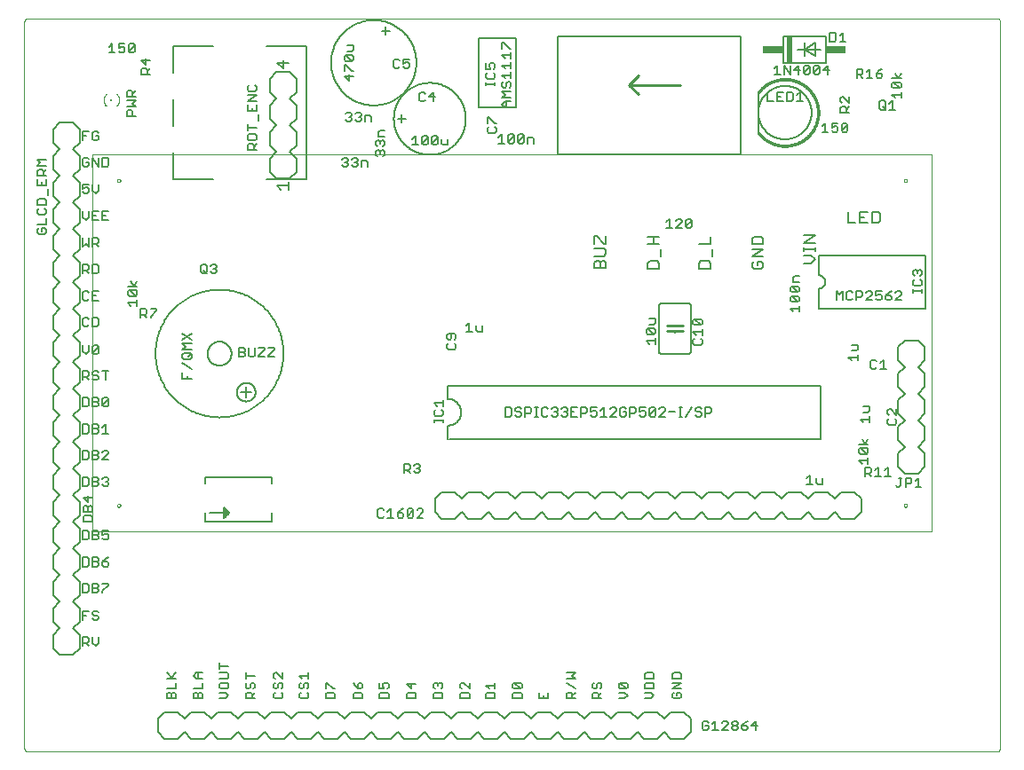
<source format=gto>
G75*
%MOIN*%
%OFA0B0*%
%FSLAX25Y25*%
%IPPOS*%
%LPD*%
%AMOC8*
5,1,8,0,0,1.08239X$1,22.5*
%
%ADD10C,0.00800*%
%ADD11C,0.00000*%
%ADD12C,0.00600*%
%ADD13C,0.00400*%
%ADD14R,0.00787X0.00787*%
%ADD15R,0.00984X0.00591*%
%ADD16C,0.00500*%
%ADD17C,0.01000*%
%ADD18R,0.02000X0.10000*%
%ADD19R,0.07500X0.03000*%
%ADD20C,0.00100*%
D10*
X0014248Y0037339D02*
X0011748Y0039839D01*
X0011748Y0044839D01*
X0014248Y0047339D01*
X0011748Y0049839D01*
X0011748Y0054839D01*
X0014248Y0057339D01*
X0011748Y0059839D01*
X0011748Y0064839D01*
X0014248Y0067339D01*
X0011748Y0069839D01*
X0011748Y0074839D01*
X0014248Y0077339D01*
X0011748Y0079839D01*
X0011748Y0084839D01*
X0014248Y0087339D01*
X0011748Y0089839D01*
X0011748Y0094839D01*
X0014248Y0097339D01*
X0011748Y0099839D01*
X0011748Y0104839D01*
X0014248Y0107339D01*
X0011748Y0109839D01*
X0011748Y0114839D01*
X0014248Y0117339D01*
X0011748Y0119839D01*
X0011748Y0124839D01*
X0014248Y0127339D01*
X0011748Y0129839D01*
X0011748Y0134839D01*
X0014248Y0137339D01*
X0011748Y0139839D01*
X0011748Y0144839D01*
X0014248Y0147339D01*
X0011748Y0149839D01*
X0011748Y0154839D01*
X0014248Y0157339D01*
X0011748Y0159839D01*
X0011748Y0164839D01*
X0014248Y0167339D01*
X0011748Y0169839D01*
X0011748Y0174839D01*
X0014248Y0177339D01*
X0011748Y0179839D01*
X0011748Y0184839D01*
X0014248Y0187339D01*
X0011748Y0189839D01*
X0011748Y0194839D01*
X0014248Y0197339D01*
X0011748Y0199839D01*
X0011748Y0204839D01*
X0014248Y0207339D01*
X0011748Y0209839D01*
X0011748Y0214839D01*
X0014248Y0217339D01*
X0011748Y0219839D01*
X0011748Y0224839D01*
X0014248Y0227339D01*
X0011748Y0229839D01*
X0011748Y0234839D01*
X0014248Y0237339D01*
X0019248Y0237339D01*
X0021748Y0234839D01*
X0021748Y0229839D01*
X0019248Y0227339D01*
X0021748Y0224839D01*
X0021748Y0219839D01*
X0019248Y0217339D01*
X0021748Y0214839D01*
X0021748Y0209839D01*
X0019248Y0207339D01*
X0021748Y0204839D01*
X0021748Y0199839D01*
X0019248Y0197339D01*
X0021748Y0194839D01*
X0021748Y0189839D01*
X0019248Y0187339D01*
X0021748Y0184839D01*
X0021748Y0179839D01*
X0019248Y0177339D01*
X0021748Y0174839D01*
X0021748Y0169839D01*
X0019248Y0167339D01*
X0021748Y0164839D01*
X0021748Y0159839D01*
X0019248Y0157339D01*
X0021748Y0154839D01*
X0021748Y0149839D01*
X0019248Y0147339D01*
X0021748Y0144839D01*
X0021748Y0139839D01*
X0019248Y0137339D01*
X0021748Y0134839D01*
X0021748Y0129839D01*
X0019248Y0127339D01*
X0021748Y0124839D01*
X0021748Y0119839D01*
X0019248Y0117339D01*
X0021748Y0114839D01*
X0021748Y0109839D01*
X0019248Y0107339D01*
X0021748Y0104839D01*
X0021748Y0099839D01*
X0019248Y0097339D01*
X0021748Y0094839D01*
X0021748Y0089839D01*
X0019248Y0087339D01*
X0021748Y0084839D01*
X0021748Y0079839D01*
X0019248Y0077339D01*
X0021748Y0074839D01*
X0021748Y0069839D01*
X0019248Y0067339D01*
X0021748Y0064839D01*
X0021748Y0059839D01*
X0019248Y0057339D01*
X0021748Y0054839D01*
X0021748Y0049839D01*
X0019248Y0047339D01*
X0021748Y0044839D01*
X0021748Y0039839D01*
X0019248Y0037339D01*
X0014248Y0037339D01*
X0051118Y0013343D02*
X0051118Y0008343D01*
X0053618Y0005843D01*
X0058618Y0005843D01*
X0061118Y0008343D01*
X0063618Y0005843D01*
X0068618Y0005843D01*
X0071118Y0008343D01*
X0073618Y0005843D01*
X0078618Y0005843D01*
X0081118Y0008343D01*
X0083618Y0005843D01*
X0088618Y0005843D01*
X0091118Y0008343D01*
X0093618Y0005843D01*
X0098618Y0005843D01*
X0101118Y0008343D01*
X0103618Y0005843D01*
X0108618Y0005843D01*
X0111118Y0008343D01*
X0113618Y0005843D01*
X0118618Y0005843D01*
X0121118Y0008343D01*
X0123618Y0005843D01*
X0128618Y0005843D01*
X0131118Y0008343D01*
X0133618Y0005843D01*
X0138618Y0005843D01*
X0141118Y0008343D01*
X0143618Y0005843D01*
X0148618Y0005843D01*
X0151118Y0008343D01*
X0153618Y0005843D01*
X0158618Y0005843D01*
X0161118Y0008343D01*
X0163618Y0005843D01*
X0168618Y0005843D01*
X0171118Y0008343D01*
X0173618Y0005843D01*
X0178618Y0005843D01*
X0181118Y0008343D01*
X0183618Y0005843D01*
X0188618Y0005843D01*
X0191118Y0008343D01*
X0193618Y0005843D01*
X0198618Y0005843D01*
X0201118Y0008343D01*
X0203618Y0005843D01*
X0208618Y0005843D01*
X0211118Y0008343D01*
X0213618Y0005843D01*
X0218618Y0005843D01*
X0221118Y0008343D01*
X0223618Y0005843D01*
X0228618Y0005843D01*
X0231118Y0008343D01*
X0233618Y0005843D01*
X0238618Y0005843D01*
X0241118Y0008343D01*
X0243618Y0005843D01*
X0248618Y0005843D01*
X0251118Y0008343D01*
X0251118Y0013343D01*
X0248618Y0015843D01*
X0243618Y0015843D01*
X0241118Y0013343D01*
X0238618Y0015843D01*
X0233618Y0015843D01*
X0231118Y0013343D01*
X0228618Y0015843D01*
X0223618Y0015843D01*
X0221118Y0013343D01*
X0218618Y0015843D01*
X0213618Y0015843D01*
X0211118Y0013343D01*
X0208618Y0015843D01*
X0203618Y0015843D01*
X0201118Y0013343D01*
X0198618Y0015843D01*
X0193618Y0015843D01*
X0191118Y0013343D01*
X0188618Y0015843D01*
X0183618Y0015843D01*
X0181118Y0013343D01*
X0178618Y0015843D01*
X0173618Y0015843D01*
X0171118Y0013343D01*
X0168618Y0015843D01*
X0163618Y0015843D01*
X0161118Y0013343D01*
X0158618Y0015843D01*
X0153618Y0015843D01*
X0151118Y0013343D01*
X0148618Y0015843D01*
X0143618Y0015843D01*
X0141118Y0013343D01*
X0138618Y0015843D01*
X0133618Y0015843D01*
X0131118Y0013343D01*
X0128618Y0015843D01*
X0123618Y0015843D01*
X0121118Y0013343D01*
X0118618Y0015843D01*
X0113618Y0015843D01*
X0111118Y0013343D01*
X0108618Y0015843D01*
X0103618Y0015843D01*
X0101118Y0013343D01*
X0098618Y0015843D01*
X0093618Y0015843D01*
X0091118Y0013343D01*
X0088618Y0015843D01*
X0083618Y0015843D01*
X0081118Y0013343D01*
X0078618Y0015843D01*
X0073618Y0015843D01*
X0071118Y0013343D01*
X0068618Y0015843D01*
X0063618Y0015843D01*
X0061118Y0013343D01*
X0058618Y0015843D01*
X0053618Y0015843D01*
X0051118Y0013343D01*
X0155055Y0091020D02*
X0157555Y0088520D01*
X0162555Y0088520D01*
X0165055Y0091020D01*
X0167555Y0088520D01*
X0172555Y0088520D01*
X0175055Y0091020D01*
X0177555Y0088520D01*
X0182555Y0088520D01*
X0185055Y0091020D01*
X0187555Y0088520D01*
X0192555Y0088520D01*
X0195055Y0091020D01*
X0197555Y0088520D01*
X0202555Y0088520D01*
X0205055Y0091020D01*
X0207555Y0088520D01*
X0212555Y0088520D01*
X0215055Y0091020D01*
X0217555Y0088520D01*
X0222555Y0088520D01*
X0225055Y0091020D01*
X0227555Y0088520D01*
X0232555Y0088520D01*
X0235055Y0091020D01*
X0237555Y0088520D01*
X0242555Y0088520D01*
X0245055Y0091020D01*
X0247555Y0088520D01*
X0252555Y0088520D01*
X0255055Y0091020D01*
X0257555Y0088520D01*
X0262555Y0088520D01*
X0265055Y0091020D01*
X0267555Y0088520D01*
X0272555Y0088520D01*
X0275055Y0091020D01*
X0277555Y0088520D01*
X0282555Y0088520D01*
X0285055Y0091020D01*
X0287555Y0088520D01*
X0292555Y0088520D01*
X0295055Y0091020D01*
X0297555Y0088520D01*
X0302555Y0088520D01*
X0305055Y0091020D01*
X0307555Y0088520D01*
X0312555Y0088520D01*
X0315055Y0091020D01*
X0315055Y0096020D01*
X0312555Y0098520D01*
X0307555Y0098520D01*
X0305055Y0096020D01*
X0302555Y0098520D01*
X0297555Y0098520D01*
X0295055Y0096020D01*
X0292555Y0098520D01*
X0287555Y0098520D01*
X0285055Y0096020D01*
X0282555Y0098520D01*
X0277555Y0098520D01*
X0275055Y0096020D01*
X0272555Y0098520D01*
X0267555Y0098520D01*
X0265055Y0096020D01*
X0262555Y0098520D01*
X0257555Y0098520D01*
X0255055Y0096020D01*
X0252555Y0098520D01*
X0247555Y0098520D01*
X0245055Y0096020D01*
X0242555Y0098520D01*
X0237555Y0098520D01*
X0235055Y0096020D01*
X0232555Y0098520D01*
X0227555Y0098520D01*
X0225055Y0096020D01*
X0222555Y0098520D01*
X0217555Y0098520D01*
X0215055Y0096020D01*
X0212555Y0098520D01*
X0207555Y0098520D01*
X0205055Y0096020D01*
X0202555Y0098520D01*
X0197555Y0098520D01*
X0195055Y0096020D01*
X0192555Y0098520D01*
X0187555Y0098520D01*
X0185055Y0096020D01*
X0182555Y0098520D01*
X0177555Y0098520D01*
X0175055Y0096020D01*
X0172555Y0098520D01*
X0167555Y0098520D01*
X0165055Y0096020D01*
X0162555Y0098520D01*
X0157555Y0098520D01*
X0155055Y0096020D01*
X0155055Y0091020D01*
X0155055Y0096020D01*
X0214979Y0182667D02*
X0214979Y0184769D01*
X0215680Y0185469D01*
X0216380Y0185469D01*
X0217081Y0184769D01*
X0217081Y0182667D01*
X0219183Y0182667D02*
X0214979Y0182667D01*
X0217081Y0184769D02*
X0217781Y0185469D01*
X0218482Y0185469D01*
X0219183Y0184769D01*
X0219183Y0182667D01*
X0218482Y0187271D02*
X0214979Y0187271D01*
X0214979Y0190073D02*
X0218482Y0190073D01*
X0219183Y0189373D01*
X0219183Y0187971D01*
X0218482Y0187271D01*
X0218482Y0191875D02*
X0219183Y0191875D01*
X0219183Y0194677D01*
X0218482Y0191875D02*
X0215680Y0194677D01*
X0214979Y0194677D01*
X0214979Y0191875D01*
X0234979Y0191710D02*
X0239183Y0191710D01*
X0239883Y0189909D02*
X0239883Y0187106D01*
X0238482Y0185305D02*
X0235680Y0185305D01*
X0234979Y0184604D01*
X0234979Y0182502D01*
X0239183Y0182502D01*
X0239183Y0184604D01*
X0238482Y0185305D01*
X0237081Y0191710D02*
X0237081Y0194513D01*
X0234979Y0194513D02*
X0239183Y0194513D01*
X0254270Y0191710D02*
X0258474Y0191710D01*
X0258474Y0194513D01*
X0259175Y0189909D02*
X0259175Y0187106D01*
X0257773Y0185305D02*
X0254971Y0185305D01*
X0254270Y0184604D01*
X0254270Y0182502D01*
X0258474Y0182502D01*
X0258474Y0184604D01*
X0257773Y0185305D01*
X0274034Y0184572D02*
X0274034Y0183171D01*
X0274735Y0182470D01*
X0277537Y0182470D01*
X0278238Y0183171D01*
X0278238Y0184572D01*
X0277537Y0185272D01*
X0276136Y0185272D01*
X0276136Y0183871D01*
X0274735Y0185272D02*
X0274034Y0184572D01*
X0274034Y0187074D02*
X0278238Y0189876D01*
X0274034Y0189876D01*
X0274034Y0191678D02*
X0274034Y0193780D01*
X0274735Y0194480D01*
X0277537Y0194480D01*
X0278238Y0193780D01*
X0278238Y0191678D01*
X0274034Y0191678D01*
X0274034Y0187074D02*
X0278238Y0187074D01*
X0293522Y0187398D02*
X0296325Y0187398D01*
X0297726Y0185996D01*
X0296325Y0184595D01*
X0293522Y0184595D01*
X0293522Y0189199D02*
X0293522Y0190600D01*
X0293522Y0189900D02*
X0297726Y0189900D01*
X0297726Y0190600D02*
X0297726Y0189199D01*
X0297726Y0192268D02*
X0293522Y0192268D01*
X0297726Y0195071D01*
X0293522Y0195071D01*
X0310061Y0199628D02*
X0312864Y0199628D01*
X0314665Y0199628D02*
X0317468Y0199628D01*
X0319269Y0199628D02*
X0321371Y0199628D01*
X0322072Y0200329D01*
X0322072Y0203131D01*
X0321371Y0203832D01*
X0319269Y0203832D01*
X0319269Y0199628D01*
X0316067Y0201730D02*
X0314665Y0201730D01*
X0314665Y0203832D02*
X0314665Y0199628D01*
X0310061Y0199628D02*
X0310061Y0203832D01*
X0314665Y0203832D02*
X0317468Y0203832D01*
X0276433Y0233657D02*
X0276433Y0248657D01*
X0185559Y0243217D02*
X0171559Y0243217D01*
X0171559Y0269020D01*
X0185559Y0269020D01*
X0185559Y0243217D01*
X0328874Y0152949D02*
X0328874Y0147949D01*
X0331374Y0145449D01*
X0328874Y0142949D01*
X0328874Y0137949D01*
X0331374Y0135449D01*
X0328874Y0132949D01*
X0328874Y0127949D01*
X0331374Y0125449D01*
X0328874Y0122949D01*
X0328874Y0117949D01*
X0331374Y0115449D01*
X0328874Y0112949D01*
X0328874Y0107949D01*
X0331374Y0105449D01*
X0336374Y0105449D01*
X0338874Y0107949D01*
X0338874Y0112949D01*
X0336374Y0115449D01*
X0338874Y0117949D01*
X0338874Y0122949D01*
X0336374Y0125449D01*
X0338874Y0127949D01*
X0338874Y0132949D01*
X0336374Y0135449D01*
X0338874Y0137949D01*
X0338874Y0142949D01*
X0336374Y0145449D01*
X0338874Y0147949D01*
X0338874Y0152949D01*
X0336374Y0155449D01*
X0331374Y0155449D01*
X0328874Y0152949D01*
X0315055Y0096020D02*
X0315055Y0091020D01*
D11*
X0001000Y0002181D02*
X0001000Y0275409D01*
X0001002Y0275475D01*
X0001007Y0275541D01*
X0001017Y0275607D01*
X0001030Y0275672D01*
X0001046Y0275736D01*
X0001066Y0275799D01*
X0001090Y0275861D01*
X0001117Y0275921D01*
X0001147Y0275980D01*
X0001181Y0276037D01*
X0001218Y0276092D01*
X0001258Y0276145D01*
X0001300Y0276196D01*
X0001346Y0276244D01*
X0001394Y0276290D01*
X0001445Y0276332D01*
X0001498Y0276372D01*
X0001553Y0276409D01*
X0001610Y0276443D01*
X0001669Y0276473D01*
X0001729Y0276500D01*
X0001791Y0276524D01*
X0001854Y0276544D01*
X0001918Y0276560D01*
X0001983Y0276573D01*
X0002049Y0276583D01*
X0002115Y0276588D01*
X0002181Y0276590D01*
X0002181Y0276591D02*
X0365961Y0276591D01*
X0365961Y0276590D02*
X0366027Y0276588D01*
X0366093Y0276583D01*
X0366159Y0276573D01*
X0366224Y0276560D01*
X0366288Y0276544D01*
X0366351Y0276524D01*
X0366413Y0276500D01*
X0366473Y0276473D01*
X0366532Y0276443D01*
X0366589Y0276409D01*
X0366644Y0276372D01*
X0366697Y0276332D01*
X0366748Y0276290D01*
X0366796Y0276244D01*
X0366842Y0276196D01*
X0366884Y0276145D01*
X0366924Y0276092D01*
X0366961Y0276037D01*
X0366995Y0275980D01*
X0367025Y0275921D01*
X0367052Y0275861D01*
X0367076Y0275799D01*
X0367096Y0275736D01*
X0367112Y0275672D01*
X0367125Y0275607D01*
X0367135Y0275541D01*
X0367140Y0275475D01*
X0367142Y0275409D01*
X0367142Y0002181D01*
X0367140Y0002115D01*
X0367135Y0002049D01*
X0367125Y0001983D01*
X0367112Y0001918D01*
X0367096Y0001854D01*
X0367076Y0001791D01*
X0367052Y0001729D01*
X0367025Y0001669D01*
X0366995Y0001610D01*
X0366961Y0001553D01*
X0366924Y0001498D01*
X0366884Y0001445D01*
X0366842Y0001394D01*
X0366796Y0001346D01*
X0366748Y0001300D01*
X0366697Y0001258D01*
X0366644Y0001218D01*
X0366589Y0001181D01*
X0366532Y0001147D01*
X0366473Y0001117D01*
X0366413Y0001090D01*
X0366351Y0001066D01*
X0366288Y0001046D01*
X0366224Y0001030D01*
X0366159Y0001017D01*
X0366093Y0001007D01*
X0366027Y0001002D01*
X0365961Y0001000D01*
X0002181Y0001000D01*
X0002115Y0001002D01*
X0002049Y0001007D01*
X0001983Y0001017D01*
X0001918Y0001030D01*
X0001854Y0001046D01*
X0001791Y0001066D01*
X0001729Y0001090D01*
X0001669Y0001117D01*
X0001610Y0001147D01*
X0001553Y0001181D01*
X0001498Y0001218D01*
X0001445Y0001258D01*
X0001394Y0001300D01*
X0001346Y0001346D01*
X0001300Y0001394D01*
X0001258Y0001445D01*
X0001218Y0001498D01*
X0001181Y0001553D01*
X0001147Y0001610D01*
X0001117Y0001669D01*
X0001090Y0001729D01*
X0001066Y0001791D01*
X0001046Y0001854D01*
X0001030Y0001918D01*
X0001017Y0001983D01*
X0001007Y0002049D01*
X0001002Y0002115D01*
X0001000Y0002181D01*
X0026591Y0083677D02*
X0026591Y0225409D01*
X0341551Y0225409D01*
X0341551Y0083677D01*
X0026591Y0083677D01*
X0035842Y0093520D02*
X0035844Y0093568D01*
X0035850Y0093616D01*
X0035860Y0093663D01*
X0035873Y0093709D01*
X0035891Y0093754D01*
X0035911Y0093798D01*
X0035936Y0093840D01*
X0035964Y0093879D01*
X0035994Y0093916D01*
X0036028Y0093950D01*
X0036065Y0093982D01*
X0036103Y0094011D01*
X0036144Y0094036D01*
X0036187Y0094058D01*
X0036232Y0094076D01*
X0036278Y0094090D01*
X0036325Y0094101D01*
X0036373Y0094108D01*
X0036421Y0094111D01*
X0036469Y0094110D01*
X0036517Y0094105D01*
X0036565Y0094096D01*
X0036611Y0094084D01*
X0036656Y0094067D01*
X0036700Y0094047D01*
X0036742Y0094024D01*
X0036782Y0093997D01*
X0036820Y0093967D01*
X0036855Y0093934D01*
X0036887Y0093898D01*
X0036917Y0093860D01*
X0036943Y0093819D01*
X0036965Y0093776D01*
X0036985Y0093732D01*
X0037000Y0093687D01*
X0037012Y0093640D01*
X0037020Y0093592D01*
X0037024Y0093544D01*
X0037024Y0093496D01*
X0037020Y0093448D01*
X0037012Y0093400D01*
X0037000Y0093353D01*
X0036985Y0093308D01*
X0036965Y0093264D01*
X0036943Y0093221D01*
X0036917Y0093180D01*
X0036887Y0093142D01*
X0036855Y0093106D01*
X0036820Y0093073D01*
X0036782Y0093043D01*
X0036742Y0093016D01*
X0036700Y0092993D01*
X0036656Y0092973D01*
X0036611Y0092956D01*
X0036565Y0092944D01*
X0036517Y0092935D01*
X0036469Y0092930D01*
X0036421Y0092929D01*
X0036373Y0092932D01*
X0036325Y0092939D01*
X0036278Y0092950D01*
X0036232Y0092964D01*
X0036187Y0092982D01*
X0036144Y0093004D01*
X0036103Y0093029D01*
X0036065Y0093058D01*
X0036028Y0093090D01*
X0035994Y0093124D01*
X0035964Y0093161D01*
X0035936Y0093200D01*
X0035911Y0093242D01*
X0035891Y0093286D01*
X0035873Y0093331D01*
X0035860Y0093377D01*
X0035850Y0093424D01*
X0035844Y0093472D01*
X0035842Y0093520D01*
X0035842Y0215567D02*
X0035844Y0215615D01*
X0035850Y0215663D01*
X0035860Y0215710D01*
X0035873Y0215756D01*
X0035891Y0215801D01*
X0035911Y0215845D01*
X0035936Y0215887D01*
X0035964Y0215926D01*
X0035994Y0215963D01*
X0036028Y0215997D01*
X0036065Y0216029D01*
X0036103Y0216058D01*
X0036144Y0216083D01*
X0036187Y0216105D01*
X0036232Y0216123D01*
X0036278Y0216137D01*
X0036325Y0216148D01*
X0036373Y0216155D01*
X0036421Y0216158D01*
X0036469Y0216157D01*
X0036517Y0216152D01*
X0036565Y0216143D01*
X0036611Y0216131D01*
X0036656Y0216114D01*
X0036700Y0216094D01*
X0036742Y0216071D01*
X0036782Y0216044D01*
X0036820Y0216014D01*
X0036855Y0215981D01*
X0036887Y0215945D01*
X0036917Y0215907D01*
X0036943Y0215866D01*
X0036965Y0215823D01*
X0036985Y0215779D01*
X0037000Y0215734D01*
X0037012Y0215687D01*
X0037020Y0215639D01*
X0037024Y0215591D01*
X0037024Y0215543D01*
X0037020Y0215495D01*
X0037012Y0215447D01*
X0037000Y0215400D01*
X0036985Y0215355D01*
X0036965Y0215311D01*
X0036943Y0215268D01*
X0036917Y0215227D01*
X0036887Y0215189D01*
X0036855Y0215153D01*
X0036820Y0215120D01*
X0036782Y0215090D01*
X0036742Y0215063D01*
X0036700Y0215040D01*
X0036656Y0215020D01*
X0036611Y0215003D01*
X0036565Y0214991D01*
X0036517Y0214982D01*
X0036469Y0214977D01*
X0036421Y0214976D01*
X0036373Y0214979D01*
X0036325Y0214986D01*
X0036278Y0214997D01*
X0036232Y0215011D01*
X0036187Y0215029D01*
X0036144Y0215051D01*
X0036103Y0215076D01*
X0036065Y0215105D01*
X0036028Y0215137D01*
X0035994Y0215171D01*
X0035964Y0215208D01*
X0035936Y0215247D01*
X0035911Y0215289D01*
X0035891Y0215333D01*
X0035873Y0215378D01*
X0035860Y0215424D01*
X0035850Y0215471D01*
X0035844Y0215519D01*
X0035842Y0215567D01*
X0331118Y0215567D02*
X0331120Y0215615D01*
X0331126Y0215663D01*
X0331136Y0215710D01*
X0331149Y0215756D01*
X0331167Y0215801D01*
X0331187Y0215845D01*
X0331212Y0215887D01*
X0331240Y0215926D01*
X0331270Y0215963D01*
X0331304Y0215997D01*
X0331341Y0216029D01*
X0331379Y0216058D01*
X0331420Y0216083D01*
X0331463Y0216105D01*
X0331508Y0216123D01*
X0331554Y0216137D01*
X0331601Y0216148D01*
X0331649Y0216155D01*
X0331697Y0216158D01*
X0331745Y0216157D01*
X0331793Y0216152D01*
X0331841Y0216143D01*
X0331887Y0216131D01*
X0331932Y0216114D01*
X0331976Y0216094D01*
X0332018Y0216071D01*
X0332058Y0216044D01*
X0332096Y0216014D01*
X0332131Y0215981D01*
X0332163Y0215945D01*
X0332193Y0215907D01*
X0332219Y0215866D01*
X0332241Y0215823D01*
X0332261Y0215779D01*
X0332276Y0215734D01*
X0332288Y0215687D01*
X0332296Y0215639D01*
X0332300Y0215591D01*
X0332300Y0215543D01*
X0332296Y0215495D01*
X0332288Y0215447D01*
X0332276Y0215400D01*
X0332261Y0215355D01*
X0332241Y0215311D01*
X0332219Y0215268D01*
X0332193Y0215227D01*
X0332163Y0215189D01*
X0332131Y0215153D01*
X0332096Y0215120D01*
X0332058Y0215090D01*
X0332018Y0215063D01*
X0331976Y0215040D01*
X0331932Y0215020D01*
X0331887Y0215003D01*
X0331841Y0214991D01*
X0331793Y0214982D01*
X0331745Y0214977D01*
X0331697Y0214976D01*
X0331649Y0214979D01*
X0331601Y0214986D01*
X0331554Y0214997D01*
X0331508Y0215011D01*
X0331463Y0215029D01*
X0331420Y0215051D01*
X0331379Y0215076D01*
X0331341Y0215105D01*
X0331304Y0215137D01*
X0331270Y0215171D01*
X0331240Y0215208D01*
X0331212Y0215247D01*
X0331187Y0215289D01*
X0331167Y0215333D01*
X0331149Y0215378D01*
X0331136Y0215424D01*
X0331126Y0215471D01*
X0331120Y0215519D01*
X0331118Y0215567D01*
X0331118Y0093520D02*
X0331120Y0093568D01*
X0331126Y0093616D01*
X0331136Y0093663D01*
X0331149Y0093709D01*
X0331167Y0093754D01*
X0331187Y0093798D01*
X0331212Y0093840D01*
X0331240Y0093879D01*
X0331270Y0093916D01*
X0331304Y0093950D01*
X0331341Y0093982D01*
X0331379Y0094011D01*
X0331420Y0094036D01*
X0331463Y0094058D01*
X0331508Y0094076D01*
X0331554Y0094090D01*
X0331601Y0094101D01*
X0331649Y0094108D01*
X0331697Y0094111D01*
X0331745Y0094110D01*
X0331793Y0094105D01*
X0331841Y0094096D01*
X0331887Y0094084D01*
X0331932Y0094067D01*
X0331976Y0094047D01*
X0332018Y0094024D01*
X0332058Y0093997D01*
X0332096Y0093967D01*
X0332131Y0093934D01*
X0332163Y0093898D01*
X0332193Y0093860D01*
X0332219Y0093819D01*
X0332241Y0093776D01*
X0332261Y0093732D01*
X0332276Y0093687D01*
X0332288Y0093640D01*
X0332296Y0093592D01*
X0332300Y0093544D01*
X0332300Y0093496D01*
X0332296Y0093448D01*
X0332288Y0093400D01*
X0332276Y0093353D01*
X0332261Y0093308D01*
X0332241Y0093264D01*
X0332219Y0093221D01*
X0332193Y0093180D01*
X0332163Y0093142D01*
X0332131Y0093106D01*
X0332096Y0093073D01*
X0332058Y0093043D01*
X0332018Y0093016D01*
X0331976Y0092993D01*
X0331932Y0092973D01*
X0331887Y0092956D01*
X0331841Y0092944D01*
X0331793Y0092935D01*
X0331745Y0092930D01*
X0331697Y0092929D01*
X0331649Y0092932D01*
X0331601Y0092939D01*
X0331554Y0092950D01*
X0331508Y0092964D01*
X0331463Y0092982D01*
X0331420Y0093004D01*
X0331379Y0093029D01*
X0331341Y0093058D01*
X0331304Y0093090D01*
X0331270Y0093124D01*
X0331240Y0093161D01*
X0331212Y0093200D01*
X0331187Y0093242D01*
X0331167Y0093286D01*
X0331149Y0093331D01*
X0331136Y0093377D01*
X0331126Y0093424D01*
X0331120Y0093472D01*
X0331118Y0093520D01*
D12*
X0331714Y0100533D02*
X0331714Y0103936D01*
X0333415Y0103936D01*
X0333983Y0103369D01*
X0333983Y0102235D01*
X0333415Y0101667D01*
X0331714Y0101667D01*
X0329732Y0101100D02*
X0329732Y0103936D01*
X0329165Y0103936D02*
X0330299Y0103936D01*
X0329732Y0101100D02*
X0329165Y0100533D01*
X0328598Y0100533D01*
X0328031Y0101100D01*
X0326204Y0104446D02*
X0323936Y0104446D01*
X0325070Y0104446D02*
X0325070Y0107849D01*
X0323936Y0106714D01*
X0322521Y0104446D02*
X0320253Y0104446D01*
X0321387Y0104446D02*
X0321387Y0107849D01*
X0320253Y0106714D01*
X0318838Y0106147D02*
X0318271Y0105580D01*
X0316569Y0105580D01*
X0316569Y0104446D02*
X0316569Y0107849D01*
X0318271Y0107849D01*
X0318838Y0107281D01*
X0318838Y0106147D01*
X0317704Y0105580D02*
X0318838Y0104446D01*
X0317649Y0109233D02*
X0317649Y0111502D01*
X0317649Y0110367D02*
X0314246Y0110367D01*
X0315380Y0109233D01*
X0314813Y0112916D02*
X0314246Y0113483D01*
X0314246Y0114618D01*
X0314813Y0115185D01*
X0317082Y0112916D01*
X0317649Y0113483D01*
X0317649Y0114618D01*
X0317082Y0115185D01*
X0314813Y0115185D01*
X0314246Y0116599D02*
X0317649Y0116599D01*
X0316515Y0116599D02*
X0317649Y0118301D01*
X0316515Y0116599D02*
X0315380Y0118301D01*
X0314813Y0112916D02*
X0317082Y0112916D01*
X0315951Y0124725D02*
X0314817Y0125859D01*
X0318220Y0125859D01*
X0318220Y0124725D02*
X0318220Y0126994D01*
X0317653Y0128408D02*
X0315951Y0128408D01*
X0317653Y0128408D02*
X0318220Y0128975D01*
X0318220Y0130677D01*
X0315951Y0130677D01*
X0324919Y0129240D02*
X0324919Y0128105D01*
X0325486Y0127538D01*
X0325486Y0126124D02*
X0324919Y0125556D01*
X0324919Y0124422D01*
X0325486Y0123855D01*
X0327755Y0123855D01*
X0328322Y0124422D01*
X0328322Y0125556D01*
X0327755Y0126124D01*
X0328322Y0127538D02*
X0326053Y0129807D01*
X0325486Y0129807D01*
X0324919Y0129240D01*
X0328322Y0129807D02*
X0328322Y0127538D01*
X0324575Y0144804D02*
X0322306Y0144804D01*
X0323440Y0144804D02*
X0323440Y0148207D01*
X0322306Y0147073D01*
X0320891Y0147640D02*
X0320324Y0148207D01*
X0319190Y0148207D01*
X0318623Y0147640D01*
X0318623Y0145371D01*
X0319190Y0144804D01*
X0320324Y0144804D01*
X0320891Y0145371D01*
X0313692Y0147954D02*
X0313692Y0150222D01*
X0313692Y0149088D02*
X0310289Y0149088D01*
X0311424Y0147954D01*
X0311424Y0151637D02*
X0313125Y0151637D01*
X0313692Y0152204D01*
X0313692Y0153905D01*
X0311424Y0153905D01*
X0299110Y0167575D02*
X0339110Y0167575D01*
X0339110Y0187575D01*
X0299110Y0187575D01*
X0299110Y0180075D01*
X0299208Y0180073D01*
X0299306Y0180067D01*
X0299404Y0180058D01*
X0299501Y0180044D01*
X0299598Y0180027D01*
X0299694Y0180006D01*
X0299789Y0179981D01*
X0299883Y0179953D01*
X0299975Y0179920D01*
X0300067Y0179885D01*
X0300157Y0179845D01*
X0300245Y0179803D01*
X0300332Y0179756D01*
X0300416Y0179707D01*
X0300499Y0179654D01*
X0300579Y0179598D01*
X0300658Y0179538D01*
X0300734Y0179476D01*
X0300807Y0179411D01*
X0300878Y0179343D01*
X0300946Y0179272D01*
X0301011Y0179199D01*
X0301073Y0179123D01*
X0301133Y0179044D01*
X0301189Y0178964D01*
X0301242Y0178881D01*
X0301291Y0178797D01*
X0301338Y0178710D01*
X0301380Y0178622D01*
X0301420Y0178532D01*
X0301455Y0178440D01*
X0301488Y0178348D01*
X0301516Y0178254D01*
X0301541Y0178159D01*
X0301562Y0178063D01*
X0301579Y0177966D01*
X0301593Y0177869D01*
X0301602Y0177771D01*
X0301608Y0177673D01*
X0301610Y0177575D01*
X0301608Y0177477D01*
X0301602Y0177379D01*
X0301593Y0177281D01*
X0301579Y0177184D01*
X0301562Y0177087D01*
X0301541Y0176991D01*
X0301516Y0176896D01*
X0301488Y0176802D01*
X0301455Y0176710D01*
X0301420Y0176618D01*
X0301380Y0176528D01*
X0301338Y0176440D01*
X0301291Y0176353D01*
X0301242Y0176269D01*
X0301189Y0176186D01*
X0301133Y0176106D01*
X0301073Y0176027D01*
X0301011Y0175951D01*
X0300946Y0175878D01*
X0300878Y0175807D01*
X0300807Y0175739D01*
X0300734Y0175674D01*
X0300658Y0175612D01*
X0300579Y0175552D01*
X0300499Y0175496D01*
X0300416Y0175443D01*
X0300332Y0175394D01*
X0300245Y0175347D01*
X0300157Y0175305D01*
X0300067Y0175265D01*
X0299975Y0175230D01*
X0299883Y0175197D01*
X0299789Y0175169D01*
X0299694Y0175144D01*
X0299598Y0175123D01*
X0299501Y0175106D01*
X0299404Y0175092D01*
X0299306Y0175083D01*
X0299208Y0175077D01*
X0299110Y0175075D01*
X0299110Y0167575D01*
X0291905Y0167426D02*
X0288502Y0167426D01*
X0289636Y0166292D01*
X0291905Y0166292D02*
X0291905Y0168560D01*
X0291338Y0169975D02*
X0289069Y0169975D01*
X0288502Y0170542D01*
X0288502Y0171676D01*
X0289069Y0172244D01*
X0291338Y0169975D01*
X0291905Y0170542D01*
X0291905Y0171676D01*
X0291338Y0172244D01*
X0289069Y0172244D01*
X0289069Y0173658D02*
X0288502Y0174225D01*
X0288502Y0175360D01*
X0289069Y0175927D01*
X0291338Y0173658D01*
X0291905Y0174225D01*
X0291905Y0175360D01*
X0291338Y0175927D01*
X0289069Y0175927D01*
X0289636Y0177341D02*
X0289636Y0179043D01*
X0290203Y0179610D01*
X0291905Y0179610D01*
X0291905Y0177341D02*
X0289636Y0177341D01*
X0289069Y0173658D02*
X0291338Y0173658D01*
X0305867Y0174038D02*
X0305867Y0170635D01*
X0308136Y0170635D02*
X0308136Y0174038D01*
X0307001Y0172903D01*
X0305867Y0174038D01*
X0309550Y0173470D02*
X0309550Y0171202D01*
X0310117Y0170635D01*
X0311252Y0170635D01*
X0311819Y0171202D01*
X0313233Y0171769D02*
X0314935Y0171769D01*
X0315502Y0172336D01*
X0315502Y0173470D01*
X0314935Y0174038D01*
X0313233Y0174038D01*
X0313233Y0170635D01*
X0311819Y0173470D02*
X0311252Y0174038D01*
X0310117Y0174038D01*
X0309550Y0173470D01*
X0316916Y0173470D02*
X0317484Y0174038D01*
X0318618Y0174038D01*
X0319185Y0173470D01*
X0319185Y0172903D01*
X0316916Y0170635D01*
X0319185Y0170635D01*
X0320600Y0171202D02*
X0321167Y0170635D01*
X0322301Y0170635D01*
X0322868Y0171202D01*
X0322868Y0172336D01*
X0322301Y0172903D01*
X0321734Y0172903D01*
X0320600Y0172336D01*
X0320600Y0174038D01*
X0322868Y0174038D01*
X0324283Y0172336D02*
X0324283Y0171202D01*
X0324850Y0170635D01*
X0325984Y0170635D01*
X0326551Y0171202D01*
X0326551Y0171769D01*
X0325984Y0172336D01*
X0324283Y0172336D01*
X0325417Y0173470D01*
X0326551Y0174038D01*
X0327966Y0173470D02*
X0328533Y0174038D01*
X0329667Y0174038D01*
X0330234Y0173470D01*
X0330234Y0172903D01*
X0327966Y0170635D01*
X0330234Y0170635D01*
X0334471Y0173583D02*
X0334471Y0174718D01*
X0334471Y0174151D02*
X0337874Y0174151D01*
X0337874Y0174718D02*
X0337874Y0173583D01*
X0337307Y0176039D02*
X0337874Y0176606D01*
X0337874Y0177740D01*
X0337307Y0178307D01*
X0337307Y0179722D02*
X0337874Y0180289D01*
X0337874Y0181423D01*
X0337307Y0181991D01*
X0336740Y0181991D01*
X0336173Y0181423D01*
X0336173Y0180856D01*
X0336173Y0181423D02*
X0335605Y0181991D01*
X0335038Y0181991D01*
X0334471Y0181423D01*
X0334471Y0180289D01*
X0335038Y0179722D01*
X0335038Y0178307D02*
X0334471Y0177740D01*
X0334471Y0176606D01*
X0335038Y0176039D01*
X0337307Y0176039D01*
X0299937Y0138559D02*
X0159937Y0138559D01*
X0159937Y0133559D01*
X0158153Y0133172D02*
X0158153Y0130903D01*
X0158153Y0132037D02*
X0154750Y0132037D01*
X0155884Y0130903D01*
X0155317Y0129489D02*
X0154750Y0128921D01*
X0154750Y0127787D01*
X0155317Y0127220D01*
X0157586Y0127220D01*
X0158153Y0127787D01*
X0158153Y0128921D01*
X0157586Y0129489D01*
X0159937Y0133559D02*
X0160077Y0133557D01*
X0160217Y0133551D01*
X0160357Y0133541D01*
X0160497Y0133528D01*
X0160636Y0133510D01*
X0160775Y0133488D01*
X0160912Y0133463D01*
X0161050Y0133434D01*
X0161186Y0133401D01*
X0161321Y0133364D01*
X0161455Y0133323D01*
X0161588Y0133278D01*
X0161720Y0133230D01*
X0161850Y0133178D01*
X0161979Y0133123D01*
X0162106Y0133064D01*
X0162232Y0133001D01*
X0162356Y0132935D01*
X0162477Y0132866D01*
X0162597Y0132793D01*
X0162715Y0132716D01*
X0162830Y0132637D01*
X0162944Y0132554D01*
X0163054Y0132468D01*
X0163163Y0132379D01*
X0163269Y0132287D01*
X0163372Y0132192D01*
X0163473Y0132095D01*
X0163570Y0131994D01*
X0163665Y0131891D01*
X0163757Y0131785D01*
X0163846Y0131676D01*
X0163932Y0131566D01*
X0164015Y0131452D01*
X0164094Y0131337D01*
X0164171Y0131219D01*
X0164244Y0131099D01*
X0164313Y0130978D01*
X0164379Y0130854D01*
X0164442Y0130728D01*
X0164501Y0130601D01*
X0164556Y0130472D01*
X0164608Y0130342D01*
X0164656Y0130210D01*
X0164701Y0130077D01*
X0164742Y0129943D01*
X0164779Y0129808D01*
X0164812Y0129672D01*
X0164841Y0129534D01*
X0164866Y0129397D01*
X0164888Y0129258D01*
X0164906Y0129119D01*
X0164919Y0128979D01*
X0164929Y0128839D01*
X0164935Y0128699D01*
X0164937Y0128559D01*
X0164935Y0128419D01*
X0164929Y0128279D01*
X0164919Y0128139D01*
X0164906Y0127999D01*
X0164888Y0127860D01*
X0164866Y0127721D01*
X0164841Y0127584D01*
X0164812Y0127446D01*
X0164779Y0127310D01*
X0164742Y0127175D01*
X0164701Y0127041D01*
X0164656Y0126908D01*
X0164608Y0126776D01*
X0164556Y0126646D01*
X0164501Y0126517D01*
X0164442Y0126390D01*
X0164379Y0126264D01*
X0164313Y0126140D01*
X0164244Y0126019D01*
X0164171Y0125899D01*
X0164094Y0125781D01*
X0164015Y0125666D01*
X0163932Y0125552D01*
X0163846Y0125442D01*
X0163757Y0125333D01*
X0163665Y0125227D01*
X0163570Y0125124D01*
X0163473Y0125023D01*
X0163372Y0124926D01*
X0163269Y0124831D01*
X0163163Y0124739D01*
X0163054Y0124650D01*
X0162944Y0124564D01*
X0162830Y0124481D01*
X0162715Y0124402D01*
X0162597Y0124325D01*
X0162477Y0124252D01*
X0162356Y0124183D01*
X0162232Y0124117D01*
X0162106Y0124054D01*
X0161979Y0123995D01*
X0161850Y0123940D01*
X0161720Y0123888D01*
X0161588Y0123840D01*
X0161455Y0123795D01*
X0161321Y0123754D01*
X0161186Y0123717D01*
X0161050Y0123684D01*
X0160912Y0123655D01*
X0160775Y0123630D01*
X0160636Y0123608D01*
X0160497Y0123590D01*
X0160357Y0123577D01*
X0160217Y0123567D01*
X0160077Y0123561D01*
X0159937Y0123559D01*
X0159937Y0118559D01*
X0160437Y0118559D02*
X0299937Y0118559D01*
X0299937Y0138559D01*
X0258782Y0129766D02*
X0258782Y0128632D01*
X0258215Y0128065D01*
X0256513Y0128065D01*
X0256513Y0126931D02*
X0256513Y0130334D01*
X0258215Y0130334D01*
X0258782Y0129766D01*
X0255099Y0129766D02*
X0254532Y0130334D01*
X0253397Y0130334D01*
X0252830Y0129766D01*
X0252830Y0129199D01*
X0253397Y0128632D01*
X0254532Y0128632D01*
X0255099Y0128065D01*
X0255099Y0127498D01*
X0254532Y0126931D01*
X0253397Y0126931D01*
X0252830Y0127498D01*
X0251416Y0130334D02*
X0249147Y0126931D01*
X0247826Y0126931D02*
X0246692Y0126931D01*
X0247259Y0126931D02*
X0247259Y0130334D01*
X0246692Y0130334D02*
X0247826Y0130334D01*
X0245277Y0128632D02*
X0243009Y0128632D01*
X0241594Y0129199D02*
X0239325Y0126931D01*
X0241594Y0126931D01*
X0241594Y0129199D02*
X0241594Y0129766D01*
X0241027Y0130334D01*
X0239893Y0130334D01*
X0239325Y0129766D01*
X0237911Y0129766D02*
X0235642Y0127498D01*
X0236209Y0126931D01*
X0237344Y0126931D01*
X0237911Y0127498D01*
X0237911Y0129766D01*
X0237344Y0130334D01*
X0236209Y0130334D01*
X0235642Y0129766D01*
X0235642Y0127498D01*
X0234228Y0127498D02*
X0234228Y0128632D01*
X0233661Y0129199D01*
X0233093Y0129199D01*
X0231959Y0128632D01*
X0231959Y0130334D01*
X0234228Y0130334D01*
X0234228Y0127498D02*
X0233661Y0126931D01*
X0232526Y0126931D01*
X0231959Y0127498D01*
X0230545Y0128632D02*
X0229977Y0128065D01*
X0228276Y0128065D01*
X0228276Y0126931D02*
X0228276Y0130334D01*
X0229977Y0130334D01*
X0230545Y0129766D01*
X0230545Y0128632D01*
X0226861Y0128632D02*
X0226861Y0127498D01*
X0226294Y0126931D01*
X0225160Y0126931D01*
X0224593Y0127498D01*
X0224593Y0129766D01*
X0225160Y0130334D01*
X0226294Y0130334D01*
X0226861Y0129766D01*
X0226861Y0128632D02*
X0225727Y0128632D01*
X0223178Y0129199D02*
X0220910Y0126931D01*
X0223178Y0126931D01*
X0223178Y0129199D02*
X0223178Y0129766D01*
X0222611Y0130334D01*
X0221477Y0130334D01*
X0220910Y0129766D01*
X0218361Y0130334D02*
X0218361Y0126931D01*
X0217227Y0126931D02*
X0219495Y0126931D01*
X0217227Y0129199D02*
X0218361Y0130334D01*
X0215812Y0130334D02*
X0213543Y0130334D01*
X0213543Y0128632D01*
X0214678Y0129199D01*
X0215245Y0129199D01*
X0215812Y0128632D01*
X0215812Y0127498D01*
X0215245Y0126931D01*
X0214111Y0126931D01*
X0213543Y0127498D01*
X0212129Y0128632D02*
X0211562Y0128065D01*
X0209860Y0128065D01*
X0209860Y0126931D02*
X0209860Y0130334D01*
X0211562Y0130334D01*
X0212129Y0129766D01*
X0212129Y0128632D01*
X0208446Y0126931D02*
X0206177Y0126931D01*
X0206177Y0130334D01*
X0208446Y0130334D01*
X0207311Y0128632D02*
X0206177Y0128632D01*
X0204763Y0128065D02*
X0204763Y0127498D01*
X0204195Y0126931D01*
X0203061Y0126931D01*
X0202494Y0127498D01*
X0201079Y0127498D02*
X0201079Y0128065D01*
X0200512Y0128632D01*
X0199945Y0128632D01*
X0200512Y0128632D02*
X0201079Y0129199D01*
X0201079Y0129766D01*
X0200512Y0130334D01*
X0199378Y0130334D01*
X0198811Y0129766D01*
X0197396Y0129766D02*
X0196829Y0130334D01*
X0195695Y0130334D01*
X0195128Y0129766D01*
X0195128Y0127498D01*
X0195695Y0126931D01*
X0196829Y0126931D01*
X0197396Y0127498D01*
X0198811Y0127498D02*
X0199378Y0126931D01*
X0200512Y0126931D01*
X0201079Y0127498D01*
X0202494Y0129766D02*
X0203061Y0130334D01*
X0204195Y0130334D01*
X0204763Y0129766D01*
X0204763Y0129199D01*
X0204195Y0128632D01*
X0204763Y0128065D01*
X0204195Y0128632D02*
X0203628Y0128632D01*
X0193807Y0126931D02*
X0192672Y0126931D01*
X0193239Y0126931D02*
X0193239Y0130334D01*
X0192672Y0130334D02*
X0193807Y0130334D01*
X0191258Y0129766D02*
X0191258Y0128632D01*
X0190691Y0128065D01*
X0188989Y0128065D01*
X0188989Y0126931D02*
X0188989Y0130334D01*
X0190691Y0130334D01*
X0191258Y0129766D01*
X0187575Y0129766D02*
X0187007Y0130334D01*
X0185873Y0130334D01*
X0185306Y0129766D01*
X0185306Y0129199D01*
X0185873Y0128632D01*
X0187007Y0128632D01*
X0187575Y0128065D01*
X0187575Y0127498D01*
X0187007Y0126931D01*
X0185873Y0126931D01*
X0185306Y0127498D01*
X0183891Y0127498D02*
X0183891Y0129766D01*
X0183324Y0130334D01*
X0181623Y0130334D01*
X0181623Y0126931D01*
X0183324Y0126931D01*
X0183891Y0127498D01*
X0158153Y0125899D02*
X0158153Y0124765D01*
X0158153Y0125332D02*
X0154750Y0125332D01*
X0154750Y0124765D02*
X0154750Y0125899D01*
X0148870Y0109171D02*
X0149437Y0108604D01*
X0149437Y0108037D01*
X0148870Y0107470D01*
X0149437Y0106903D01*
X0149437Y0106336D01*
X0148870Y0105769D01*
X0147735Y0105769D01*
X0147168Y0106336D01*
X0145754Y0105769D02*
X0144619Y0106903D01*
X0145186Y0106903D02*
X0143485Y0106903D01*
X0143485Y0105769D02*
X0143485Y0109171D01*
X0145186Y0109171D01*
X0145754Y0108604D01*
X0145754Y0107470D01*
X0145186Y0106903D01*
X0147168Y0108604D02*
X0147735Y0109171D01*
X0148870Y0109171D01*
X0148870Y0107470D02*
X0148302Y0107470D01*
X0148956Y0092322D02*
X0148389Y0091755D01*
X0148956Y0092322D02*
X0150091Y0092322D01*
X0150658Y0091755D01*
X0150658Y0091187D01*
X0148389Y0088919D01*
X0150658Y0088919D01*
X0146975Y0089486D02*
X0146975Y0091755D01*
X0144706Y0089486D01*
X0145273Y0088919D01*
X0146408Y0088919D01*
X0146975Y0089486D01*
X0146975Y0091755D02*
X0146408Y0092322D01*
X0145273Y0092322D01*
X0144706Y0091755D01*
X0144706Y0089486D01*
X0143292Y0089486D02*
X0143292Y0090053D01*
X0142724Y0090620D01*
X0141023Y0090620D01*
X0141023Y0089486D01*
X0141590Y0088919D01*
X0142724Y0088919D01*
X0143292Y0089486D01*
X0141023Y0090620D02*
X0142157Y0091755D01*
X0143292Y0092322D01*
X0138474Y0092322D02*
X0138474Y0088919D01*
X0137340Y0088919D02*
X0139608Y0088919D01*
X0137340Y0091187D02*
X0138474Y0092322D01*
X0135925Y0091755D02*
X0135358Y0092322D01*
X0134224Y0092322D01*
X0133657Y0091755D01*
X0133657Y0089486D01*
X0134224Y0088919D01*
X0135358Y0088919D01*
X0135925Y0089486D01*
X0093972Y0090618D02*
X0093972Y0087418D01*
X0068972Y0087418D01*
X0068972Y0090618D01*
X0070472Y0090618D02*
X0076472Y0090618D01*
X0076472Y0089118D01*
X0075972Y0088618D01*
X0075972Y0092618D01*
X0076472Y0092118D01*
X0076472Y0090618D01*
X0077972Y0090618D01*
X0077472Y0091118D01*
X0076972Y0091618D01*
X0076472Y0092118D01*
X0076972Y0091618D02*
X0076972Y0089618D01*
X0077472Y0090118D01*
X0077472Y0091118D01*
X0077972Y0090618D02*
X0077472Y0090118D01*
X0076972Y0089618D02*
X0076472Y0089118D01*
X0068972Y0101618D02*
X0068972Y0104118D01*
X0093972Y0104118D01*
X0093972Y0101618D01*
X0084228Y0134106D02*
X0084228Y0138106D01*
X0080728Y0136106D02*
X0080730Y0136224D01*
X0080736Y0136342D01*
X0080746Y0136460D01*
X0080760Y0136577D01*
X0080778Y0136694D01*
X0080800Y0136811D01*
X0080825Y0136926D01*
X0080855Y0137040D01*
X0080889Y0137154D01*
X0080926Y0137266D01*
X0080967Y0137377D01*
X0081012Y0137486D01*
X0081060Y0137594D01*
X0081112Y0137700D01*
X0081168Y0137805D01*
X0081227Y0137907D01*
X0081289Y0138007D01*
X0081355Y0138105D01*
X0081424Y0138201D01*
X0081497Y0138295D01*
X0081572Y0138386D01*
X0081651Y0138474D01*
X0081732Y0138560D01*
X0081817Y0138643D01*
X0081904Y0138723D01*
X0081993Y0138800D01*
X0082086Y0138874D01*
X0082180Y0138944D01*
X0082277Y0139012D01*
X0082377Y0139076D01*
X0082478Y0139137D01*
X0082581Y0139194D01*
X0082687Y0139248D01*
X0082794Y0139299D01*
X0082902Y0139345D01*
X0083012Y0139388D01*
X0083124Y0139427D01*
X0083237Y0139463D01*
X0083351Y0139494D01*
X0083466Y0139522D01*
X0083581Y0139546D01*
X0083698Y0139566D01*
X0083815Y0139582D01*
X0083933Y0139594D01*
X0084051Y0139602D01*
X0084169Y0139606D01*
X0084287Y0139606D01*
X0084405Y0139602D01*
X0084523Y0139594D01*
X0084641Y0139582D01*
X0084758Y0139566D01*
X0084875Y0139546D01*
X0084990Y0139522D01*
X0085105Y0139494D01*
X0085219Y0139463D01*
X0085332Y0139427D01*
X0085444Y0139388D01*
X0085554Y0139345D01*
X0085662Y0139299D01*
X0085769Y0139248D01*
X0085875Y0139194D01*
X0085978Y0139137D01*
X0086079Y0139076D01*
X0086179Y0139012D01*
X0086276Y0138944D01*
X0086370Y0138874D01*
X0086463Y0138800D01*
X0086552Y0138723D01*
X0086639Y0138643D01*
X0086724Y0138560D01*
X0086805Y0138474D01*
X0086884Y0138386D01*
X0086959Y0138295D01*
X0087032Y0138201D01*
X0087101Y0138105D01*
X0087167Y0138007D01*
X0087229Y0137907D01*
X0087288Y0137805D01*
X0087344Y0137700D01*
X0087396Y0137594D01*
X0087444Y0137486D01*
X0087489Y0137377D01*
X0087530Y0137266D01*
X0087567Y0137154D01*
X0087601Y0137040D01*
X0087631Y0136926D01*
X0087656Y0136811D01*
X0087678Y0136694D01*
X0087696Y0136577D01*
X0087710Y0136460D01*
X0087720Y0136342D01*
X0087726Y0136224D01*
X0087728Y0136106D01*
X0087726Y0135988D01*
X0087720Y0135870D01*
X0087710Y0135752D01*
X0087696Y0135635D01*
X0087678Y0135518D01*
X0087656Y0135401D01*
X0087631Y0135286D01*
X0087601Y0135172D01*
X0087567Y0135058D01*
X0087530Y0134946D01*
X0087489Y0134835D01*
X0087444Y0134726D01*
X0087396Y0134618D01*
X0087344Y0134512D01*
X0087288Y0134407D01*
X0087229Y0134305D01*
X0087167Y0134205D01*
X0087101Y0134107D01*
X0087032Y0134011D01*
X0086959Y0133917D01*
X0086884Y0133826D01*
X0086805Y0133738D01*
X0086724Y0133652D01*
X0086639Y0133569D01*
X0086552Y0133489D01*
X0086463Y0133412D01*
X0086370Y0133338D01*
X0086276Y0133268D01*
X0086179Y0133200D01*
X0086079Y0133136D01*
X0085978Y0133075D01*
X0085875Y0133018D01*
X0085769Y0132964D01*
X0085662Y0132913D01*
X0085554Y0132867D01*
X0085444Y0132824D01*
X0085332Y0132785D01*
X0085219Y0132749D01*
X0085105Y0132718D01*
X0084990Y0132690D01*
X0084875Y0132666D01*
X0084758Y0132646D01*
X0084641Y0132630D01*
X0084523Y0132618D01*
X0084405Y0132610D01*
X0084287Y0132606D01*
X0084169Y0132606D01*
X0084051Y0132610D01*
X0083933Y0132618D01*
X0083815Y0132630D01*
X0083698Y0132646D01*
X0083581Y0132666D01*
X0083466Y0132690D01*
X0083351Y0132718D01*
X0083237Y0132749D01*
X0083124Y0132785D01*
X0083012Y0132824D01*
X0082902Y0132867D01*
X0082794Y0132913D01*
X0082687Y0132964D01*
X0082581Y0133018D01*
X0082478Y0133075D01*
X0082377Y0133136D01*
X0082277Y0133200D01*
X0082180Y0133268D01*
X0082086Y0133338D01*
X0081993Y0133412D01*
X0081904Y0133489D01*
X0081817Y0133569D01*
X0081732Y0133652D01*
X0081651Y0133738D01*
X0081572Y0133826D01*
X0081497Y0133917D01*
X0081424Y0134011D01*
X0081355Y0134107D01*
X0081289Y0134205D01*
X0081227Y0134305D01*
X0081168Y0134407D01*
X0081112Y0134512D01*
X0081060Y0134618D01*
X0081012Y0134726D01*
X0080967Y0134835D01*
X0080926Y0134946D01*
X0080889Y0135058D01*
X0080855Y0135172D01*
X0080825Y0135286D01*
X0080800Y0135401D01*
X0080778Y0135518D01*
X0080760Y0135635D01*
X0080746Y0135752D01*
X0080736Y0135870D01*
X0080730Y0135988D01*
X0080728Y0136106D01*
X0082228Y0136106D02*
X0086228Y0136106D01*
X0085861Y0149312D02*
X0086996Y0149312D01*
X0087563Y0149879D01*
X0087563Y0152715D01*
X0088977Y0152715D02*
X0091246Y0152715D01*
X0091246Y0152148D01*
X0088977Y0149879D01*
X0088977Y0149312D01*
X0091246Y0149312D01*
X0092660Y0149312D02*
X0094929Y0149312D01*
X0092660Y0149312D02*
X0092660Y0149879D01*
X0094929Y0152148D01*
X0094929Y0152715D01*
X0092660Y0152715D01*
X0085294Y0152715D02*
X0085294Y0149879D01*
X0085861Y0149312D01*
X0083880Y0149879D02*
X0083880Y0150446D01*
X0083312Y0151013D01*
X0081611Y0151013D01*
X0081611Y0149312D02*
X0083312Y0149312D01*
X0083880Y0149879D01*
X0083312Y0151013D02*
X0083880Y0151580D01*
X0083880Y0152148D01*
X0083312Y0152715D01*
X0081611Y0152715D01*
X0081611Y0149312D01*
X0069728Y0150606D02*
X0069730Y0150740D01*
X0069736Y0150874D01*
X0069746Y0151007D01*
X0069760Y0151141D01*
X0069778Y0151274D01*
X0069800Y0151406D01*
X0069825Y0151537D01*
X0069855Y0151668D01*
X0069889Y0151798D01*
X0069926Y0151926D01*
X0069967Y0152054D01*
X0070012Y0152180D01*
X0070061Y0152305D01*
X0070113Y0152428D01*
X0070169Y0152550D01*
X0070229Y0152670D01*
X0070292Y0152788D01*
X0070359Y0152904D01*
X0070429Y0153018D01*
X0070503Y0153130D01*
X0070580Y0153240D01*
X0070660Y0153348D01*
X0070743Y0153453D01*
X0070829Y0153555D01*
X0070918Y0153655D01*
X0071011Y0153752D01*
X0071106Y0153847D01*
X0071204Y0153938D01*
X0071304Y0154027D01*
X0071407Y0154112D01*
X0071513Y0154195D01*
X0071621Y0154274D01*
X0071731Y0154350D01*
X0071844Y0154423D01*
X0071959Y0154492D01*
X0072075Y0154558D01*
X0072194Y0154620D01*
X0072314Y0154679D01*
X0072437Y0154734D01*
X0072560Y0154786D01*
X0072685Y0154833D01*
X0072812Y0154877D01*
X0072940Y0154918D01*
X0073069Y0154954D01*
X0073199Y0154987D01*
X0073330Y0155015D01*
X0073461Y0155040D01*
X0073594Y0155061D01*
X0073727Y0155078D01*
X0073860Y0155091D01*
X0073994Y0155100D01*
X0074128Y0155105D01*
X0074262Y0155106D01*
X0074395Y0155103D01*
X0074529Y0155096D01*
X0074663Y0155085D01*
X0074796Y0155070D01*
X0074929Y0155051D01*
X0075061Y0155028D01*
X0075192Y0155002D01*
X0075322Y0154971D01*
X0075452Y0154936D01*
X0075580Y0154898D01*
X0075707Y0154856D01*
X0075833Y0154810D01*
X0075958Y0154760D01*
X0076081Y0154707D01*
X0076202Y0154650D01*
X0076322Y0154589D01*
X0076439Y0154525D01*
X0076555Y0154458D01*
X0076669Y0154387D01*
X0076780Y0154312D01*
X0076889Y0154235D01*
X0076996Y0154154D01*
X0077101Y0154070D01*
X0077202Y0153983D01*
X0077302Y0153893D01*
X0077398Y0153800D01*
X0077492Y0153704D01*
X0077583Y0153605D01*
X0077670Y0153504D01*
X0077755Y0153400D01*
X0077837Y0153294D01*
X0077915Y0153186D01*
X0077990Y0153075D01*
X0078062Y0152962D01*
X0078131Y0152846D01*
X0078196Y0152729D01*
X0078257Y0152610D01*
X0078315Y0152489D01*
X0078369Y0152367D01*
X0078420Y0152243D01*
X0078467Y0152117D01*
X0078510Y0151990D01*
X0078549Y0151862D01*
X0078585Y0151733D01*
X0078616Y0151603D01*
X0078644Y0151472D01*
X0078668Y0151340D01*
X0078688Y0151207D01*
X0078704Y0151074D01*
X0078716Y0150941D01*
X0078724Y0150807D01*
X0078728Y0150673D01*
X0078728Y0150539D01*
X0078724Y0150405D01*
X0078716Y0150271D01*
X0078704Y0150138D01*
X0078688Y0150005D01*
X0078668Y0149872D01*
X0078644Y0149740D01*
X0078616Y0149609D01*
X0078585Y0149479D01*
X0078549Y0149350D01*
X0078510Y0149222D01*
X0078467Y0149095D01*
X0078420Y0148969D01*
X0078369Y0148845D01*
X0078315Y0148723D01*
X0078257Y0148602D01*
X0078196Y0148483D01*
X0078131Y0148366D01*
X0078062Y0148250D01*
X0077990Y0148137D01*
X0077915Y0148026D01*
X0077837Y0147918D01*
X0077755Y0147812D01*
X0077670Y0147708D01*
X0077583Y0147607D01*
X0077492Y0147508D01*
X0077398Y0147412D01*
X0077302Y0147319D01*
X0077202Y0147229D01*
X0077101Y0147142D01*
X0076996Y0147058D01*
X0076889Y0146977D01*
X0076780Y0146900D01*
X0076669Y0146825D01*
X0076555Y0146754D01*
X0076439Y0146687D01*
X0076322Y0146623D01*
X0076202Y0146562D01*
X0076081Y0146505D01*
X0075958Y0146452D01*
X0075833Y0146402D01*
X0075707Y0146356D01*
X0075580Y0146314D01*
X0075452Y0146276D01*
X0075322Y0146241D01*
X0075192Y0146210D01*
X0075061Y0146184D01*
X0074929Y0146161D01*
X0074796Y0146142D01*
X0074663Y0146127D01*
X0074529Y0146116D01*
X0074395Y0146109D01*
X0074262Y0146106D01*
X0074128Y0146107D01*
X0073994Y0146112D01*
X0073860Y0146121D01*
X0073727Y0146134D01*
X0073594Y0146151D01*
X0073461Y0146172D01*
X0073330Y0146197D01*
X0073199Y0146225D01*
X0073069Y0146258D01*
X0072940Y0146294D01*
X0072812Y0146335D01*
X0072685Y0146379D01*
X0072560Y0146426D01*
X0072437Y0146478D01*
X0072314Y0146533D01*
X0072194Y0146592D01*
X0072075Y0146654D01*
X0071959Y0146720D01*
X0071844Y0146789D01*
X0071731Y0146862D01*
X0071621Y0146938D01*
X0071513Y0147017D01*
X0071407Y0147100D01*
X0071304Y0147185D01*
X0071204Y0147274D01*
X0071106Y0147365D01*
X0071011Y0147460D01*
X0070918Y0147557D01*
X0070829Y0147657D01*
X0070743Y0147759D01*
X0070660Y0147864D01*
X0070580Y0147972D01*
X0070503Y0148082D01*
X0070429Y0148194D01*
X0070359Y0148308D01*
X0070292Y0148424D01*
X0070229Y0148542D01*
X0070169Y0148662D01*
X0070113Y0148784D01*
X0070061Y0148907D01*
X0070012Y0149032D01*
X0069967Y0149158D01*
X0069926Y0149286D01*
X0069889Y0149414D01*
X0069855Y0149544D01*
X0069825Y0149675D01*
X0069800Y0149806D01*
X0069778Y0149938D01*
X0069760Y0150071D01*
X0069746Y0150205D01*
X0069736Y0150338D01*
X0069730Y0150472D01*
X0069728Y0150606D01*
X0063731Y0150675D02*
X0062597Y0149541D01*
X0063164Y0150675D02*
X0060896Y0150675D01*
X0060329Y0150108D01*
X0060329Y0148974D01*
X0060896Y0148406D01*
X0063164Y0148406D01*
X0063731Y0148974D01*
X0063731Y0150108D01*
X0063164Y0150675D01*
X0063731Y0152090D02*
X0060329Y0152090D01*
X0061463Y0153224D01*
X0060329Y0154358D01*
X0063731Y0154358D01*
X0063731Y0155773D02*
X0060329Y0158041D01*
X0060329Y0155773D02*
X0063731Y0158041D01*
X0050228Y0150606D02*
X0050235Y0151195D01*
X0050257Y0151784D01*
X0050293Y0152372D01*
X0050344Y0152958D01*
X0050408Y0153544D01*
X0050488Y0154128D01*
X0050581Y0154709D01*
X0050689Y0155288D01*
X0050811Y0155864D01*
X0050947Y0156438D01*
X0051097Y0157007D01*
X0051261Y0157573D01*
X0051439Y0158134D01*
X0051631Y0158691D01*
X0051836Y0159243D01*
X0052055Y0159790D01*
X0052287Y0160332D01*
X0052532Y0160867D01*
X0052791Y0161397D01*
X0053062Y0161920D01*
X0053346Y0162436D01*
X0053643Y0162944D01*
X0053952Y0163446D01*
X0054273Y0163940D01*
X0054606Y0164425D01*
X0054951Y0164903D01*
X0055308Y0165372D01*
X0055676Y0165831D01*
X0056055Y0166282D01*
X0056445Y0166723D01*
X0056846Y0167155D01*
X0057257Y0167577D01*
X0057679Y0167988D01*
X0058111Y0168389D01*
X0058552Y0168779D01*
X0059003Y0169158D01*
X0059462Y0169526D01*
X0059931Y0169883D01*
X0060409Y0170228D01*
X0060894Y0170561D01*
X0061388Y0170882D01*
X0061890Y0171191D01*
X0062398Y0171488D01*
X0062914Y0171772D01*
X0063437Y0172043D01*
X0063967Y0172302D01*
X0064502Y0172547D01*
X0065044Y0172779D01*
X0065591Y0172998D01*
X0066143Y0173203D01*
X0066700Y0173395D01*
X0067261Y0173573D01*
X0067827Y0173737D01*
X0068396Y0173887D01*
X0068970Y0174023D01*
X0069546Y0174145D01*
X0070125Y0174253D01*
X0070706Y0174346D01*
X0071290Y0174426D01*
X0071876Y0174490D01*
X0072462Y0174541D01*
X0073050Y0174577D01*
X0073639Y0174599D01*
X0074228Y0174606D01*
X0074817Y0174599D01*
X0075406Y0174577D01*
X0075994Y0174541D01*
X0076580Y0174490D01*
X0077166Y0174426D01*
X0077750Y0174346D01*
X0078331Y0174253D01*
X0078910Y0174145D01*
X0079486Y0174023D01*
X0080060Y0173887D01*
X0080629Y0173737D01*
X0081195Y0173573D01*
X0081756Y0173395D01*
X0082313Y0173203D01*
X0082865Y0172998D01*
X0083412Y0172779D01*
X0083954Y0172547D01*
X0084489Y0172302D01*
X0085019Y0172043D01*
X0085542Y0171772D01*
X0086058Y0171488D01*
X0086566Y0171191D01*
X0087068Y0170882D01*
X0087562Y0170561D01*
X0088047Y0170228D01*
X0088525Y0169883D01*
X0088994Y0169526D01*
X0089453Y0169158D01*
X0089904Y0168779D01*
X0090345Y0168389D01*
X0090777Y0167988D01*
X0091199Y0167577D01*
X0091610Y0167155D01*
X0092011Y0166723D01*
X0092401Y0166282D01*
X0092780Y0165831D01*
X0093148Y0165372D01*
X0093505Y0164903D01*
X0093850Y0164425D01*
X0094183Y0163940D01*
X0094504Y0163446D01*
X0094813Y0162944D01*
X0095110Y0162436D01*
X0095394Y0161920D01*
X0095665Y0161397D01*
X0095924Y0160867D01*
X0096169Y0160332D01*
X0096401Y0159790D01*
X0096620Y0159243D01*
X0096825Y0158691D01*
X0097017Y0158134D01*
X0097195Y0157573D01*
X0097359Y0157007D01*
X0097509Y0156438D01*
X0097645Y0155864D01*
X0097767Y0155288D01*
X0097875Y0154709D01*
X0097968Y0154128D01*
X0098048Y0153544D01*
X0098112Y0152958D01*
X0098163Y0152372D01*
X0098199Y0151784D01*
X0098221Y0151195D01*
X0098228Y0150606D01*
X0098221Y0150017D01*
X0098199Y0149428D01*
X0098163Y0148840D01*
X0098112Y0148254D01*
X0098048Y0147668D01*
X0097968Y0147084D01*
X0097875Y0146503D01*
X0097767Y0145924D01*
X0097645Y0145348D01*
X0097509Y0144774D01*
X0097359Y0144205D01*
X0097195Y0143639D01*
X0097017Y0143078D01*
X0096825Y0142521D01*
X0096620Y0141969D01*
X0096401Y0141422D01*
X0096169Y0140880D01*
X0095924Y0140345D01*
X0095665Y0139815D01*
X0095394Y0139292D01*
X0095110Y0138776D01*
X0094813Y0138268D01*
X0094504Y0137766D01*
X0094183Y0137272D01*
X0093850Y0136787D01*
X0093505Y0136309D01*
X0093148Y0135840D01*
X0092780Y0135381D01*
X0092401Y0134930D01*
X0092011Y0134489D01*
X0091610Y0134057D01*
X0091199Y0133635D01*
X0090777Y0133224D01*
X0090345Y0132823D01*
X0089904Y0132433D01*
X0089453Y0132054D01*
X0088994Y0131686D01*
X0088525Y0131329D01*
X0088047Y0130984D01*
X0087562Y0130651D01*
X0087068Y0130330D01*
X0086566Y0130021D01*
X0086058Y0129724D01*
X0085542Y0129440D01*
X0085019Y0129169D01*
X0084489Y0128910D01*
X0083954Y0128665D01*
X0083412Y0128433D01*
X0082865Y0128214D01*
X0082313Y0128009D01*
X0081756Y0127817D01*
X0081195Y0127639D01*
X0080629Y0127475D01*
X0080060Y0127325D01*
X0079486Y0127189D01*
X0078910Y0127067D01*
X0078331Y0126959D01*
X0077750Y0126866D01*
X0077166Y0126786D01*
X0076580Y0126722D01*
X0075994Y0126671D01*
X0075406Y0126635D01*
X0074817Y0126613D01*
X0074228Y0126606D01*
X0073639Y0126613D01*
X0073050Y0126635D01*
X0072462Y0126671D01*
X0071876Y0126722D01*
X0071290Y0126786D01*
X0070706Y0126866D01*
X0070125Y0126959D01*
X0069546Y0127067D01*
X0068970Y0127189D01*
X0068396Y0127325D01*
X0067827Y0127475D01*
X0067261Y0127639D01*
X0066700Y0127817D01*
X0066143Y0128009D01*
X0065591Y0128214D01*
X0065044Y0128433D01*
X0064502Y0128665D01*
X0063967Y0128910D01*
X0063437Y0129169D01*
X0062914Y0129440D01*
X0062398Y0129724D01*
X0061890Y0130021D01*
X0061388Y0130330D01*
X0060894Y0130651D01*
X0060409Y0130984D01*
X0059931Y0131329D01*
X0059462Y0131686D01*
X0059003Y0132054D01*
X0058552Y0132433D01*
X0058111Y0132823D01*
X0057679Y0133224D01*
X0057257Y0133635D01*
X0056846Y0134057D01*
X0056445Y0134489D01*
X0056055Y0134930D01*
X0055676Y0135381D01*
X0055308Y0135840D01*
X0054951Y0136309D01*
X0054606Y0136787D01*
X0054273Y0137272D01*
X0053952Y0137766D01*
X0053643Y0138268D01*
X0053346Y0138776D01*
X0053062Y0139292D01*
X0052791Y0139815D01*
X0052532Y0140345D01*
X0052287Y0140880D01*
X0052055Y0141422D01*
X0051836Y0141969D01*
X0051631Y0142521D01*
X0051439Y0143078D01*
X0051261Y0143639D01*
X0051097Y0144205D01*
X0050947Y0144774D01*
X0050811Y0145348D01*
X0050689Y0145924D01*
X0050581Y0146503D01*
X0050488Y0147084D01*
X0050408Y0147668D01*
X0050344Y0148254D01*
X0050293Y0148840D01*
X0050257Y0149428D01*
X0050235Y0150017D01*
X0050228Y0150606D01*
X0060329Y0146992D02*
X0063731Y0144723D01*
X0062030Y0142174D02*
X0062030Y0141040D01*
X0060329Y0141040D02*
X0060329Y0143309D01*
X0060329Y0141040D02*
X0063731Y0141040D01*
X0048349Y0164036D02*
X0048349Y0164603D01*
X0050618Y0166872D01*
X0050618Y0167439D01*
X0048349Y0167439D01*
X0046935Y0166872D02*
X0046935Y0165738D01*
X0046368Y0165171D01*
X0044666Y0165171D01*
X0045800Y0165171D02*
X0046935Y0164036D01*
X0044666Y0164036D02*
X0044666Y0167439D01*
X0046368Y0167439D01*
X0046935Y0166872D01*
X0043263Y0168561D02*
X0043263Y0170830D01*
X0043263Y0169696D02*
X0039860Y0169696D01*
X0040994Y0168561D01*
X0040427Y0172244D02*
X0039860Y0172812D01*
X0039860Y0173946D01*
X0040427Y0174513D01*
X0042696Y0172244D01*
X0043263Y0172812D01*
X0043263Y0173946D01*
X0042696Y0174513D01*
X0040427Y0174513D01*
X0039860Y0175928D02*
X0043263Y0175928D01*
X0042129Y0175928D02*
X0040994Y0177629D01*
X0042129Y0175928D02*
X0043263Y0177629D01*
X0042696Y0172244D02*
X0040427Y0172244D01*
X0028905Y0170591D02*
X0026637Y0170591D01*
X0026637Y0173994D01*
X0028905Y0173994D01*
X0027771Y0172293D02*
X0026637Y0172293D01*
X0025222Y0173427D02*
X0024655Y0173994D01*
X0023521Y0173994D01*
X0022954Y0173427D01*
X0022954Y0171158D01*
X0023521Y0170591D01*
X0024655Y0170591D01*
X0025222Y0171158D01*
X0024655Y0164152D02*
X0023521Y0164152D01*
X0022954Y0163585D01*
X0022954Y0161316D01*
X0023521Y0160749D01*
X0024655Y0160749D01*
X0025222Y0161316D01*
X0026637Y0160749D02*
X0028338Y0160749D01*
X0028905Y0161316D01*
X0028905Y0163585D01*
X0028338Y0164152D01*
X0026637Y0164152D01*
X0026637Y0160749D01*
X0025222Y0163585D02*
X0024655Y0164152D01*
X0025222Y0153719D02*
X0025222Y0151450D01*
X0024088Y0150316D01*
X0022954Y0151450D01*
X0022954Y0153719D01*
X0026637Y0153152D02*
X0026637Y0150883D01*
X0028905Y0153152D01*
X0028905Y0150883D01*
X0028338Y0150316D01*
X0027204Y0150316D01*
X0026637Y0150883D01*
X0026637Y0153152D02*
X0027204Y0153719D01*
X0028338Y0153719D01*
X0028905Y0153152D01*
X0028338Y0144073D02*
X0027204Y0144073D01*
X0026637Y0143506D01*
X0026637Y0142939D01*
X0027204Y0142372D01*
X0028338Y0142372D01*
X0028905Y0141804D01*
X0028905Y0141237D01*
X0028338Y0140670D01*
X0027204Y0140670D01*
X0026637Y0141237D01*
X0025222Y0140670D02*
X0024088Y0141804D01*
X0024655Y0141804D02*
X0022954Y0141804D01*
X0022954Y0140670D02*
X0022954Y0144073D01*
X0024655Y0144073D01*
X0025222Y0143506D01*
X0025222Y0142372D01*
X0024655Y0141804D01*
X0028338Y0144073D02*
X0028905Y0143506D01*
X0030320Y0144073D02*
X0032588Y0144073D01*
X0031454Y0144073D02*
X0031454Y0140670D01*
X0030887Y0134034D02*
X0032021Y0134034D01*
X0032588Y0133466D01*
X0030320Y0131198D01*
X0030887Y0130631D01*
X0032021Y0130631D01*
X0032588Y0131198D01*
X0032588Y0133466D01*
X0030887Y0134034D02*
X0030320Y0133466D01*
X0030320Y0131198D01*
X0028905Y0131198D02*
X0028338Y0130631D01*
X0026637Y0130631D01*
X0026637Y0134034D01*
X0028338Y0134034D01*
X0028905Y0133466D01*
X0028905Y0132899D01*
X0028338Y0132332D01*
X0026637Y0132332D01*
X0028338Y0132332D02*
X0028905Y0131765D01*
X0028905Y0131198D01*
X0025222Y0131198D02*
X0025222Y0133466D01*
X0024655Y0134034D01*
X0022954Y0134034D01*
X0022954Y0130631D01*
X0024655Y0130631D01*
X0025222Y0131198D01*
X0024655Y0123994D02*
X0022954Y0123994D01*
X0022954Y0120591D01*
X0024655Y0120591D01*
X0025222Y0121158D01*
X0025222Y0123427D01*
X0024655Y0123994D01*
X0026637Y0123994D02*
X0026637Y0120591D01*
X0028338Y0120591D01*
X0028905Y0121158D01*
X0028905Y0121726D01*
X0028338Y0122293D01*
X0026637Y0122293D01*
X0028338Y0122293D02*
X0028905Y0122860D01*
X0028905Y0123427D01*
X0028338Y0123994D01*
X0026637Y0123994D01*
X0030320Y0122860D02*
X0031454Y0123994D01*
X0031454Y0120591D01*
X0030320Y0120591D02*
X0032588Y0120591D01*
X0032021Y0114152D02*
X0030887Y0114152D01*
X0030320Y0113585D01*
X0028905Y0113585D02*
X0028338Y0114152D01*
X0026637Y0114152D01*
X0026637Y0110749D01*
X0028338Y0110749D01*
X0028905Y0111316D01*
X0028905Y0111883D01*
X0028338Y0112450D01*
X0026637Y0112450D01*
X0028338Y0112450D02*
X0028905Y0113017D01*
X0028905Y0113585D01*
X0032021Y0114152D02*
X0032588Y0113585D01*
X0032588Y0113017D01*
X0030320Y0110749D01*
X0032588Y0110749D01*
X0032021Y0104112D02*
X0032588Y0103545D01*
X0032588Y0102978D01*
X0032021Y0102411D01*
X0032588Y0101844D01*
X0032588Y0101277D01*
X0032021Y0100709D01*
X0030887Y0100709D01*
X0030320Y0101277D01*
X0028905Y0101277D02*
X0028338Y0100709D01*
X0026637Y0100709D01*
X0026637Y0104112D01*
X0028338Y0104112D01*
X0028905Y0103545D01*
X0028905Y0102978D01*
X0028338Y0102411D01*
X0026637Y0102411D01*
X0028338Y0102411D02*
X0028905Y0101844D01*
X0028905Y0101277D01*
X0030320Y0103545D02*
X0030887Y0104112D01*
X0032021Y0104112D01*
X0032021Y0102411D02*
X0031454Y0102411D01*
X0025222Y0101277D02*
X0025222Y0103545D01*
X0024655Y0104112D01*
X0022954Y0104112D01*
X0022954Y0100709D01*
X0024655Y0100709D01*
X0025222Y0101277D01*
X0024786Y0097155D02*
X0024786Y0094887D01*
X0023084Y0096588D01*
X0026487Y0096588D01*
X0025920Y0093472D02*
X0025353Y0093472D01*
X0024786Y0092905D01*
X0024786Y0091204D01*
X0024786Y0092905D02*
X0024219Y0093472D01*
X0023652Y0093472D01*
X0023084Y0092905D01*
X0023084Y0091204D01*
X0026487Y0091204D01*
X0026487Y0092905D01*
X0025920Y0093472D01*
X0025920Y0089789D02*
X0023652Y0089789D01*
X0023084Y0089222D01*
X0023084Y0087520D01*
X0026487Y0087520D01*
X0026487Y0089222D01*
X0025920Y0089789D01*
X0026637Y0084034D02*
X0028338Y0084034D01*
X0028905Y0083466D01*
X0028905Y0082899D01*
X0028338Y0082332D01*
X0026637Y0082332D01*
X0028338Y0082332D02*
X0028905Y0081765D01*
X0028905Y0081198D01*
X0028338Y0080631D01*
X0026637Y0080631D01*
X0026637Y0084034D01*
X0025222Y0083466D02*
X0025222Y0081198D01*
X0024655Y0080631D01*
X0022954Y0080631D01*
X0022954Y0084034D01*
X0024655Y0084034D01*
X0025222Y0083466D01*
X0030320Y0084034D02*
X0030320Y0082332D01*
X0031454Y0082899D01*
X0032021Y0082899D01*
X0032588Y0082332D01*
X0032588Y0081198D01*
X0032021Y0080631D01*
X0030887Y0080631D01*
X0030320Y0081198D01*
X0030320Y0084034D02*
X0032588Y0084034D01*
X0032588Y0073994D02*
X0031454Y0073427D01*
X0030320Y0072293D01*
X0032021Y0072293D01*
X0032588Y0071726D01*
X0032588Y0071158D01*
X0032021Y0070591D01*
X0030887Y0070591D01*
X0030320Y0071158D01*
X0030320Y0072293D01*
X0028905Y0072860D02*
X0028338Y0072293D01*
X0026637Y0072293D01*
X0028338Y0072293D02*
X0028905Y0071726D01*
X0028905Y0071158D01*
X0028338Y0070591D01*
X0026637Y0070591D01*
X0026637Y0073994D01*
X0028338Y0073994D01*
X0028905Y0073427D01*
X0028905Y0072860D01*
X0025222Y0073427D02*
X0025222Y0071158D01*
X0024655Y0070591D01*
X0022954Y0070591D01*
X0022954Y0073994D01*
X0024655Y0073994D01*
X0025222Y0073427D01*
X0024655Y0064152D02*
X0022954Y0064152D01*
X0022954Y0060749D01*
X0024655Y0060749D01*
X0025222Y0061316D01*
X0025222Y0063585D01*
X0024655Y0064152D01*
X0026637Y0064152D02*
X0028338Y0064152D01*
X0028905Y0063585D01*
X0028905Y0063017D01*
X0028338Y0062450D01*
X0026637Y0062450D01*
X0028338Y0062450D02*
X0028905Y0061883D01*
X0028905Y0061316D01*
X0028338Y0060749D01*
X0026637Y0060749D01*
X0026637Y0064152D01*
X0030320Y0064152D02*
X0032588Y0064152D01*
X0032588Y0063585D01*
X0030320Y0061316D01*
X0030320Y0060749D01*
X0028338Y0053916D02*
X0027204Y0053916D01*
X0026637Y0053348D01*
X0026637Y0052781D01*
X0027204Y0052214D01*
X0028338Y0052214D01*
X0028905Y0051647D01*
X0028905Y0051080D01*
X0028338Y0050513D01*
X0027204Y0050513D01*
X0026637Y0051080D01*
X0024088Y0052214D02*
X0022954Y0052214D01*
X0022954Y0050513D02*
X0022954Y0053916D01*
X0025222Y0053916D01*
X0028338Y0053916D02*
X0028905Y0053348D01*
X0028905Y0044073D02*
X0028905Y0041804D01*
X0027771Y0040670D01*
X0026637Y0041804D01*
X0026637Y0044073D01*
X0025222Y0043506D02*
X0025222Y0042372D01*
X0024655Y0041804D01*
X0022954Y0041804D01*
X0024088Y0041804D02*
X0025222Y0040670D01*
X0022954Y0040670D02*
X0022954Y0044073D01*
X0024655Y0044073D01*
X0025222Y0043506D01*
X0054384Y0030620D02*
X0056652Y0028351D01*
X0056085Y0028918D02*
X0057787Y0030620D01*
X0057787Y0028351D02*
X0054384Y0028351D01*
X0057787Y0026937D02*
X0057787Y0024668D01*
X0054384Y0024668D01*
X0054951Y0023254D02*
X0055518Y0023254D01*
X0056085Y0022686D01*
X0056085Y0020985D01*
X0054384Y0020985D02*
X0057787Y0020985D01*
X0057787Y0022686D01*
X0057219Y0023254D01*
X0056652Y0023254D01*
X0056085Y0022686D01*
X0054951Y0023254D02*
X0054384Y0022686D01*
X0054384Y0020985D01*
X0064423Y0020985D02*
X0064423Y0022686D01*
X0064990Y0023254D01*
X0065557Y0023254D01*
X0066125Y0022686D01*
X0066125Y0020985D01*
X0067826Y0020985D02*
X0064423Y0020985D01*
X0066125Y0022686D02*
X0066692Y0023254D01*
X0067259Y0023254D01*
X0067826Y0022686D01*
X0067826Y0020985D01*
X0067826Y0024668D02*
X0064423Y0024668D01*
X0067826Y0024668D02*
X0067826Y0026937D01*
X0067826Y0028351D02*
X0065557Y0028351D01*
X0064423Y0029486D01*
X0065557Y0030620D01*
X0067826Y0030620D01*
X0066125Y0030620D02*
X0066125Y0028351D01*
X0074266Y0028351D02*
X0077101Y0028351D01*
X0077669Y0028918D01*
X0077669Y0030053D01*
X0077101Y0030620D01*
X0074266Y0030620D01*
X0074266Y0032034D02*
X0074266Y0034303D01*
X0074266Y0033169D02*
X0077669Y0033169D01*
X0084108Y0030620D02*
X0084108Y0028351D01*
X0084108Y0029486D02*
X0087511Y0029486D01*
X0086944Y0026937D02*
X0087511Y0026370D01*
X0087511Y0025235D01*
X0086944Y0024668D01*
X0085810Y0025235D02*
X0085242Y0024668D01*
X0084675Y0024668D01*
X0084108Y0025235D01*
X0084108Y0026370D01*
X0084675Y0026937D01*
X0085810Y0026370D02*
X0086377Y0026937D01*
X0086944Y0026937D01*
X0085810Y0026370D02*
X0085810Y0025235D01*
X0085810Y0023254D02*
X0086377Y0022686D01*
X0086377Y0020985D01*
X0087511Y0020985D02*
X0084108Y0020985D01*
X0084108Y0022686D01*
X0084675Y0023254D01*
X0085810Y0023254D01*
X0086377Y0022119D02*
X0087511Y0023254D01*
X0094541Y0022686D02*
X0094541Y0021552D01*
X0095108Y0020985D01*
X0097377Y0020985D01*
X0097944Y0021552D01*
X0097944Y0022686D01*
X0097377Y0023254D01*
X0097377Y0024668D02*
X0097944Y0025235D01*
X0097944Y0026370D01*
X0097377Y0026937D01*
X0096810Y0026937D01*
X0096243Y0026370D01*
X0096243Y0025235D01*
X0095675Y0024668D01*
X0095108Y0024668D01*
X0094541Y0025235D01*
X0094541Y0026370D01*
X0095108Y0026937D01*
X0095108Y0028351D02*
X0094541Y0028918D01*
X0094541Y0030053D01*
X0095108Y0030620D01*
X0095675Y0030620D01*
X0097944Y0028351D01*
X0097944Y0030620D01*
X0104187Y0029486D02*
X0107590Y0029486D01*
X0107590Y0030620D02*
X0107590Y0028351D01*
X0107023Y0026937D02*
X0106455Y0026937D01*
X0105888Y0026370D01*
X0105888Y0025235D01*
X0105321Y0024668D01*
X0104754Y0024668D01*
X0104187Y0025235D01*
X0104187Y0026370D01*
X0104754Y0026937D01*
X0105321Y0028351D02*
X0104187Y0029486D01*
X0107023Y0026937D02*
X0107590Y0026370D01*
X0107590Y0025235D01*
X0107023Y0024668D01*
X0107023Y0023254D02*
X0107590Y0022686D01*
X0107590Y0021552D01*
X0107023Y0020985D01*
X0104754Y0020985D01*
X0104187Y0021552D01*
X0104187Y0022686D01*
X0104754Y0023254D01*
X0114029Y0022686D02*
X0114029Y0020985D01*
X0117432Y0020985D01*
X0117432Y0022686D01*
X0116865Y0023254D01*
X0114597Y0023254D01*
X0114029Y0022686D01*
X0114029Y0024668D02*
X0114029Y0026937D01*
X0114597Y0026937D01*
X0116865Y0024668D01*
X0117432Y0024668D01*
X0124462Y0022686D02*
X0124462Y0020985D01*
X0127865Y0020985D01*
X0127865Y0022686D01*
X0127298Y0023254D01*
X0125030Y0023254D01*
X0124462Y0022686D01*
X0126164Y0024668D02*
X0125030Y0025802D01*
X0124462Y0026937D01*
X0126164Y0026370D02*
X0126164Y0024668D01*
X0127298Y0024668D01*
X0127865Y0025235D01*
X0127865Y0026370D01*
X0127298Y0026937D01*
X0126731Y0026937D01*
X0126164Y0026370D01*
X0134305Y0026937D02*
X0134305Y0024668D01*
X0136006Y0024668D01*
X0135439Y0025802D01*
X0135439Y0026370D01*
X0136006Y0026937D01*
X0137141Y0026937D01*
X0137708Y0026370D01*
X0137708Y0025235D01*
X0137141Y0024668D01*
X0137141Y0023254D02*
X0134872Y0023254D01*
X0134305Y0022686D01*
X0134305Y0020985D01*
X0137708Y0020985D01*
X0137708Y0022686D01*
X0137141Y0023254D01*
X0144541Y0022686D02*
X0144541Y0020985D01*
X0147944Y0020985D01*
X0147944Y0022686D01*
X0147377Y0023254D01*
X0145108Y0023254D01*
X0144541Y0022686D01*
X0146243Y0024668D02*
X0146243Y0026937D01*
X0147944Y0026370D02*
X0144541Y0026370D01*
X0146243Y0024668D01*
X0154581Y0025235D02*
X0154581Y0026370D01*
X0155148Y0026937D01*
X0155715Y0026937D01*
X0156282Y0026370D01*
X0156849Y0026937D01*
X0157416Y0026937D01*
X0157983Y0026370D01*
X0157983Y0025235D01*
X0157416Y0024668D01*
X0157416Y0023254D02*
X0155148Y0023254D01*
X0154581Y0022686D01*
X0154581Y0020985D01*
X0157983Y0020985D01*
X0157983Y0022686D01*
X0157416Y0023254D01*
X0155148Y0024668D02*
X0154581Y0025235D01*
X0156282Y0025802D02*
X0156282Y0026370D01*
X0164620Y0026370D02*
X0164620Y0025235D01*
X0165187Y0024668D01*
X0165187Y0023254D02*
X0164620Y0022686D01*
X0164620Y0020985D01*
X0168023Y0020985D01*
X0168023Y0022686D01*
X0167456Y0023254D01*
X0165187Y0023254D01*
X0164620Y0026370D02*
X0165187Y0026937D01*
X0165754Y0026937D01*
X0168023Y0024668D01*
X0168023Y0026937D01*
X0174266Y0025802D02*
X0175400Y0024668D01*
X0174833Y0023254D02*
X0174266Y0022686D01*
X0174266Y0020985D01*
X0177669Y0020985D01*
X0177669Y0022686D01*
X0177101Y0023254D01*
X0174833Y0023254D01*
X0174266Y0025802D02*
X0177669Y0025802D01*
X0177669Y0024668D02*
X0177669Y0026937D01*
X0184305Y0026370D02*
X0184872Y0026937D01*
X0187141Y0024668D01*
X0187708Y0025235D01*
X0187708Y0026370D01*
X0187141Y0026937D01*
X0184872Y0026937D01*
X0184305Y0026370D02*
X0184305Y0025235D01*
X0184872Y0024668D01*
X0187141Y0024668D01*
X0187141Y0023254D02*
X0184872Y0023254D01*
X0184305Y0022686D01*
X0184305Y0020985D01*
X0187708Y0020985D01*
X0187708Y0022686D01*
X0187141Y0023254D01*
X0194147Y0023254D02*
X0194147Y0020985D01*
X0197550Y0020985D01*
X0197550Y0023254D01*
X0195849Y0022119D02*
X0195849Y0020985D01*
X0204384Y0020985D02*
X0204384Y0022686D01*
X0204951Y0023254D01*
X0206085Y0023254D01*
X0206652Y0022686D01*
X0206652Y0020985D01*
X0206652Y0022119D02*
X0207787Y0023254D01*
X0207787Y0024668D02*
X0204384Y0026937D01*
X0204384Y0028351D02*
X0207787Y0028351D01*
X0206652Y0029486D01*
X0207787Y0030620D01*
X0204384Y0030620D01*
X0214226Y0026370D02*
X0214226Y0025235D01*
X0214793Y0024668D01*
X0215361Y0024668D01*
X0215928Y0025235D01*
X0215928Y0026370D01*
X0216495Y0026937D01*
X0217062Y0026937D01*
X0217629Y0026370D01*
X0217629Y0025235D01*
X0217062Y0024668D01*
X0217629Y0023254D02*
X0216495Y0022119D01*
X0216495Y0022686D02*
X0216495Y0020985D01*
X0217629Y0020985D02*
X0214226Y0020985D01*
X0214226Y0022686D01*
X0214793Y0023254D01*
X0215928Y0023254D01*
X0216495Y0022686D01*
X0214226Y0026370D02*
X0214793Y0026937D01*
X0207787Y0020985D02*
X0204384Y0020985D01*
X0224069Y0020985D02*
X0226337Y0020985D01*
X0227472Y0022119D01*
X0226337Y0023254D01*
X0224069Y0023254D01*
X0224636Y0024668D02*
X0224069Y0025235D01*
X0224069Y0026370D01*
X0224636Y0026937D01*
X0226905Y0024668D01*
X0227472Y0025235D01*
X0227472Y0026370D01*
X0226905Y0026937D01*
X0224636Y0026937D01*
X0224636Y0024668D02*
X0226905Y0024668D01*
X0233911Y0024668D02*
X0233911Y0026370D01*
X0234478Y0026937D01*
X0236747Y0026937D01*
X0237314Y0026370D01*
X0237314Y0024668D01*
X0233911Y0024668D01*
X0233911Y0023254D02*
X0236180Y0023254D01*
X0237314Y0022119D01*
X0236180Y0020985D01*
X0233911Y0020985D01*
X0233911Y0028351D02*
X0233911Y0030053D01*
X0234478Y0030620D01*
X0236747Y0030620D01*
X0237314Y0030053D01*
X0237314Y0028351D01*
X0233911Y0028351D01*
X0244147Y0028351D02*
X0244147Y0030053D01*
X0244715Y0030620D01*
X0246983Y0030620D01*
X0247550Y0030053D01*
X0247550Y0028351D01*
X0244147Y0028351D01*
X0244147Y0026937D02*
X0247550Y0026937D01*
X0244147Y0024668D01*
X0247550Y0024668D01*
X0246983Y0023254D02*
X0245849Y0023254D01*
X0245849Y0022119D01*
X0244715Y0020985D02*
X0246983Y0020985D01*
X0247550Y0021552D01*
X0247550Y0022686D01*
X0246983Y0023254D01*
X0244715Y0023254D02*
X0244147Y0022686D01*
X0244147Y0021552D01*
X0244715Y0020985D01*
X0255409Y0011926D02*
X0255409Y0009658D01*
X0255977Y0009091D01*
X0257111Y0009091D01*
X0257678Y0009658D01*
X0257678Y0010792D01*
X0256544Y0010792D01*
X0257678Y0011926D02*
X0257111Y0012493D01*
X0255977Y0012493D01*
X0255409Y0011926D01*
X0259093Y0011359D02*
X0260227Y0012493D01*
X0260227Y0009091D01*
X0259093Y0009091D02*
X0261361Y0009091D01*
X0262776Y0009091D02*
X0265044Y0011359D01*
X0265044Y0011926D01*
X0264477Y0012493D01*
X0263343Y0012493D01*
X0262776Y0011926D01*
X0262776Y0009091D02*
X0265044Y0009091D01*
X0266459Y0009658D02*
X0266459Y0010225D01*
X0267026Y0010792D01*
X0268160Y0010792D01*
X0268727Y0010225D01*
X0268727Y0009658D01*
X0268160Y0009091D01*
X0267026Y0009091D01*
X0266459Y0009658D01*
X0267026Y0010792D02*
X0266459Y0011359D01*
X0266459Y0011926D01*
X0267026Y0012493D01*
X0268160Y0012493D01*
X0268727Y0011926D01*
X0268727Y0011359D01*
X0268160Y0010792D01*
X0270142Y0010792D02*
X0271276Y0011926D01*
X0272411Y0012493D01*
X0271843Y0010792D02*
X0270142Y0010792D01*
X0270142Y0009658D01*
X0270709Y0009091D01*
X0271843Y0009091D01*
X0272411Y0009658D01*
X0272411Y0010225D01*
X0271843Y0010792D01*
X0273825Y0010792D02*
X0275527Y0012493D01*
X0275527Y0009091D01*
X0276094Y0010792D02*
X0273825Y0010792D01*
X0294607Y0101497D02*
X0296876Y0101497D01*
X0295741Y0101497D02*
X0295741Y0104900D01*
X0294607Y0103765D01*
X0298290Y0103765D02*
X0298290Y0102064D01*
X0298857Y0101497D01*
X0300559Y0101497D01*
X0300559Y0103765D01*
X0335397Y0102802D02*
X0336531Y0103936D01*
X0336531Y0100533D01*
X0335397Y0100533D02*
X0337666Y0100533D01*
X0255405Y0154481D02*
X0255405Y0155616D01*
X0254838Y0156183D01*
X0255405Y0157597D02*
X0255405Y0159866D01*
X0255405Y0158732D02*
X0252002Y0158732D01*
X0253136Y0157597D01*
X0252569Y0156183D02*
X0252002Y0155616D01*
X0252002Y0154481D01*
X0252569Y0153914D01*
X0254838Y0153914D01*
X0255405Y0154481D01*
X0251094Y0151555D02*
X0251094Y0168555D01*
X0251092Y0168615D01*
X0251087Y0168676D01*
X0251078Y0168735D01*
X0251065Y0168794D01*
X0251049Y0168853D01*
X0251029Y0168910D01*
X0251006Y0168965D01*
X0250979Y0169020D01*
X0250950Y0169072D01*
X0250917Y0169123D01*
X0250881Y0169172D01*
X0250843Y0169218D01*
X0250801Y0169262D01*
X0250757Y0169304D01*
X0250711Y0169342D01*
X0250662Y0169378D01*
X0250611Y0169411D01*
X0250559Y0169440D01*
X0250504Y0169467D01*
X0250449Y0169490D01*
X0250392Y0169510D01*
X0250333Y0169526D01*
X0250274Y0169539D01*
X0250215Y0169548D01*
X0250154Y0169553D01*
X0250094Y0169555D01*
X0240094Y0169555D01*
X0240034Y0169553D01*
X0239973Y0169548D01*
X0239914Y0169539D01*
X0239855Y0169526D01*
X0239796Y0169510D01*
X0239739Y0169490D01*
X0239684Y0169467D01*
X0239629Y0169440D01*
X0239577Y0169411D01*
X0239526Y0169378D01*
X0239477Y0169342D01*
X0239431Y0169304D01*
X0239387Y0169262D01*
X0239345Y0169218D01*
X0239307Y0169172D01*
X0239271Y0169123D01*
X0239238Y0169072D01*
X0239209Y0169020D01*
X0239182Y0168965D01*
X0239159Y0168910D01*
X0239139Y0168853D01*
X0239123Y0168794D01*
X0239110Y0168735D01*
X0239101Y0168676D01*
X0239096Y0168615D01*
X0239094Y0168555D01*
X0239094Y0151555D01*
X0239096Y0151495D01*
X0239101Y0151434D01*
X0239110Y0151375D01*
X0239123Y0151316D01*
X0239139Y0151257D01*
X0239159Y0151200D01*
X0239182Y0151145D01*
X0239209Y0151090D01*
X0239238Y0151038D01*
X0239271Y0150987D01*
X0239307Y0150938D01*
X0239345Y0150892D01*
X0239387Y0150848D01*
X0239431Y0150806D01*
X0239477Y0150768D01*
X0239526Y0150732D01*
X0239577Y0150699D01*
X0239629Y0150670D01*
X0239684Y0150643D01*
X0239739Y0150620D01*
X0239796Y0150600D01*
X0239855Y0150584D01*
X0239914Y0150571D01*
X0239973Y0150562D01*
X0240034Y0150557D01*
X0240094Y0150555D01*
X0250094Y0150555D01*
X0250154Y0150557D01*
X0250215Y0150562D01*
X0250274Y0150571D01*
X0250333Y0150584D01*
X0250392Y0150600D01*
X0250449Y0150620D01*
X0250504Y0150643D01*
X0250559Y0150670D01*
X0250611Y0150699D01*
X0250662Y0150732D01*
X0250711Y0150768D01*
X0250757Y0150806D01*
X0250801Y0150848D01*
X0250843Y0150892D01*
X0250881Y0150938D01*
X0250917Y0150987D01*
X0250950Y0151038D01*
X0250979Y0151090D01*
X0251006Y0151145D01*
X0251029Y0151200D01*
X0251049Y0151257D01*
X0251065Y0151316D01*
X0251078Y0151375D01*
X0251087Y0151434D01*
X0251092Y0151495D01*
X0251094Y0151555D01*
X0245094Y0158555D02*
X0245094Y0159055D01*
X0245094Y0161055D02*
X0245094Y0161555D01*
X0252002Y0161848D02*
X0252002Y0162982D01*
X0252569Y0163549D01*
X0254838Y0161280D01*
X0255405Y0161848D01*
X0255405Y0162982D01*
X0254838Y0163549D01*
X0252569Y0163549D01*
X0252002Y0161848D02*
X0252569Y0161280D01*
X0254838Y0161280D01*
X0237779Y0162105D02*
X0237779Y0163807D01*
X0235510Y0163807D01*
X0235510Y0161538D02*
X0237212Y0161538D01*
X0237779Y0162105D01*
X0237212Y0160124D02*
X0234943Y0160124D01*
X0237212Y0157855D01*
X0237779Y0158422D01*
X0237779Y0159556D01*
X0237212Y0160124D01*
X0234943Y0160124D02*
X0234376Y0159556D01*
X0234376Y0158422D01*
X0234943Y0157855D01*
X0237212Y0157855D01*
X0237779Y0156440D02*
X0237779Y0154172D01*
X0237779Y0155306D02*
X0234376Y0155306D01*
X0235510Y0154172D01*
X0241910Y0197737D02*
X0244179Y0197737D01*
X0243045Y0197737D02*
X0243045Y0201140D01*
X0241910Y0200006D01*
X0245593Y0200573D02*
X0246161Y0201140D01*
X0247295Y0201140D01*
X0247862Y0200573D01*
X0247862Y0200006D01*
X0245593Y0197737D01*
X0247862Y0197737D01*
X0249277Y0198304D02*
X0251545Y0200573D01*
X0251545Y0198304D01*
X0250978Y0197737D01*
X0249844Y0197737D01*
X0249277Y0198304D01*
X0249277Y0200573D01*
X0249844Y0201140D01*
X0250978Y0201140D01*
X0251545Y0200573D01*
X0300375Y0233761D02*
X0302643Y0233761D01*
X0301509Y0233761D02*
X0301509Y0237164D01*
X0300375Y0236029D01*
X0304058Y0235462D02*
X0305192Y0236029D01*
X0305759Y0236029D01*
X0306327Y0235462D01*
X0306327Y0234328D01*
X0305759Y0233761D01*
X0304625Y0233761D01*
X0304058Y0234328D01*
X0304058Y0235462D02*
X0304058Y0237164D01*
X0306327Y0237164D01*
X0307741Y0236596D02*
X0308308Y0237164D01*
X0309443Y0237164D01*
X0310010Y0236596D01*
X0307741Y0234328D01*
X0308308Y0233761D01*
X0309443Y0233761D01*
X0310010Y0234328D01*
X0310010Y0236596D01*
X0307741Y0236596D02*
X0307741Y0234328D01*
X0307199Y0241123D02*
X0307199Y0242824D01*
X0307766Y0243391D01*
X0308900Y0243391D01*
X0309467Y0242824D01*
X0309467Y0241123D01*
X0309467Y0242257D02*
X0310602Y0243391D01*
X0310602Y0244806D02*
X0308333Y0247075D01*
X0307766Y0247075D01*
X0307199Y0246507D01*
X0307199Y0245373D01*
X0307766Y0244806D01*
X0310602Y0244806D02*
X0310602Y0247075D01*
X0313367Y0254194D02*
X0313367Y0257597D01*
X0315068Y0257597D01*
X0315636Y0257029D01*
X0315636Y0255895D01*
X0315068Y0255328D01*
X0313367Y0255328D01*
X0314501Y0255328D02*
X0315636Y0254194D01*
X0317050Y0254194D02*
X0319319Y0254194D01*
X0318184Y0254194D02*
X0318184Y0257597D01*
X0317050Y0256462D01*
X0320733Y0255895D02*
X0320733Y0254761D01*
X0321300Y0254194D01*
X0322435Y0254194D01*
X0323002Y0254761D01*
X0323002Y0255328D01*
X0322435Y0255895D01*
X0320733Y0255895D01*
X0321868Y0257029D01*
X0323002Y0257597D01*
X0326647Y0254001D02*
X0330050Y0254001D01*
X0328916Y0254001D02*
X0327782Y0255702D01*
X0328916Y0254001D02*
X0330050Y0255702D01*
X0329483Y0252586D02*
X0327215Y0252586D01*
X0329483Y0250318D01*
X0330050Y0250885D01*
X0330050Y0252019D01*
X0329483Y0252586D01*
X0329483Y0250318D02*
X0327215Y0250318D01*
X0326647Y0250885D01*
X0326647Y0252019D01*
X0327215Y0252586D01*
X0330050Y0248903D02*
X0330050Y0246635D01*
X0330050Y0247769D02*
X0326647Y0247769D01*
X0327782Y0246635D01*
X0326767Y0245667D02*
X0326767Y0242265D01*
X0325633Y0242265D02*
X0327901Y0242265D01*
X0325633Y0244533D02*
X0326767Y0245667D01*
X0324218Y0245100D02*
X0324218Y0242832D01*
X0323651Y0242265D01*
X0322517Y0242265D01*
X0321950Y0242832D01*
X0321950Y0245100D01*
X0322517Y0245667D01*
X0323651Y0245667D01*
X0324218Y0245100D01*
X0323084Y0243399D02*
X0324218Y0242265D01*
X0310602Y0241123D02*
X0307199Y0241123D01*
X0293260Y0245526D02*
X0290991Y0245526D01*
X0292125Y0245526D02*
X0292125Y0248929D01*
X0290991Y0247795D01*
X0289577Y0248362D02*
X0289577Y0246093D01*
X0289009Y0245526D01*
X0287308Y0245526D01*
X0287308Y0248929D01*
X0289009Y0248929D01*
X0289577Y0248362D01*
X0285893Y0248929D02*
X0283625Y0248929D01*
X0283625Y0245526D01*
X0285893Y0245526D01*
X0284759Y0247227D02*
X0283625Y0247227D01*
X0282210Y0245526D02*
X0279942Y0245526D01*
X0279942Y0248929D01*
X0282473Y0255457D02*
X0284742Y0255457D01*
X0283608Y0255457D02*
X0283608Y0258860D01*
X0282473Y0257726D01*
X0285717Y0259780D02*
X0285717Y0269780D01*
X0301717Y0269780D01*
X0301717Y0259780D01*
X0285717Y0259780D01*
X0286156Y0258860D02*
X0288425Y0255457D01*
X0288425Y0258860D01*
X0289840Y0257159D02*
X0292108Y0257159D01*
X0291541Y0255457D02*
X0291541Y0258860D01*
X0289840Y0257159D01*
X0293523Y0258293D02*
X0294090Y0258860D01*
X0295224Y0258860D01*
X0295791Y0258293D01*
X0293523Y0256025D01*
X0294090Y0255457D01*
X0295224Y0255457D01*
X0295791Y0256025D01*
X0295791Y0258293D01*
X0297206Y0258293D02*
X0297773Y0258860D01*
X0298907Y0258860D01*
X0299474Y0258293D01*
X0297206Y0256025D01*
X0297773Y0255457D01*
X0298907Y0255457D01*
X0299474Y0256025D01*
X0299474Y0258293D01*
X0300889Y0257159D02*
X0303158Y0257159D01*
X0302590Y0258860D02*
X0302590Y0255457D01*
X0300889Y0257159D02*
X0302590Y0258860D01*
X0297206Y0258293D02*
X0297206Y0256025D01*
X0293523Y0256025D02*
X0293523Y0258293D01*
X0293717Y0262280D02*
X0293717Y0264780D01*
X0293717Y0267280D01*
X0293717Y0264780D02*
X0297717Y0267280D01*
X0297717Y0262280D01*
X0293717Y0264780D01*
X0299717Y0264780D01*
X0303339Y0267839D02*
X0305041Y0267839D01*
X0305608Y0268407D01*
X0305608Y0270675D01*
X0305041Y0271242D01*
X0303339Y0271242D01*
X0303339Y0267839D01*
X0307023Y0267839D02*
X0309291Y0267839D01*
X0308157Y0267839D02*
X0308157Y0271242D01*
X0307023Y0270108D01*
X0293717Y0264780D02*
X0291217Y0264780D01*
X0286156Y0258860D02*
X0286156Y0255457D01*
X0276433Y0241157D02*
X0276436Y0241402D01*
X0276445Y0241648D01*
X0276460Y0241893D01*
X0276481Y0242137D01*
X0276508Y0242381D01*
X0276541Y0242624D01*
X0276580Y0242867D01*
X0276625Y0243108D01*
X0276676Y0243348D01*
X0276733Y0243587D01*
X0276795Y0243824D01*
X0276864Y0244060D01*
X0276938Y0244294D01*
X0277018Y0244526D01*
X0277103Y0244756D01*
X0277194Y0244984D01*
X0277291Y0245209D01*
X0277393Y0245433D01*
X0277501Y0245653D01*
X0277614Y0245871D01*
X0277732Y0246086D01*
X0277856Y0246298D01*
X0277984Y0246507D01*
X0278118Y0246713D01*
X0278257Y0246915D01*
X0278401Y0247114D01*
X0278550Y0247309D01*
X0278703Y0247501D01*
X0278861Y0247689D01*
X0279023Y0247873D01*
X0279191Y0248052D01*
X0279362Y0248228D01*
X0279538Y0248399D01*
X0279717Y0248567D01*
X0279901Y0248729D01*
X0280089Y0248887D01*
X0280281Y0249040D01*
X0280476Y0249189D01*
X0280675Y0249333D01*
X0280877Y0249472D01*
X0281083Y0249606D01*
X0281292Y0249734D01*
X0281504Y0249858D01*
X0281719Y0249976D01*
X0281937Y0250089D01*
X0282157Y0250197D01*
X0282381Y0250299D01*
X0282606Y0250396D01*
X0282834Y0250487D01*
X0283064Y0250572D01*
X0283296Y0250652D01*
X0283530Y0250726D01*
X0283766Y0250795D01*
X0284003Y0250857D01*
X0284242Y0250914D01*
X0284482Y0250965D01*
X0284723Y0251010D01*
X0284966Y0251049D01*
X0285209Y0251082D01*
X0285453Y0251109D01*
X0285697Y0251130D01*
X0285942Y0251145D01*
X0286188Y0251154D01*
X0286433Y0251157D01*
X0286678Y0251154D01*
X0286924Y0251145D01*
X0287169Y0251130D01*
X0287413Y0251109D01*
X0287657Y0251082D01*
X0287900Y0251049D01*
X0288143Y0251010D01*
X0288384Y0250965D01*
X0288624Y0250914D01*
X0288863Y0250857D01*
X0289100Y0250795D01*
X0289336Y0250726D01*
X0289570Y0250652D01*
X0289802Y0250572D01*
X0290032Y0250487D01*
X0290260Y0250396D01*
X0290485Y0250299D01*
X0290709Y0250197D01*
X0290929Y0250089D01*
X0291147Y0249976D01*
X0291362Y0249858D01*
X0291574Y0249734D01*
X0291783Y0249606D01*
X0291989Y0249472D01*
X0292191Y0249333D01*
X0292390Y0249189D01*
X0292585Y0249040D01*
X0292777Y0248887D01*
X0292965Y0248729D01*
X0293149Y0248567D01*
X0293328Y0248399D01*
X0293504Y0248228D01*
X0293675Y0248052D01*
X0293843Y0247873D01*
X0294005Y0247689D01*
X0294163Y0247501D01*
X0294316Y0247309D01*
X0294465Y0247114D01*
X0294609Y0246915D01*
X0294748Y0246713D01*
X0294882Y0246507D01*
X0295010Y0246298D01*
X0295134Y0246086D01*
X0295252Y0245871D01*
X0295365Y0245653D01*
X0295473Y0245433D01*
X0295575Y0245209D01*
X0295672Y0244984D01*
X0295763Y0244756D01*
X0295848Y0244526D01*
X0295928Y0244294D01*
X0296002Y0244060D01*
X0296071Y0243824D01*
X0296133Y0243587D01*
X0296190Y0243348D01*
X0296241Y0243108D01*
X0296286Y0242867D01*
X0296325Y0242624D01*
X0296358Y0242381D01*
X0296385Y0242137D01*
X0296406Y0241893D01*
X0296421Y0241648D01*
X0296430Y0241402D01*
X0296433Y0241157D01*
X0296430Y0240912D01*
X0296421Y0240666D01*
X0296406Y0240421D01*
X0296385Y0240177D01*
X0296358Y0239933D01*
X0296325Y0239690D01*
X0296286Y0239447D01*
X0296241Y0239206D01*
X0296190Y0238966D01*
X0296133Y0238727D01*
X0296071Y0238490D01*
X0296002Y0238254D01*
X0295928Y0238020D01*
X0295848Y0237788D01*
X0295763Y0237558D01*
X0295672Y0237330D01*
X0295575Y0237105D01*
X0295473Y0236881D01*
X0295365Y0236661D01*
X0295252Y0236443D01*
X0295134Y0236228D01*
X0295010Y0236016D01*
X0294882Y0235807D01*
X0294748Y0235601D01*
X0294609Y0235399D01*
X0294465Y0235200D01*
X0294316Y0235005D01*
X0294163Y0234813D01*
X0294005Y0234625D01*
X0293843Y0234441D01*
X0293675Y0234262D01*
X0293504Y0234086D01*
X0293328Y0233915D01*
X0293149Y0233747D01*
X0292965Y0233585D01*
X0292777Y0233427D01*
X0292585Y0233274D01*
X0292390Y0233125D01*
X0292191Y0232981D01*
X0291989Y0232842D01*
X0291783Y0232708D01*
X0291574Y0232580D01*
X0291362Y0232456D01*
X0291147Y0232338D01*
X0290929Y0232225D01*
X0290709Y0232117D01*
X0290485Y0232015D01*
X0290260Y0231918D01*
X0290032Y0231827D01*
X0289802Y0231742D01*
X0289570Y0231662D01*
X0289336Y0231588D01*
X0289100Y0231519D01*
X0288863Y0231457D01*
X0288624Y0231400D01*
X0288384Y0231349D01*
X0288143Y0231304D01*
X0287900Y0231265D01*
X0287657Y0231232D01*
X0287413Y0231205D01*
X0287169Y0231184D01*
X0286924Y0231169D01*
X0286678Y0231160D01*
X0286433Y0231157D01*
X0286188Y0231160D01*
X0285942Y0231169D01*
X0285697Y0231184D01*
X0285453Y0231205D01*
X0285209Y0231232D01*
X0284966Y0231265D01*
X0284723Y0231304D01*
X0284482Y0231349D01*
X0284242Y0231400D01*
X0284003Y0231457D01*
X0283766Y0231519D01*
X0283530Y0231588D01*
X0283296Y0231662D01*
X0283064Y0231742D01*
X0282834Y0231827D01*
X0282606Y0231918D01*
X0282381Y0232015D01*
X0282157Y0232117D01*
X0281937Y0232225D01*
X0281719Y0232338D01*
X0281504Y0232456D01*
X0281292Y0232580D01*
X0281083Y0232708D01*
X0280877Y0232842D01*
X0280675Y0232981D01*
X0280476Y0233125D01*
X0280281Y0233274D01*
X0280089Y0233427D01*
X0279901Y0233585D01*
X0279717Y0233747D01*
X0279538Y0233915D01*
X0279362Y0234086D01*
X0279191Y0234262D01*
X0279023Y0234441D01*
X0278861Y0234625D01*
X0278703Y0234813D01*
X0278550Y0235005D01*
X0278401Y0235200D01*
X0278257Y0235399D01*
X0278118Y0235601D01*
X0277984Y0235807D01*
X0277856Y0236016D01*
X0277732Y0236228D01*
X0277614Y0236443D01*
X0277501Y0236661D01*
X0277393Y0236881D01*
X0277291Y0237105D01*
X0277194Y0237330D01*
X0277103Y0237558D01*
X0277018Y0237788D01*
X0276938Y0238020D01*
X0276864Y0238254D01*
X0276795Y0238490D01*
X0276733Y0238727D01*
X0276676Y0238966D01*
X0276625Y0239206D01*
X0276580Y0239447D01*
X0276541Y0239690D01*
X0276508Y0239933D01*
X0276481Y0240177D01*
X0276460Y0240421D01*
X0276445Y0240666D01*
X0276436Y0240912D01*
X0276433Y0241157D01*
X0192208Y0231285D02*
X0192208Y0229583D01*
X0192208Y0231285D02*
X0191641Y0231852D01*
X0189940Y0231852D01*
X0189940Y0229583D01*
X0188525Y0230151D02*
X0187958Y0229583D01*
X0186824Y0229583D01*
X0186257Y0230151D01*
X0188525Y0232419D01*
X0188525Y0230151D01*
X0188525Y0232419D02*
X0187958Y0232986D01*
X0186824Y0232986D01*
X0186257Y0232419D01*
X0186257Y0230151D01*
X0184842Y0230151D02*
X0184275Y0229583D01*
X0183141Y0229583D01*
X0182573Y0230151D01*
X0184842Y0232419D01*
X0184842Y0230151D01*
X0184842Y0232419D02*
X0184275Y0232986D01*
X0183141Y0232986D01*
X0182573Y0232419D01*
X0182573Y0230151D01*
X0181159Y0229583D02*
X0178890Y0229583D01*
X0180025Y0229583D02*
X0180025Y0232986D01*
X0178890Y0231852D01*
X0177558Y0233501D02*
X0175289Y0233501D01*
X0174722Y0234068D01*
X0174722Y0235202D01*
X0175289Y0235769D01*
X0174722Y0237184D02*
X0174722Y0239452D01*
X0175289Y0239452D01*
X0177558Y0237184D01*
X0178125Y0237184D01*
X0177558Y0235769D02*
X0178125Y0235202D01*
X0178125Y0234068D01*
X0177558Y0233501D01*
X0181387Y0243072D02*
X0180253Y0244206D01*
X0181387Y0245340D01*
X0183656Y0245340D01*
X0183656Y0246755D02*
X0180253Y0246755D01*
X0181387Y0247889D01*
X0180253Y0249023D01*
X0183656Y0249023D01*
X0183089Y0250438D02*
X0183656Y0251005D01*
X0183656Y0252139D01*
X0183089Y0252707D01*
X0182522Y0252707D01*
X0181954Y0252139D01*
X0181954Y0251005D01*
X0181387Y0250438D01*
X0180820Y0250438D01*
X0180253Y0251005D01*
X0180253Y0252139D01*
X0180820Y0252707D01*
X0181387Y0254121D02*
X0180253Y0255255D01*
X0183656Y0255255D01*
X0183656Y0254121D02*
X0183656Y0256390D01*
X0183656Y0257804D02*
X0183656Y0260073D01*
X0183656Y0258939D02*
X0180253Y0258939D01*
X0181387Y0257804D01*
X0177665Y0258045D02*
X0177665Y0259179D01*
X0177098Y0259747D01*
X0175964Y0259747D01*
X0175397Y0259179D01*
X0175397Y0258612D01*
X0175964Y0257478D01*
X0174262Y0257478D01*
X0174262Y0259747D01*
X0177098Y0257478D02*
X0177665Y0258045D01*
X0177098Y0256063D02*
X0177665Y0255496D01*
X0177665Y0254362D01*
X0177098Y0253795D01*
X0174830Y0253795D01*
X0174262Y0254362D01*
X0174262Y0255496D01*
X0174830Y0256063D01*
X0174262Y0252474D02*
X0174262Y0251339D01*
X0174262Y0251907D02*
X0177665Y0251907D01*
X0177665Y0252474D02*
X0177665Y0251339D01*
X0181954Y0245340D02*
X0181954Y0243072D01*
X0181387Y0243072D02*
X0183656Y0243072D01*
X0159886Y0231226D02*
X0159886Y0228957D01*
X0158184Y0228957D01*
X0157617Y0229525D01*
X0157617Y0231226D01*
X0156203Y0231793D02*
X0153934Y0229525D01*
X0154501Y0228957D01*
X0155635Y0228957D01*
X0156203Y0229525D01*
X0156203Y0231793D01*
X0155635Y0232360D01*
X0154501Y0232360D01*
X0153934Y0231793D01*
X0153934Y0229525D01*
X0152519Y0229525D02*
X0151952Y0228957D01*
X0150818Y0228957D01*
X0150251Y0229525D01*
X0152519Y0231793D01*
X0152519Y0229525D01*
X0150251Y0229525D02*
X0150251Y0231793D01*
X0150818Y0232360D01*
X0151952Y0232360D01*
X0152519Y0231793D01*
X0148836Y0228957D02*
X0146568Y0228957D01*
X0147702Y0228957D02*
X0147702Y0232360D01*
X0146568Y0231226D01*
X0142665Y0237295D02*
X0142665Y0240295D01*
X0141165Y0238795D02*
X0144165Y0238795D01*
X0149694Y0245324D02*
X0150828Y0245324D01*
X0151395Y0245891D01*
X0149694Y0245324D02*
X0149127Y0245891D01*
X0149127Y0248159D01*
X0149694Y0248727D01*
X0150828Y0248727D01*
X0151395Y0248159D01*
X0152810Y0247025D02*
X0154511Y0248727D01*
X0154511Y0245324D01*
X0155079Y0247025D02*
X0152810Y0247025D01*
X0139665Y0238795D02*
X0139669Y0239126D01*
X0139681Y0239457D01*
X0139702Y0239788D01*
X0139730Y0240118D01*
X0139767Y0240448D01*
X0139811Y0240776D01*
X0139864Y0241103D01*
X0139924Y0241429D01*
X0139993Y0241753D01*
X0140070Y0242075D01*
X0140154Y0242396D01*
X0140246Y0242714D01*
X0140346Y0243030D01*
X0140454Y0243343D01*
X0140570Y0243654D01*
X0140693Y0243961D01*
X0140823Y0244266D01*
X0140961Y0244567D01*
X0141106Y0244865D01*
X0141259Y0245159D01*
X0141419Y0245449D01*
X0141586Y0245735D01*
X0141759Y0246017D01*
X0141940Y0246295D01*
X0142128Y0246568D01*
X0142322Y0246837D01*
X0142522Y0247101D01*
X0142729Y0247359D01*
X0142943Y0247613D01*
X0143162Y0247861D01*
X0143388Y0248104D01*
X0143619Y0248341D01*
X0143856Y0248572D01*
X0144099Y0248798D01*
X0144347Y0249017D01*
X0144601Y0249231D01*
X0144859Y0249438D01*
X0145123Y0249638D01*
X0145392Y0249832D01*
X0145665Y0250020D01*
X0145943Y0250201D01*
X0146225Y0250374D01*
X0146511Y0250541D01*
X0146801Y0250701D01*
X0147095Y0250854D01*
X0147393Y0250999D01*
X0147694Y0251137D01*
X0147999Y0251267D01*
X0148306Y0251390D01*
X0148617Y0251506D01*
X0148930Y0251614D01*
X0149246Y0251714D01*
X0149564Y0251806D01*
X0149885Y0251890D01*
X0150207Y0251967D01*
X0150531Y0252036D01*
X0150857Y0252096D01*
X0151184Y0252149D01*
X0151512Y0252193D01*
X0151842Y0252230D01*
X0152172Y0252258D01*
X0152503Y0252279D01*
X0152834Y0252291D01*
X0153165Y0252295D01*
X0153496Y0252291D01*
X0153827Y0252279D01*
X0154158Y0252258D01*
X0154488Y0252230D01*
X0154818Y0252193D01*
X0155146Y0252149D01*
X0155473Y0252096D01*
X0155799Y0252036D01*
X0156123Y0251967D01*
X0156445Y0251890D01*
X0156766Y0251806D01*
X0157084Y0251714D01*
X0157400Y0251614D01*
X0157713Y0251506D01*
X0158024Y0251390D01*
X0158331Y0251267D01*
X0158636Y0251137D01*
X0158937Y0250999D01*
X0159235Y0250854D01*
X0159529Y0250701D01*
X0159819Y0250541D01*
X0160105Y0250374D01*
X0160387Y0250201D01*
X0160665Y0250020D01*
X0160938Y0249832D01*
X0161207Y0249638D01*
X0161471Y0249438D01*
X0161729Y0249231D01*
X0161983Y0249017D01*
X0162231Y0248798D01*
X0162474Y0248572D01*
X0162711Y0248341D01*
X0162942Y0248104D01*
X0163168Y0247861D01*
X0163387Y0247613D01*
X0163601Y0247359D01*
X0163808Y0247101D01*
X0164008Y0246837D01*
X0164202Y0246568D01*
X0164390Y0246295D01*
X0164571Y0246017D01*
X0164744Y0245735D01*
X0164911Y0245449D01*
X0165071Y0245159D01*
X0165224Y0244865D01*
X0165369Y0244567D01*
X0165507Y0244266D01*
X0165637Y0243961D01*
X0165760Y0243654D01*
X0165876Y0243343D01*
X0165984Y0243030D01*
X0166084Y0242714D01*
X0166176Y0242396D01*
X0166260Y0242075D01*
X0166337Y0241753D01*
X0166406Y0241429D01*
X0166466Y0241103D01*
X0166519Y0240776D01*
X0166563Y0240448D01*
X0166600Y0240118D01*
X0166628Y0239788D01*
X0166649Y0239457D01*
X0166661Y0239126D01*
X0166665Y0238795D01*
X0166661Y0238464D01*
X0166649Y0238133D01*
X0166628Y0237802D01*
X0166600Y0237472D01*
X0166563Y0237142D01*
X0166519Y0236814D01*
X0166466Y0236487D01*
X0166406Y0236161D01*
X0166337Y0235837D01*
X0166260Y0235515D01*
X0166176Y0235194D01*
X0166084Y0234876D01*
X0165984Y0234560D01*
X0165876Y0234247D01*
X0165760Y0233936D01*
X0165637Y0233629D01*
X0165507Y0233324D01*
X0165369Y0233023D01*
X0165224Y0232725D01*
X0165071Y0232431D01*
X0164911Y0232141D01*
X0164744Y0231855D01*
X0164571Y0231573D01*
X0164390Y0231295D01*
X0164202Y0231022D01*
X0164008Y0230753D01*
X0163808Y0230489D01*
X0163601Y0230231D01*
X0163387Y0229977D01*
X0163168Y0229729D01*
X0162942Y0229486D01*
X0162711Y0229249D01*
X0162474Y0229018D01*
X0162231Y0228792D01*
X0161983Y0228573D01*
X0161729Y0228359D01*
X0161471Y0228152D01*
X0161207Y0227952D01*
X0160938Y0227758D01*
X0160665Y0227570D01*
X0160387Y0227389D01*
X0160105Y0227216D01*
X0159819Y0227049D01*
X0159529Y0226889D01*
X0159235Y0226736D01*
X0158937Y0226591D01*
X0158636Y0226453D01*
X0158331Y0226323D01*
X0158024Y0226200D01*
X0157713Y0226084D01*
X0157400Y0225976D01*
X0157084Y0225876D01*
X0156766Y0225784D01*
X0156445Y0225700D01*
X0156123Y0225623D01*
X0155799Y0225554D01*
X0155473Y0225494D01*
X0155146Y0225441D01*
X0154818Y0225397D01*
X0154488Y0225360D01*
X0154158Y0225332D01*
X0153827Y0225311D01*
X0153496Y0225299D01*
X0153165Y0225295D01*
X0152834Y0225299D01*
X0152503Y0225311D01*
X0152172Y0225332D01*
X0151842Y0225360D01*
X0151512Y0225397D01*
X0151184Y0225441D01*
X0150857Y0225494D01*
X0150531Y0225554D01*
X0150207Y0225623D01*
X0149885Y0225700D01*
X0149564Y0225784D01*
X0149246Y0225876D01*
X0148930Y0225976D01*
X0148617Y0226084D01*
X0148306Y0226200D01*
X0147999Y0226323D01*
X0147694Y0226453D01*
X0147393Y0226591D01*
X0147095Y0226736D01*
X0146801Y0226889D01*
X0146511Y0227049D01*
X0146225Y0227216D01*
X0145943Y0227389D01*
X0145665Y0227570D01*
X0145392Y0227758D01*
X0145123Y0227952D01*
X0144859Y0228152D01*
X0144601Y0228359D01*
X0144347Y0228573D01*
X0144099Y0228792D01*
X0143856Y0229018D01*
X0143619Y0229249D01*
X0143388Y0229486D01*
X0143162Y0229729D01*
X0142943Y0229977D01*
X0142729Y0230231D01*
X0142522Y0230489D01*
X0142322Y0230753D01*
X0142128Y0231022D01*
X0141940Y0231295D01*
X0141759Y0231573D01*
X0141586Y0231855D01*
X0141419Y0232141D01*
X0141259Y0232431D01*
X0141106Y0232725D01*
X0140961Y0233023D01*
X0140823Y0233324D01*
X0140693Y0233629D01*
X0140570Y0233936D01*
X0140454Y0234247D01*
X0140346Y0234560D01*
X0140246Y0234876D01*
X0140154Y0235194D01*
X0140070Y0235515D01*
X0139993Y0235837D01*
X0139924Y0236161D01*
X0139864Y0236487D01*
X0139811Y0236814D01*
X0139767Y0237142D01*
X0139730Y0237472D01*
X0139702Y0237802D01*
X0139681Y0238133D01*
X0139669Y0238464D01*
X0139665Y0238795D01*
X0136196Y0234334D02*
X0134495Y0234334D01*
X0133927Y0233767D01*
X0133927Y0232066D01*
X0136196Y0232066D01*
X0135629Y0230651D02*
X0136196Y0230084D01*
X0136196Y0228950D01*
X0135629Y0228383D01*
X0135629Y0226968D02*
X0136196Y0226401D01*
X0136196Y0225267D01*
X0135629Y0224699D01*
X0134495Y0225834D02*
X0134495Y0226401D01*
X0135062Y0226968D01*
X0135629Y0226968D01*
X0134495Y0226401D02*
X0133927Y0226968D01*
X0133360Y0226968D01*
X0132793Y0226401D01*
X0132793Y0225267D01*
X0133360Y0224699D01*
X0129807Y0222427D02*
X0129807Y0220725D01*
X0129807Y0222427D02*
X0129240Y0222994D01*
X0127538Y0222994D01*
X0127538Y0220725D01*
X0126124Y0221292D02*
X0125556Y0220725D01*
X0124422Y0220725D01*
X0123855Y0221292D01*
X0122440Y0221292D02*
X0121873Y0220725D01*
X0120739Y0220725D01*
X0120172Y0221292D01*
X0121306Y0222427D02*
X0121873Y0222427D01*
X0122440Y0221859D01*
X0122440Y0221292D01*
X0121873Y0222427D02*
X0122440Y0222994D01*
X0122440Y0223561D01*
X0121873Y0224128D01*
X0120739Y0224128D01*
X0120172Y0223561D01*
X0123855Y0223561D02*
X0124422Y0224128D01*
X0125556Y0224128D01*
X0126124Y0223561D01*
X0126124Y0222994D01*
X0125556Y0222427D01*
X0126124Y0221859D01*
X0126124Y0221292D01*
X0125556Y0222427D02*
X0124989Y0222427D01*
X0132793Y0228950D02*
X0132793Y0230084D01*
X0133360Y0230651D01*
X0133927Y0230651D01*
X0134495Y0230084D01*
X0135062Y0230651D01*
X0135629Y0230651D01*
X0134495Y0230084D02*
X0134495Y0229517D01*
X0133360Y0228383D02*
X0132793Y0228950D01*
X0131185Y0237851D02*
X0131185Y0239553D01*
X0130618Y0240120D01*
X0128916Y0240120D01*
X0128916Y0237851D01*
X0127502Y0238418D02*
X0127502Y0238985D01*
X0126934Y0239553D01*
X0126367Y0239553D01*
X0126934Y0239553D02*
X0127502Y0240120D01*
X0127502Y0240687D01*
X0126934Y0241254D01*
X0125800Y0241254D01*
X0125233Y0240687D01*
X0123818Y0240687D02*
X0123818Y0240120D01*
X0123251Y0239553D01*
X0123818Y0238985D01*
X0123818Y0238418D01*
X0123251Y0237851D01*
X0122117Y0237851D01*
X0121550Y0238418D01*
X0122684Y0239553D02*
X0123251Y0239553D01*
X0123818Y0240687D02*
X0123251Y0241254D01*
X0122117Y0241254D01*
X0121550Y0240687D01*
X0125233Y0238418D02*
X0125800Y0237851D01*
X0126934Y0237851D01*
X0127502Y0238418D01*
X0122810Y0253127D02*
X0121108Y0254828D01*
X0124511Y0254828D01*
X0122810Y0255395D02*
X0122810Y0253127D01*
X0123944Y0256810D02*
X0124511Y0256810D01*
X0123944Y0256810D02*
X0121675Y0259079D01*
X0121108Y0259079D01*
X0121108Y0256810D01*
X0121675Y0260493D02*
X0121108Y0261060D01*
X0121108Y0262195D01*
X0121675Y0262762D01*
X0123944Y0260493D01*
X0124511Y0261060D01*
X0124511Y0262195D01*
X0123944Y0262762D01*
X0121675Y0262762D01*
X0122242Y0264176D02*
X0123944Y0264176D01*
X0124511Y0264743D01*
X0124511Y0266445D01*
X0122242Y0266445D01*
X0121675Y0260493D02*
X0123944Y0260493D01*
X0116102Y0259858D02*
X0116107Y0260251D01*
X0116121Y0260643D01*
X0116145Y0261035D01*
X0116179Y0261426D01*
X0116222Y0261817D01*
X0116275Y0262206D01*
X0116338Y0262593D01*
X0116409Y0262979D01*
X0116491Y0263364D01*
X0116581Y0263746D01*
X0116682Y0264125D01*
X0116791Y0264503D01*
X0116910Y0264877D01*
X0117037Y0265248D01*
X0117174Y0265616D01*
X0117320Y0265981D01*
X0117475Y0266342D01*
X0117638Y0266699D01*
X0117810Y0267052D01*
X0117991Y0267400D01*
X0118181Y0267744D01*
X0118378Y0268084D01*
X0118584Y0268418D01*
X0118798Y0268747D01*
X0119021Y0269071D01*
X0119251Y0269389D01*
X0119488Y0269702D01*
X0119734Y0270008D01*
X0119987Y0270309D01*
X0120247Y0270603D01*
X0120514Y0270891D01*
X0120788Y0271172D01*
X0121069Y0271446D01*
X0121357Y0271713D01*
X0121651Y0271973D01*
X0121952Y0272226D01*
X0122258Y0272472D01*
X0122571Y0272709D01*
X0122889Y0272939D01*
X0123213Y0273162D01*
X0123542Y0273376D01*
X0123876Y0273582D01*
X0124216Y0273779D01*
X0124560Y0273969D01*
X0124908Y0274150D01*
X0125261Y0274322D01*
X0125618Y0274485D01*
X0125979Y0274640D01*
X0126344Y0274786D01*
X0126712Y0274923D01*
X0127083Y0275050D01*
X0127457Y0275169D01*
X0127835Y0275278D01*
X0128214Y0275379D01*
X0128596Y0275469D01*
X0128981Y0275551D01*
X0129367Y0275622D01*
X0129754Y0275685D01*
X0130143Y0275738D01*
X0130534Y0275781D01*
X0130925Y0275815D01*
X0131317Y0275839D01*
X0131709Y0275853D01*
X0132102Y0275858D01*
X0132495Y0275853D01*
X0132887Y0275839D01*
X0133279Y0275815D01*
X0133670Y0275781D01*
X0134061Y0275738D01*
X0134450Y0275685D01*
X0134837Y0275622D01*
X0135223Y0275551D01*
X0135608Y0275469D01*
X0135990Y0275379D01*
X0136369Y0275278D01*
X0136747Y0275169D01*
X0137121Y0275050D01*
X0137492Y0274923D01*
X0137860Y0274786D01*
X0138225Y0274640D01*
X0138586Y0274485D01*
X0138943Y0274322D01*
X0139296Y0274150D01*
X0139644Y0273969D01*
X0139988Y0273779D01*
X0140328Y0273582D01*
X0140662Y0273376D01*
X0140991Y0273162D01*
X0141315Y0272939D01*
X0141633Y0272709D01*
X0141946Y0272472D01*
X0142252Y0272226D01*
X0142553Y0271973D01*
X0142847Y0271713D01*
X0143135Y0271446D01*
X0143416Y0271172D01*
X0143690Y0270891D01*
X0143957Y0270603D01*
X0144217Y0270309D01*
X0144470Y0270008D01*
X0144716Y0269702D01*
X0144953Y0269389D01*
X0145183Y0269071D01*
X0145406Y0268747D01*
X0145620Y0268418D01*
X0145826Y0268084D01*
X0146023Y0267744D01*
X0146213Y0267400D01*
X0146394Y0267052D01*
X0146566Y0266699D01*
X0146729Y0266342D01*
X0146884Y0265981D01*
X0147030Y0265616D01*
X0147167Y0265248D01*
X0147294Y0264877D01*
X0147413Y0264503D01*
X0147522Y0264125D01*
X0147623Y0263746D01*
X0147713Y0263364D01*
X0147795Y0262979D01*
X0147866Y0262593D01*
X0147929Y0262206D01*
X0147982Y0261817D01*
X0148025Y0261426D01*
X0148059Y0261035D01*
X0148083Y0260643D01*
X0148097Y0260251D01*
X0148102Y0259858D01*
X0148097Y0259465D01*
X0148083Y0259073D01*
X0148059Y0258681D01*
X0148025Y0258290D01*
X0147982Y0257899D01*
X0147929Y0257510D01*
X0147866Y0257123D01*
X0147795Y0256737D01*
X0147713Y0256352D01*
X0147623Y0255970D01*
X0147522Y0255591D01*
X0147413Y0255213D01*
X0147294Y0254839D01*
X0147167Y0254468D01*
X0147030Y0254100D01*
X0146884Y0253735D01*
X0146729Y0253374D01*
X0146566Y0253017D01*
X0146394Y0252664D01*
X0146213Y0252316D01*
X0146023Y0251972D01*
X0145826Y0251632D01*
X0145620Y0251298D01*
X0145406Y0250969D01*
X0145183Y0250645D01*
X0144953Y0250327D01*
X0144716Y0250014D01*
X0144470Y0249708D01*
X0144217Y0249407D01*
X0143957Y0249113D01*
X0143690Y0248825D01*
X0143416Y0248544D01*
X0143135Y0248270D01*
X0142847Y0248003D01*
X0142553Y0247743D01*
X0142252Y0247490D01*
X0141946Y0247244D01*
X0141633Y0247007D01*
X0141315Y0246777D01*
X0140991Y0246554D01*
X0140662Y0246340D01*
X0140328Y0246134D01*
X0139988Y0245937D01*
X0139644Y0245747D01*
X0139296Y0245566D01*
X0138943Y0245394D01*
X0138586Y0245231D01*
X0138225Y0245076D01*
X0137860Y0244930D01*
X0137492Y0244793D01*
X0137121Y0244666D01*
X0136747Y0244547D01*
X0136369Y0244438D01*
X0135990Y0244337D01*
X0135608Y0244247D01*
X0135223Y0244165D01*
X0134837Y0244094D01*
X0134450Y0244031D01*
X0134061Y0243978D01*
X0133670Y0243935D01*
X0133279Y0243901D01*
X0132887Y0243877D01*
X0132495Y0243863D01*
X0132102Y0243858D01*
X0131709Y0243863D01*
X0131317Y0243877D01*
X0130925Y0243901D01*
X0130534Y0243935D01*
X0130143Y0243978D01*
X0129754Y0244031D01*
X0129367Y0244094D01*
X0128981Y0244165D01*
X0128596Y0244247D01*
X0128214Y0244337D01*
X0127835Y0244438D01*
X0127457Y0244547D01*
X0127083Y0244666D01*
X0126712Y0244793D01*
X0126344Y0244930D01*
X0125979Y0245076D01*
X0125618Y0245231D01*
X0125261Y0245394D01*
X0124908Y0245566D01*
X0124560Y0245747D01*
X0124216Y0245937D01*
X0123876Y0246134D01*
X0123542Y0246340D01*
X0123213Y0246554D01*
X0122889Y0246777D01*
X0122571Y0247007D01*
X0122258Y0247244D01*
X0121952Y0247490D01*
X0121651Y0247743D01*
X0121357Y0248003D01*
X0121069Y0248270D01*
X0120788Y0248544D01*
X0120514Y0248825D01*
X0120247Y0249113D01*
X0119987Y0249407D01*
X0119734Y0249708D01*
X0119488Y0250014D01*
X0119251Y0250327D01*
X0119021Y0250645D01*
X0118798Y0250969D01*
X0118584Y0251298D01*
X0118378Y0251632D01*
X0118181Y0251972D01*
X0117991Y0252316D01*
X0117810Y0252664D01*
X0117638Y0253017D01*
X0117475Y0253374D01*
X0117320Y0253735D01*
X0117174Y0254100D01*
X0117037Y0254468D01*
X0116910Y0254839D01*
X0116791Y0255213D01*
X0116682Y0255591D01*
X0116581Y0255970D01*
X0116491Y0256352D01*
X0116409Y0256737D01*
X0116338Y0257123D01*
X0116275Y0257510D01*
X0116222Y0257899D01*
X0116179Y0258290D01*
X0116145Y0258681D01*
X0116121Y0259073D01*
X0116107Y0259465D01*
X0116102Y0259858D01*
X0103047Y0253933D02*
X0103047Y0248933D01*
X0100547Y0246433D01*
X0103047Y0243933D01*
X0103047Y0238933D01*
X0100547Y0236433D01*
X0103047Y0233933D01*
X0103047Y0228933D01*
X0100547Y0226433D01*
X0103047Y0223933D01*
X0103047Y0218933D01*
X0100547Y0216433D01*
X0095547Y0216433D01*
X0093047Y0218933D01*
X0093047Y0223933D01*
X0095547Y0226433D01*
X0093047Y0228933D01*
X0093047Y0233933D01*
X0095547Y0236433D01*
X0093047Y0238933D01*
X0093047Y0243933D01*
X0095547Y0246433D01*
X0093047Y0248933D01*
X0093047Y0253933D01*
X0095547Y0256433D01*
X0100547Y0256433D01*
X0103047Y0253933D01*
X0088169Y0250814D02*
X0088169Y0249680D01*
X0087601Y0249113D01*
X0085333Y0249113D01*
X0084766Y0249680D01*
X0084766Y0250814D01*
X0085333Y0251382D01*
X0087601Y0251382D02*
X0088169Y0250814D01*
X0088169Y0247698D02*
X0084766Y0247698D01*
X0084766Y0245430D02*
X0088169Y0247698D01*
X0088169Y0245430D02*
X0084766Y0245430D01*
X0084766Y0244015D02*
X0084766Y0241747D01*
X0088169Y0241747D01*
X0088169Y0244015D01*
X0086467Y0242881D02*
X0086467Y0241747D01*
X0088736Y0240332D02*
X0088736Y0238063D01*
X0088169Y0235515D02*
X0084766Y0235515D01*
X0084766Y0236649D02*
X0084766Y0234380D01*
X0085333Y0232966D02*
X0084766Y0232399D01*
X0084766Y0231264D01*
X0085333Y0230697D01*
X0087601Y0230697D01*
X0088169Y0231264D01*
X0088169Y0232399D01*
X0087601Y0232966D01*
X0085333Y0232966D01*
X0085333Y0229283D02*
X0086467Y0229283D01*
X0087034Y0228715D01*
X0087034Y0227014D01*
X0087034Y0228148D02*
X0088169Y0229283D01*
X0088169Y0227014D02*
X0084766Y0227014D01*
X0084766Y0228715D01*
X0085333Y0229283D01*
X0048145Y0255489D02*
X0044742Y0255489D01*
X0044742Y0257190D01*
X0045309Y0257757D01*
X0046443Y0257757D01*
X0047011Y0257190D01*
X0047011Y0255489D01*
X0047011Y0256623D02*
X0048145Y0257757D01*
X0046443Y0259172D02*
X0046443Y0261441D01*
X0044742Y0260873D02*
X0046443Y0259172D01*
X0044742Y0260873D02*
X0048145Y0260873D01*
X0042346Y0264225D02*
X0041779Y0263658D01*
X0040645Y0263658D01*
X0040077Y0264225D01*
X0042346Y0266494D01*
X0042346Y0264225D01*
X0040077Y0264225D02*
X0040077Y0266494D01*
X0040645Y0267061D01*
X0041779Y0267061D01*
X0042346Y0266494D01*
X0038663Y0267061D02*
X0036394Y0267061D01*
X0036394Y0265360D01*
X0037529Y0265927D01*
X0038096Y0265927D01*
X0038663Y0265360D01*
X0038663Y0264225D01*
X0038096Y0263658D01*
X0036961Y0263658D01*
X0036394Y0264225D01*
X0034980Y0263658D02*
X0032711Y0263658D01*
X0033845Y0263658D02*
X0033845Y0267061D01*
X0032711Y0265927D01*
X0039935Y0249374D02*
X0041069Y0249374D01*
X0041637Y0248806D01*
X0041637Y0247105D01*
X0042771Y0247105D02*
X0039368Y0247105D01*
X0039368Y0248806D01*
X0039935Y0249374D01*
X0041637Y0248239D02*
X0042771Y0249374D01*
X0042771Y0245691D02*
X0039368Y0245691D01*
X0039368Y0243422D02*
X0042771Y0243422D01*
X0041637Y0244556D01*
X0042771Y0245691D01*
X0041069Y0242007D02*
X0039935Y0242007D01*
X0039368Y0241440D01*
X0039368Y0239739D01*
X0042771Y0239739D01*
X0041637Y0239739D02*
X0041637Y0241440D01*
X0041069Y0242007D01*
X0028905Y0233466D02*
X0028338Y0234034D01*
X0027204Y0234034D01*
X0026637Y0233466D01*
X0026637Y0231198D01*
X0027204Y0230631D01*
X0028338Y0230631D01*
X0028905Y0231198D01*
X0028905Y0232332D01*
X0027771Y0232332D01*
X0025222Y0234034D02*
X0022954Y0234034D01*
X0022954Y0230631D01*
X0022954Y0232332D02*
X0024088Y0232332D01*
X0024655Y0224191D02*
X0023521Y0224191D01*
X0022954Y0223624D01*
X0022954Y0221355D01*
X0023521Y0220788D01*
X0024655Y0220788D01*
X0025222Y0221355D01*
X0025222Y0222490D01*
X0024088Y0222490D01*
X0025222Y0223624D02*
X0024655Y0224191D01*
X0026637Y0224191D02*
X0028905Y0220788D01*
X0028905Y0224191D01*
X0030320Y0224191D02*
X0030320Y0220788D01*
X0032021Y0220788D01*
X0032588Y0221355D01*
X0032588Y0223624D01*
X0032021Y0224191D01*
X0030320Y0224191D01*
X0026637Y0224191D02*
X0026637Y0220788D01*
X0026637Y0214152D02*
X0026637Y0211883D01*
X0027771Y0210749D01*
X0028905Y0211883D01*
X0028905Y0214152D01*
X0025222Y0214152D02*
X0022954Y0214152D01*
X0022954Y0212450D01*
X0024088Y0213017D01*
X0024655Y0213017D01*
X0025222Y0212450D01*
X0025222Y0211316D01*
X0024655Y0210749D01*
X0023521Y0210749D01*
X0022954Y0211316D01*
X0022954Y0204112D02*
X0022954Y0201844D01*
X0024088Y0200709D01*
X0025222Y0201844D01*
X0025222Y0204112D01*
X0026637Y0204112D02*
X0026637Y0200709D01*
X0028905Y0200709D01*
X0030320Y0200709D02*
X0030320Y0204112D01*
X0032588Y0204112D01*
X0031454Y0202411D02*
X0030320Y0202411D01*
X0030320Y0200709D02*
X0032588Y0200709D01*
X0028905Y0204112D02*
X0026637Y0204112D01*
X0026637Y0202411D02*
X0027771Y0202411D01*
X0028338Y0194073D02*
X0028905Y0193506D01*
X0028905Y0192372D01*
X0028338Y0191804D01*
X0026637Y0191804D01*
X0026637Y0190670D02*
X0026637Y0194073D01*
X0028338Y0194073D01*
X0027771Y0191804D02*
X0028905Y0190670D01*
X0025222Y0190670D02*
X0025222Y0194073D01*
X0022954Y0194073D02*
X0022954Y0190670D01*
X0024088Y0191804D01*
X0025222Y0190670D01*
X0024655Y0184034D02*
X0025222Y0183466D01*
X0025222Y0182332D01*
X0024655Y0181765D01*
X0022954Y0181765D01*
X0024088Y0181765D02*
X0025222Y0180631D01*
X0026637Y0180631D02*
X0026637Y0184034D01*
X0028338Y0184034D01*
X0028905Y0183466D01*
X0028905Y0181198D01*
X0028338Y0180631D01*
X0026637Y0180631D01*
X0022954Y0180631D02*
X0022954Y0184034D01*
X0024655Y0184034D01*
X0009209Y0195977D02*
X0009209Y0197111D01*
X0008642Y0197678D01*
X0007507Y0197678D01*
X0007507Y0196544D01*
X0006373Y0197678D02*
X0005806Y0197111D01*
X0005806Y0195977D01*
X0006373Y0195409D01*
X0008642Y0195409D01*
X0009209Y0195977D01*
X0009209Y0199093D02*
X0005806Y0199093D01*
X0009209Y0199093D02*
X0009209Y0201361D01*
X0008642Y0202776D02*
X0006373Y0202776D01*
X0005806Y0203343D01*
X0005806Y0204477D01*
X0006373Y0205044D01*
X0005806Y0206459D02*
X0005806Y0208160D01*
X0006373Y0208727D01*
X0008642Y0208727D01*
X0009209Y0208160D01*
X0009209Y0206459D01*
X0005806Y0206459D01*
X0008642Y0205044D02*
X0009209Y0204477D01*
X0009209Y0203343D01*
X0008642Y0202776D01*
X0009776Y0210142D02*
X0009776Y0212411D01*
X0009209Y0213825D02*
X0005806Y0213825D01*
X0005806Y0216094D01*
X0005806Y0217508D02*
X0005806Y0219210D01*
X0006373Y0219777D01*
X0007507Y0219777D01*
X0008074Y0219210D01*
X0008074Y0217508D01*
X0008074Y0218643D02*
X0009209Y0219777D01*
X0009209Y0221191D02*
X0005806Y0221191D01*
X0006940Y0222326D01*
X0005806Y0223460D01*
X0009209Y0223460D01*
X0009209Y0217508D02*
X0005806Y0217508D01*
X0007507Y0214959D02*
X0007507Y0213825D01*
X0009209Y0213825D02*
X0009209Y0216094D01*
X0067182Y0183581D02*
X0067182Y0181312D01*
X0067749Y0180745D01*
X0068883Y0180745D01*
X0069450Y0181312D01*
X0069450Y0183581D01*
X0068883Y0184148D01*
X0067749Y0184148D01*
X0067182Y0183581D01*
X0068316Y0181879D02*
X0069450Y0180745D01*
X0070865Y0181312D02*
X0071432Y0180745D01*
X0072566Y0180745D01*
X0073133Y0181312D01*
X0073133Y0181879D01*
X0072566Y0182446D01*
X0071999Y0182446D01*
X0072566Y0182446D02*
X0073133Y0183013D01*
X0073133Y0183581D01*
X0072566Y0184148D01*
X0071432Y0184148D01*
X0070865Y0183581D01*
X0159565Y0157586D02*
X0159565Y0156452D01*
X0160132Y0155885D01*
X0160699Y0155885D01*
X0161266Y0156452D01*
X0161266Y0158153D01*
X0160132Y0158153D02*
X0159565Y0157586D01*
X0160132Y0158153D02*
X0162401Y0158153D01*
X0162968Y0157586D01*
X0162968Y0156452D01*
X0162401Y0155885D01*
X0162401Y0154470D02*
X0162968Y0153903D01*
X0162968Y0152769D01*
X0162401Y0152201D01*
X0160132Y0152201D01*
X0159565Y0152769D01*
X0159565Y0153903D01*
X0160132Y0154470D01*
X0166851Y0158780D02*
X0169120Y0158780D01*
X0167985Y0158780D02*
X0167985Y0162183D01*
X0166851Y0161049D01*
X0170534Y0161049D02*
X0170534Y0159347D01*
X0171101Y0158780D01*
X0172803Y0158780D01*
X0172803Y0161049D01*
X0144881Y0257772D02*
X0143747Y0257772D01*
X0143180Y0258340D01*
X0143180Y0259474D02*
X0144314Y0260041D01*
X0144881Y0260041D01*
X0145449Y0259474D01*
X0145449Y0258340D01*
X0144881Y0257772D01*
X0143180Y0259474D02*
X0143180Y0261175D01*
X0145449Y0261175D01*
X0141765Y0260608D02*
X0141198Y0261175D01*
X0140064Y0261175D01*
X0139497Y0260608D01*
X0139497Y0258340D01*
X0140064Y0257772D01*
X0141198Y0257772D01*
X0141765Y0258340D01*
X0136602Y0270358D02*
X0136602Y0273358D01*
X0135102Y0271858D02*
X0138102Y0271858D01*
X0180253Y0267439D02*
X0180253Y0265171D01*
X0180253Y0267439D02*
X0180820Y0267439D01*
X0183089Y0265171D01*
X0183656Y0265171D01*
X0183656Y0263756D02*
X0183656Y0261487D01*
X0183656Y0262622D02*
X0180253Y0262622D01*
X0181387Y0261487D01*
X0025222Y0113585D02*
X0024655Y0114152D01*
X0022954Y0114152D01*
X0022954Y0110749D01*
X0024655Y0110749D01*
X0025222Y0111316D01*
X0025222Y0113585D01*
X0074833Y0026937D02*
X0074266Y0026370D01*
X0074266Y0025235D01*
X0074833Y0024668D01*
X0077101Y0024668D01*
X0077669Y0025235D01*
X0077669Y0026370D01*
X0077101Y0026937D01*
X0074833Y0026937D01*
X0074266Y0023254D02*
X0076534Y0023254D01*
X0077669Y0022119D01*
X0076534Y0020985D01*
X0074266Y0020985D01*
X0094541Y0022686D02*
X0095108Y0023254D01*
D13*
X0035645Y0243717D02*
X0035722Y0243790D01*
X0035797Y0243865D01*
X0035868Y0243943D01*
X0035937Y0244024D01*
X0036003Y0244107D01*
X0036066Y0244192D01*
X0036125Y0244280D01*
X0036182Y0244369D01*
X0036235Y0244461D01*
X0036285Y0244555D01*
X0036331Y0244650D01*
X0036374Y0244747D01*
X0036413Y0244845D01*
X0036449Y0244945D01*
X0036481Y0245046D01*
X0036509Y0245148D01*
X0036534Y0245251D01*
X0036555Y0245355D01*
X0036572Y0245460D01*
X0036586Y0245565D01*
X0036595Y0245670D01*
X0036601Y0245776D01*
X0036603Y0245882D01*
X0036601Y0245988D01*
X0036595Y0246094D01*
X0036586Y0246199D01*
X0036572Y0246304D01*
X0036555Y0246409D01*
X0036534Y0246513D01*
X0036509Y0246616D01*
X0036481Y0246718D01*
X0036449Y0246819D01*
X0036413Y0246919D01*
X0036374Y0247017D01*
X0036331Y0247114D01*
X0036285Y0247209D01*
X0036235Y0247303D01*
X0036182Y0247395D01*
X0036125Y0247484D01*
X0036066Y0247572D01*
X0036003Y0247657D01*
X0035937Y0247740D01*
X0035868Y0247821D01*
X0035797Y0247899D01*
X0035722Y0247974D01*
X0035645Y0248047D01*
X0031709Y0248047D02*
X0031632Y0247974D01*
X0031557Y0247899D01*
X0031486Y0247821D01*
X0031417Y0247740D01*
X0031351Y0247657D01*
X0031288Y0247572D01*
X0031229Y0247484D01*
X0031172Y0247395D01*
X0031119Y0247303D01*
X0031069Y0247209D01*
X0031023Y0247114D01*
X0030980Y0247017D01*
X0030941Y0246919D01*
X0030905Y0246819D01*
X0030873Y0246718D01*
X0030845Y0246616D01*
X0030820Y0246513D01*
X0030799Y0246409D01*
X0030782Y0246304D01*
X0030768Y0246199D01*
X0030759Y0246094D01*
X0030753Y0245988D01*
X0030751Y0245882D01*
X0030753Y0245776D01*
X0030759Y0245670D01*
X0030768Y0245565D01*
X0030782Y0245460D01*
X0030799Y0245355D01*
X0030820Y0245251D01*
X0030845Y0245148D01*
X0030873Y0245046D01*
X0030905Y0244945D01*
X0030941Y0244845D01*
X0030980Y0244747D01*
X0031023Y0244650D01*
X0031069Y0244555D01*
X0031119Y0244461D01*
X0031172Y0244369D01*
X0031229Y0244280D01*
X0031288Y0244192D01*
X0031351Y0244107D01*
X0031417Y0244024D01*
X0031486Y0243943D01*
X0031557Y0243865D01*
X0031632Y0243790D01*
X0031709Y0243717D01*
D14*
X0033677Y0245882D03*
D15*
X0031413Y0243815D03*
D16*
X0056709Y0246157D02*
X0056709Y0236157D01*
X0056709Y0226157D02*
X0056709Y0216157D01*
X0071709Y0216157D01*
X0091709Y0216157D02*
X0106709Y0216157D01*
X0106709Y0266157D01*
X0091709Y0266157D01*
X0095793Y0259935D02*
X0098045Y0257683D01*
X0098045Y0260686D01*
X0100297Y0259935D02*
X0095793Y0259935D01*
X0071709Y0266157D02*
X0056709Y0266157D01*
X0056709Y0256157D01*
X0100297Y0215186D02*
X0100297Y0212183D01*
X0100297Y0213684D02*
X0095793Y0213684D01*
X0097295Y0212183D01*
X0201197Y0225449D02*
X0201197Y0269858D01*
X0269701Y0269858D01*
X0269701Y0225449D01*
X0201197Y0225449D01*
D17*
X0227969Y0251591D02*
X0231512Y0248047D01*
X0227969Y0251591D02*
X0231512Y0255134D01*
X0227969Y0251591D02*
X0247260Y0251591D01*
X0248094Y0161055D02*
X0245094Y0161055D01*
X0242094Y0161055D01*
X0242094Y0159055D02*
X0245094Y0159055D01*
X0248094Y0159055D01*
D18*
X0288217Y0264780D03*
D19*
X0281967Y0264780D03*
X0305467Y0264780D03*
D20*
X0276104Y0233348D02*
X0276824Y0233888D01*
X0276823Y0233887D02*
X0277004Y0233654D01*
X0277190Y0233426D01*
X0277382Y0233202D01*
X0277579Y0232983D01*
X0277781Y0232769D01*
X0277989Y0232560D01*
X0278202Y0232357D01*
X0278419Y0232158D01*
X0278642Y0231965D01*
X0278869Y0231777D01*
X0279100Y0231595D01*
X0279336Y0231418D01*
X0279577Y0231248D01*
X0279821Y0231083D01*
X0280069Y0230925D01*
X0280321Y0230772D01*
X0280577Y0230626D01*
X0280836Y0230486D01*
X0281099Y0230352D01*
X0281364Y0230225D01*
X0281633Y0230104D01*
X0281905Y0229990D01*
X0282179Y0229883D01*
X0282456Y0229782D01*
X0282735Y0229688D01*
X0283017Y0229601D01*
X0283300Y0229521D01*
X0283586Y0229448D01*
X0283873Y0229382D01*
X0284162Y0229323D01*
X0284452Y0229271D01*
X0284743Y0229226D01*
X0285035Y0229188D01*
X0285328Y0229158D01*
X0285622Y0229134D01*
X0285916Y0229118D01*
X0286210Y0229109D01*
X0286505Y0229107D01*
X0286800Y0229113D01*
X0287094Y0229125D01*
X0287388Y0229145D01*
X0287681Y0229172D01*
X0287974Y0229206D01*
X0288266Y0229247D01*
X0288556Y0229296D01*
X0288846Y0229351D01*
X0289133Y0229413D01*
X0289420Y0229483D01*
X0289704Y0229560D01*
X0289987Y0229643D01*
X0290267Y0229733D01*
X0290545Y0229830D01*
X0290821Y0229934D01*
X0291094Y0230045D01*
X0291364Y0230162D01*
X0291632Y0230286D01*
X0291896Y0230416D01*
X0292157Y0230553D01*
X0292414Y0230696D01*
X0292668Y0230846D01*
X0292919Y0231001D01*
X0293165Y0231163D01*
X0293407Y0231330D01*
X0293645Y0231504D01*
X0293879Y0231683D01*
X0294109Y0231868D01*
X0294333Y0232058D01*
X0294554Y0232254D01*
X0294769Y0232455D01*
X0294979Y0232662D01*
X0295184Y0232873D01*
X0295384Y0233090D01*
X0295579Y0233311D01*
X0295768Y0233537D01*
X0295951Y0233767D01*
X0296129Y0234002D01*
X0296301Y0234242D01*
X0296467Y0234485D01*
X0296627Y0234732D01*
X0296781Y0234983D01*
X0296929Y0235238D01*
X0297071Y0235497D01*
X0297206Y0235758D01*
X0297335Y0236023D01*
X0297457Y0236291D01*
X0297573Y0236562D01*
X0297682Y0236836D01*
X0297784Y0237112D01*
X0297879Y0237391D01*
X0297968Y0237672D01*
X0298050Y0237955D01*
X0298125Y0238240D01*
X0298192Y0238527D01*
X0298253Y0238815D01*
X0298307Y0239105D01*
X0298354Y0239396D01*
X0298393Y0239688D01*
X0298425Y0239980D01*
X0298451Y0240274D01*
X0298469Y0240568D01*
X0298479Y0240862D01*
X0298483Y0241157D01*
X0298479Y0241452D01*
X0298469Y0241746D01*
X0298451Y0242040D01*
X0298425Y0242334D01*
X0298393Y0242626D01*
X0298354Y0242918D01*
X0298307Y0243209D01*
X0298253Y0243499D01*
X0298192Y0243787D01*
X0298125Y0244074D01*
X0298050Y0244359D01*
X0297968Y0244642D01*
X0297879Y0244923D01*
X0297784Y0245202D01*
X0297682Y0245478D01*
X0297573Y0245752D01*
X0297457Y0246023D01*
X0297335Y0246291D01*
X0297206Y0246556D01*
X0297071Y0246817D01*
X0296929Y0247076D01*
X0296781Y0247331D01*
X0296627Y0247582D01*
X0296467Y0247829D01*
X0296301Y0248072D01*
X0296129Y0248312D01*
X0295951Y0248547D01*
X0295768Y0248777D01*
X0295579Y0249003D01*
X0295384Y0249224D01*
X0295184Y0249441D01*
X0294979Y0249652D01*
X0294769Y0249859D01*
X0294554Y0250060D01*
X0294333Y0250256D01*
X0294109Y0250446D01*
X0293879Y0250631D01*
X0293645Y0250810D01*
X0293407Y0250984D01*
X0293165Y0251151D01*
X0292919Y0251313D01*
X0292668Y0251468D01*
X0292414Y0251618D01*
X0292157Y0251761D01*
X0291896Y0251898D01*
X0291632Y0252028D01*
X0291364Y0252152D01*
X0291094Y0252269D01*
X0290821Y0252380D01*
X0290545Y0252484D01*
X0290267Y0252581D01*
X0289987Y0252671D01*
X0289704Y0252754D01*
X0289420Y0252831D01*
X0289133Y0252901D01*
X0288846Y0252963D01*
X0288556Y0253018D01*
X0288266Y0253067D01*
X0287974Y0253108D01*
X0287681Y0253142D01*
X0287388Y0253169D01*
X0287094Y0253189D01*
X0286800Y0253201D01*
X0286505Y0253207D01*
X0286210Y0253205D01*
X0285916Y0253196D01*
X0285622Y0253180D01*
X0285328Y0253156D01*
X0285035Y0253126D01*
X0284743Y0253088D01*
X0284452Y0253043D01*
X0284162Y0252991D01*
X0283873Y0252932D01*
X0283586Y0252866D01*
X0283300Y0252793D01*
X0283017Y0252713D01*
X0282735Y0252626D01*
X0282456Y0252532D01*
X0282179Y0252431D01*
X0281905Y0252324D01*
X0281633Y0252210D01*
X0281364Y0252089D01*
X0281099Y0251962D01*
X0280836Y0251828D01*
X0280577Y0251688D01*
X0280321Y0251542D01*
X0280069Y0251389D01*
X0279821Y0251231D01*
X0279577Y0251066D01*
X0279336Y0250896D01*
X0279100Y0250719D01*
X0278869Y0250537D01*
X0278642Y0250349D01*
X0278419Y0250156D01*
X0278202Y0249957D01*
X0277989Y0249754D01*
X0277781Y0249545D01*
X0277579Y0249331D01*
X0277382Y0249112D01*
X0277190Y0248888D01*
X0277004Y0248660D01*
X0276823Y0248427D01*
X0276104Y0248966D01*
X0276103Y0248967D01*
X0276297Y0249217D01*
X0276497Y0249463D01*
X0276703Y0249703D01*
X0276915Y0249938D01*
X0277133Y0250168D01*
X0277356Y0250393D01*
X0277584Y0250612D01*
X0277818Y0250826D01*
X0278057Y0251034D01*
X0278301Y0251236D01*
X0278550Y0251431D01*
X0278804Y0251621D01*
X0279062Y0251804D01*
X0279324Y0251981D01*
X0279591Y0252152D01*
X0279862Y0252316D01*
X0280137Y0252473D01*
X0280415Y0252624D01*
X0280698Y0252768D01*
X0280983Y0252904D01*
X0281272Y0253034D01*
X0281564Y0253157D01*
X0281859Y0253272D01*
X0282156Y0253380D01*
X0282457Y0253481D01*
X0282759Y0253575D01*
X0283064Y0253661D01*
X0283371Y0253740D01*
X0283679Y0253811D01*
X0283989Y0253874D01*
X0284301Y0253930D01*
X0284614Y0253979D01*
X0284928Y0254019D01*
X0285243Y0254052D01*
X0285559Y0254077D01*
X0285875Y0254095D01*
X0286191Y0254105D01*
X0286508Y0254107D01*
X0286825Y0254101D01*
X0287141Y0254088D01*
X0287457Y0254066D01*
X0287772Y0254038D01*
X0288087Y0254001D01*
X0288400Y0253957D01*
X0288713Y0253905D01*
X0289024Y0253845D01*
X0289333Y0253778D01*
X0289641Y0253703D01*
X0289947Y0253621D01*
X0290250Y0253532D01*
X0290552Y0253435D01*
X0290851Y0253330D01*
X0291147Y0253218D01*
X0291441Y0253100D01*
X0291731Y0252974D01*
X0292018Y0252841D01*
X0292303Y0252700D01*
X0292583Y0252553D01*
X0292860Y0252400D01*
X0293133Y0252239D01*
X0293402Y0252072D01*
X0293667Y0251898D01*
X0293927Y0251718D01*
X0294183Y0251532D01*
X0294434Y0251339D01*
X0294681Y0251141D01*
X0294923Y0250936D01*
X0295159Y0250726D01*
X0295391Y0250509D01*
X0295616Y0250287D01*
X0295837Y0250060D01*
X0296052Y0249828D01*
X0296261Y0249590D01*
X0296464Y0249347D01*
X0296662Y0249099D01*
X0296853Y0248847D01*
X0297038Y0248590D01*
X0297216Y0248328D01*
X0297388Y0248062D01*
X0297554Y0247793D01*
X0297713Y0247519D01*
X0297865Y0247241D01*
X0298010Y0246960D01*
X0298149Y0246675D01*
X0298280Y0246387D01*
X0298404Y0246095D01*
X0298522Y0245801D01*
X0298632Y0245504D01*
X0298734Y0245205D01*
X0298829Y0244903D01*
X0298917Y0244599D01*
X0298998Y0244292D01*
X0299071Y0243984D01*
X0299136Y0243674D01*
X0299194Y0243363D01*
X0299244Y0243050D01*
X0299286Y0242736D01*
X0299321Y0242422D01*
X0299348Y0242106D01*
X0299368Y0241790D01*
X0299379Y0241474D01*
X0299383Y0241157D01*
X0299379Y0240840D01*
X0299368Y0240524D01*
X0299348Y0240208D01*
X0299321Y0239892D01*
X0299286Y0239578D01*
X0299244Y0239264D01*
X0299194Y0238951D01*
X0299136Y0238640D01*
X0299071Y0238330D01*
X0298998Y0238022D01*
X0298917Y0237715D01*
X0298829Y0237411D01*
X0298734Y0237109D01*
X0298632Y0236810D01*
X0298522Y0236513D01*
X0298404Y0236219D01*
X0298280Y0235927D01*
X0298149Y0235639D01*
X0298010Y0235354D01*
X0297865Y0235073D01*
X0297713Y0234795D01*
X0297554Y0234521D01*
X0297388Y0234252D01*
X0297216Y0233986D01*
X0297038Y0233724D01*
X0296853Y0233467D01*
X0296662Y0233215D01*
X0296464Y0232967D01*
X0296261Y0232724D01*
X0296052Y0232486D01*
X0295837Y0232254D01*
X0295616Y0232027D01*
X0295391Y0231805D01*
X0295159Y0231588D01*
X0294923Y0231378D01*
X0294681Y0231173D01*
X0294434Y0230975D01*
X0294183Y0230782D01*
X0293927Y0230596D01*
X0293667Y0230416D01*
X0293402Y0230242D01*
X0293133Y0230075D01*
X0292860Y0229914D01*
X0292583Y0229761D01*
X0292303Y0229614D01*
X0292018Y0229473D01*
X0291731Y0229340D01*
X0291441Y0229214D01*
X0291147Y0229096D01*
X0290851Y0228984D01*
X0290552Y0228879D01*
X0290250Y0228782D01*
X0289947Y0228693D01*
X0289641Y0228611D01*
X0289333Y0228536D01*
X0289024Y0228469D01*
X0288713Y0228409D01*
X0288400Y0228357D01*
X0288087Y0228313D01*
X0287772Y0228276D01*
X0287457Y0228248D01*
X0287141Y0228226D01*
X0286825Y0228213D01*
X0286508Y0228207D01*
X0286191Y0228209D01*
X0285875Y0228219D01*
X0285559Y0228237D01*
X0285243Y0228262D01*
X0284928Y0228295D01*
X0284614Y0228335D01*
X0284301Y0228384D01*
X0283989Y0228440D01*
X0283679Y0228503D01*
X0283371Y0228574D01*
X0283064Y0228653D01*
X0282759Y0228739D01*
X0282457Y0228833D01*
X0282156Y0228934D01*
X0281859Y0229042D01*
X0281564Y0229157D01*
X0281272Y0229280D01*
X0280983Y0229410D01*
X0280698Y0229546D01*
X0280415Y0229690D01*
X0280137Y0229841D01*
X0279862Y0229998D01*
X0279591Y0230162D01*
X0279324Y0230333D01*
X0279062Y0230510D01*
X0278804Y0230693D01*
X0278550Y0230883D01*
X0278301Y0231078D01*
X0278057Y0231280D01*
X0277818Y0231488D01*
X0277584Y0231702D01*
X0277356Y0231921D01*
X0277133Y0232146D01*
X0276915Y0232376D01*
X0276703Y0232611D01*
X0276497Y0232851D01*
X0276297Y0233097D01*
X0276103Y0233347D01*
X0276178Y0233403D01*
X0276371Y0233155D01*
X0276570Y0232911D01*
X0276774Y0232673D01*
X0276984Y0232439D01*
X0277200Y0232211D01*
X0277422Y0231988D01*
X0277649Y0231770D01*
X0277881Y0231558D01*
X0278118Y0231352D01*
X0278360Y0231151D01*
X0278608Y0230957D01*
X0278859Y0230769D01*
X0279116Y0230587D01*
X0279376Y0230411D01*
X0279641Y0230242D01*
X0279910Y0230079D01*
X0280183Y0229923D01*
X0280459Y0229773D01*
X0280739Y0229631D01*
X0281023Y0229495D01*
X0281310Y0229366D01*
X0281600Y0229244D01*
X0281892Y0229130D01*
X0282188Y0229022D01*
X0282486Y0228922D01*
X0282786Y0228829D01*
X0283089Y0228744D01*
X0283393Y0228666D01*
X0283699Y0228595D01*
X0284007Y0228532D01*
X0284317Y0228476D01*
X0284627Y0228428D01*
X0284939Y0228388D01*
X0285252Y0228355D01*
X0285565Y0228330D01*
X0285879Y0228313D01*
X0286193Y0228303D01*
X0286508Y0228301D01*
X0286822Y0228307D01*
X0287136Y0228320D01*
X0287450Y0228341D01*
X0287763Y0228370D01*
X0288075Y0228406D01*
X0288386Y0228450D01*
X0288696Y0228502D01*
X0289005Y0228561D01*
X0289312Y0228628D01*
X0289618Y0228702D01*
X0289921Y0228783D01*
X0290223Y0228872D01*
X0290522Y0228969D01*
X0290819Y0229072D01*
X0291113Y0229183D01*
X0291404Y0229301D01*
X0291693Y0229426D01*
X0291978Y0229558D01*
X0292260Y0229697D01*
X0292538Y0229843D01*
X0292813Y0229996D01*
X0293084Y0230155D01*
X0293351Y0230321D01*
X0293614Y0230494D01*
X0293873Y0230672D01*
X0294127Y0230857D01*
X0294376Y0231049D01*
X0294621Y0231246D01*
X0294861Y0231449D01*
X0295096Y0231658D01*
X0295326Y0231873D01*
X0295550Y0232093D01*
X0295769Y0232318D01*
X0295982Y0232549D01*
X0296190Y0232785D01*
X0296392Y0233027D01*
X0296587Y0233272D01*
X0296777Y0233523D01*
X0296961Y0233778D01*
X0297138Y0234038D01*
X0297309Y0234302D01*
X0297473Y0234570D01*
X0297631Y0234842D01*
X0297782Y0235117D01*
X0297926Y0235397D01*
X0298064Y0235679D01*
X0298194Y0235965D01*
X0298318Y0236254D01*
X0298434Y0236547D01*
X0298543Y0236841D01*
X0298645Y0237139D01*
X0298739Y0237438D01*
X0298827Y0237741D01*
X0298907Y0238045D01*
X0298979Y0238350D01*
X0299044Y0238658D01*
X0299101Y0238967D01*
X0299151Y0239278D01*
X0299193Y0239589D01*
X0299228Y0239902D01*
X0299254Y0240215D01*
X0299274Y0240529D01*
X0299285Y0240843D01*
X0299289Y0241157D01*
X0299285Y0241471D01*
X0299274Y0241785D01*
X0299254Y0242099D01*
X0299228Y0242412D01*
X0299193Y0242725D01*
X0299151Y0243036D01*
X0299101Y0243347D01*
X0299044Y0243656D01*
X0298979Y0243964D01*
X0298907Y0244269D01*
X0298827Y0244573D01*
X0298739Y0244876D01*
X0298645Y0245175D01*
X0298543Y0245473D01*
X0298434Y0245767D01*
X0298318Y0246060D01*
X0298194Y0246349D01*
X0298064Y0246635D01*
X0297926Y0246917D01*
X0297782Y0247197D01*
X0297631Y0247472D01*
X0297473Y0247744D01*
X0297309Y0248012D01*
X0297138Y0248276D01*
X0296961Y0248536D01*
X0296777Y0248791D01*
X0296587Y0249042D01*
X0296392Y0249287D01*
X0296190Y0249529D01*
X0295982Y0249765D01*
X0295769Y0249996D01*
X0295550Y0250221D01*
X0295326Y0250441D01*
X0295096Y0250656D01*
X0294861Y0250865D01*
X0294621Y0251068D01*
X0294376Y0251265D01*
X0294127Y0251457D01*
X0293873Y0251642D01*
X0293614Y0251820D01*
X0293351Y0251993D01*
X0293084Y0252159D01*
X0292813Y0252318D01*
X0292538Y0252471D01*
X0292260Y0252617D01*
X0291978Y0252756D01*
X0291693Y0252888D01*
X0291404Y0253013D01*
X0291113Y0253131D01*
X0290819Y0253242D01*
X0290522Y0253345D01*
X0290223Y0253442D01*
X0289921Y0253531D01*
X0289618Y0253612D01*
X0289312Y0253686D01*
X0289005Y0253753D01*
X0288696Y0253812D01*
X0288386Y0253864D01*
X0288075Y0253908D01*
X0287763Y0253944D01*
X0287450Y0253973D01*
X0287136Y0253994D01*
X0286822Y0254007D01*
X0286508Y0254013D01*
X0286193Y0254011D01*
X0285879Y0254001D01*
X0285565Y0253984D01*
X0285252Y0253959D01*
X0284939Y0253926D01*
X0284627Y0253886D01*
X0284317Y0253838D01*
X0284007Y0253782D01*
X0283699Y0253719D01*
X0283393Y0253648D01*
X0283089Y0253570D01*
X0282786Y0253485D01*
X0282486Y0253392D01*
X0282188Y0253292D01*
X0281892Y0253184D01*
X0281600Y0253070D01*
X0281310Y0252948D01*
X0281023Y0252819D01*
X0280739Y0252683D01*
X0280459Y0252541D01*
X0280183Y0252391D01*
X0279910Y0252235D01*
X0279641Y0252072D01*
X0279376Y0251903D01*
X0279116Y0251727D01*
X0278859Y0251545D01*
X0278608Y0251357D01*
X0278360Y0251163D01*
X0278118Y0250962D01*
X0277881Y0250756D01*
X0277649Y0250544D01*
X0277422Y0250326D01*
X0277200Y0250103D01*
X0276984Y0249875D01*
X0276774Y0249641D01*
X0276570Y0249403D01*
X0276371Y0249159D01*
X0276178Y0248911D01*
X0276253Y0248854D01*
X0276445Y0249101D01*
X0276642Y0249343D01*
X0276845Y0249580D01*
X0277054Y0249811D01*
X0277268Y0250038D01*
X0277488Y0250260D01*
X0277713Y0250476D01*
X0277944Y0250686D01*
X0278179Y0250891D01*
X0278420Y0251090D01*
X0278665Y0251283D01*
X0278915Y0251469D01*
X0279169Y0251650D01*
X0279428Y0251825D01*
X0279691Y0251993D01*
X0279958Y0252154D01*
X0280229Y0252309D01*
X0280503Y0252458D01*
X0280781Y0252599D01*
X0281063Y0252734D01*
X0281347Y0252862D01*
X0281635Y0252983D01*
X0281926Y0253097D01*
X0282219Y0253203D01*
X0282515Y0253303D01*
X0282813Y0253395D01*
X0283113Y0253480D01*
X0283416Y0253557D01*
X0283720Y0253627D01*
X0284025Y0253690D01*
X0284332Y0253745D01*
X0284641Y0253793D01*
X0284950Y0253833D01*
X0285261Y0253865D01*
X0285572Y0253890D01*
X0285883Y0253907D01*
X0286195Y0253917D01*
X0286507Y0253919D01*
X0286819Y0253913D01*
X0287131Y0253900D01*
X0287442Y0253879D01*
X0287753Y0253851D01*
X0288063Y0253814D01*
X0288372Y0253771D01*
X0288680Y0253720D01*
X0288987Y0253661D01*
X0289291Y0253595D01*
X0289595Y0253521D01*
X0289896Y0253440D01*
X0290195Y0253352D01*
X0290492Y0253256D01*
X0290787Y0253153D01*
X0291079Y0253043D01*
X0291368Y0252926D01*
X0291655Y0252802D01*
X0291938Y0252671D01*
X0292218Y0252533D01*
X0292494Y0252388D01*
X0292767Y0252236D01*
X0293036Y0252078D01*
X0293301Y0251913D01*
X0293562Y0251742D01*
X0293818Y0251565D01*
X0294071Y0251381D01*
X0294318Y0251191D01*
X0294561Y0250996D01*
X0294800Y0250794D01*
X0295033Y0250586D01*
X0295261Y0250373D01*
X0295483Y0250155D01*
X0295701Y0249931D01*
X0295912Y0249702D01*
X0296118Y0249467D01*
X0296319Y0249228D01*
X0296513Y0248984D01*
X0296701Y0248735D01*
X0296884Y0248482D01*
X0297060Y0248224D01*
X0297229Y0247962D01*
X0297392Y0247696D01*
X0297549Y0247426D01*
X0297699Y0247152D01*
X0297842Y0246875D01*
X0297979Y0246595D01*
X0298108Y0246311D01*
X0298231Y0246024D01*
X0298346Y0245734D01*
X0298454Y0245441D01*
X0298556Y0245146D01*
X0298650Y0244848D01*
X0298736Y0244548D01*
X0298815Y0244247D01*
X0298887Y0243943D01*
X0298952Y0243638D01*
X0299009Y0243331D01*
X0299058Y0243023D01*
X0299100Y0242713D01*
X0299134Y0242403D01*
X0299161Y0242092D01*
X0299180Y0241781D01*
X0299191Y0241469D01*
X0299195Y0241157D01*
X0299191Y0240845D01*
X0299180Y0240533D01*
X0299161Y0240222D01*
X0299134Y0239911D01*
X0299100Y0239601D01*
X0299058Y0239291D01*
X0299009Y0238983D01*
X0298952Y0238676D01*
X0298887Y0238371D01*
X0298815Y0238067D01*
X0298736Y0237766D01*
X0298650Y0237466D01*
X0298556Y0237168D01*
X0298454Y0236873D01*
X0298346Y0236580D01*
X0298231Y0236290D01*
X0298108Y0236003D01*
X0297979Y0235719D01*
X0297842Y0235439D01*
X0297699Y0235162D01*
X0297549Y0234888D01*
X0297392Y0234618D01*
X0297229Y0234352D01*
X0297060Y0234090D01*
X0296884Y0233832D01*
X0296701Y0233579D01*
X0296513Y0233330D01*
X0296319Y0233086D01*
X0296118Y0232847D01*
X0295912Y0232612D01*
X0295701Y0232383D01*
X0295483Y0232159D01*
X0295261Y0231941D01*
X0295033Y0231728D01*
X0294800Y0231520D01*
X0294561Y0231318D01*
X0294318Y0231123D01*
X0294071Y0230933D01*
X0293818Y0230749D01*
X0293562Y0230572D01*
X0293301Y0230401D01*
X0293036Y0230236D01*
X0292767Y0230078D01*
X0292494Y0229926D01*
X0292218Y0229781D01*
X0291938Y0229643D01*
X0291655Y0229512D01*
X0291368Y0229388D01*
X0291079Y0229271D01*
X0290787Y0229161D01*
X0290492Y0229058D01*
X0290195Y0228962D01*
X0289896Y0228874D01*
X0289595Y0228793D01*
X0289291Y0228719D01*
X0288987Y0228653D01*
X0288680Y0228594D01*
X0288372Y0228543D01*
X0288063Y0228500D01*
X0287753Y0228463D01*
X0287442Y0228435D01*
X0287131Y0228414D01*
X0286819Y0228401D01*
X0286507Y0228395D01*
X0286195Y0228397D01*
X0285883Y0228407D01*
X0285572Y0228424D01*
X0285261Y0228449D01*
X0284950Y0228481D01*
X0284641Y0228521D01*
X0284332Y0228569D01*
X0284025Y0228624D01*
X0283720Y0228687D01*
X0283416Y0228757D01*
X0283113Y0228834D01*
X0282813Y0228919D01*
X0282515Y0229011D01*
X0282219Y0229111D01*
X0281926Y0229217D01*
X0281635Y0229331D01*
X0281347Y0229452D01*
X0281063Y0229580D01*
X0280781Y0229715D01*
X0280503Y0229856D01*
X0280229Y0230005D01*
X0279958Y0230160D01*
X0279691Y0230321D01*
X0279428Y0230489D01*
X0279169Y0230664D01*
X0278915Y0230845D01*
X0278665Y0231031D01*
X0278420Y0231224D01*
X0278179Y0231423D01*
X0277944Y0231628D01*
X0277713Y0231838D01*
X0277488Y0232054D01*
X0277268Y0232276D01*
X0277054Y0232503D01*
X0276845Y0232734D01*
X0276642Y0232971D01*
X0276445Y0233213D01*
X0276253Y0233460D01*
X0276329Y0233516D01*
X0276519Y0233271D01*
X0276714Y0233031D01*
X0276916Y0232796D01*
X0277123Y0232566D01*
X0277336Y0232341D01*
X0277554Y0232121D01*
X0277778Y0231907D01*
X0278007Y0231698D01*
X0278240Y0231495D01*
X0278479Y0231297D01*
X0278722Y0231106D01*
X0278971Y0230920D01*
X0279223Y0230741D01*
X0279480Y0230568D01*
X0279741Y0230401D01*
X0280006Y0230240D01*
X0280275Y0230087D01*
X0280547Y0229939D01*
X0280823Y0229799D01*
X0281103Y0229665D01*
X0281385Y0229538D01*
X0281671Y0229418D01*
X0281959Y0229305D01*
X0282250Y0229199D01*
X0282544Y0229101D01*
X0282840Y0229009D01*
X0283138Y0228925D01*
X0283438Y0228848D01*
X0283740Y0228779D01*
X0284043Y0228716D01*
X0284348Y0228662D01*
X0284654Y0228614D01*
X0284962Y0228575D01*
X0285270Y0228543D01*
X0285578Y0228518D01*
X0285888Y0228501D01*
X0286197Y0228491D01*
X0286507Y0228489D01*
X0286817Y0228495D01*
X0287126Y0228508D01*
X0287435Y0228529D01*
X0287744Y0228557D01*
X0288051Y0228593D01*
X0288358Y0228636D01*
X0288664Y0228687D01*
X0288968Y0228745D01*
X0289271Y0228811D01*
X0289572Y0228884D01*
X0289871Y0228964D01*
X0290168Y0229052D01*
X0290463Y0229147D01*
X0290755Y0229249D01*
X0291045Y0229358D01*
X0291332Y0229475D01*
X0291616Y0229598D01*
X0291897Y0229728D01*
X0292175Y0229865D01*
X0292449Y0230009D01*
X0292720Y0230159D01*
X0292987Y0230316D01*
X0293250Y0230480D01*
X0293509Y0230650D01*
X0293764Y0230826D01*
X0294015Y0231008D01*
X0294260Y0231197D01*
X0294502Y0231391D01*
X0294738Y0231591D01*
X0294969Y0231797D01*
X0295196Y0232009D01*
X0295417Y0232226D01*
X0295632Y0232448D01*
X0295843Y0232675D01*
X0296047Y0232908D01*
X0296246Y0233146D01*
X0296439Y0233388D01*
X0296626Y0233635D01*
X0296807Y0233886D01*
X0296981Y0234142D01*
X0297150Y0234402D01*
X0297312Y0234666D01*
X0297467Y0234934D01*
X0297616Y0235206D01*
X0297758Y0235481D01*
X0297894Y0235760D01*
X0298022Y0236041D01*
X0298144Y0236326D01*
X0298258Y0236614D01*
X0298366Y0236905D01*
X0298466Y0237198D01*
X0298560Y0237493D01*
X0298646Y0237791D01*
X0298724Y0238090D01*
X0298795Y0238392D01*
X0298859Y0238695D01*
X0298916Y0238999D01*
X0298965Y0239305D01*
X0299006Y0239612D01*
X0299040Y0239920D01*
X0299067Y0240229D01*
X0299086Y0240538D01*
X0299097Y0240847D01*
X0299101Y0241157D01*
X0299097Y0241467D01*
X0299086Y0241776D01*
X0299067Y0242085D01*
X0299040Y0242394D01*
X0299006Y0242702D01*
X0298965Y0243009D01*
X0298916Y0243315D01*
X0298859Y0243619D01*
X0298795Y0243922D01*
X0298724Y0244224D01*
X0298646Y0244523D01*
X0298560Y0244821D01*
X0298466Y0245116D01*
X0298366Y0245409D01*
X0298258Y0245700D01*
X0298144Y0245988D01*
X0298022Y0246273D01*
X0297894Y0246554D01*
X0297758Y0246833D01*
X0297616Y0247108D01*
X0297467Y0247380D01*
X0297312Y0247648D01*
X0297150Y0247912D01*
X0296981Y0248172D01*
X0296807Y0248428D01*
X0296626Y0248679D01*
X0296439Y0248926D01*
X0296246Y0249168D01*
X0296047Y0249406D01*
X0295843Y0249639D01*
X0295632Y0249866D01*
X0295417Y0250088D01*
X0295196Y0250305D01*
X0294969Y0250517D01*
X0294738Y0250723D01*
X0294502Y0250923D01*
X0294260Y0251117D01*
X0294015Y0251306D01*
X0293764Y0251488D01*
X0293509Y0251664D01*
X0293250Y0251834D01*
X0292987Y0251998D01*
X0292720Y0252155D01*
X0292449Y0252305D01*
X0292175Y0252449D01*
X0291897Y0252586D01*
X0291616Y0252716D01*
X0291332Y0252839D01*
X0291045Y0252956D01*
X0290755Y0253065D01*
X0290463Y0253167D01*
X0290168Y0253262D01*
X0289871Y0253350D01*
X0289572Y0253430D01*
X0289271Y0253503D01*
X0288968Y0253569D01*
X0288664Y0253627D01*
X0288358Y0253678D01*
X0288051Y0253721D01*
X0287744Y0253757D01*
X0287435Y0253785D01*
X0287126Y0253806D01*
X0286817Y0253819D01*
X0286507Y0253825D01*
X0286197Y0253823D01*
X0285888Y0253813D01*
X0285578Y0253796D01*
X0285270Y0253771D01*
X0284962Y0253739D01*
X0284654Y0253700D01*
X0284348Y0253652D01*
X0284043Y0253598D01*
X0283740Y0253535D01*
X0283438Y0253466D01*
X0283138Y0253389D01*
X0282840Y0253305D01*
X0282544Y0253213D01*
X0282250Y0253115D01*
X0281959Y0253009D01*
X0281671Y0252896D01*
X0281385Y0252776D01*
X0281103Y0252649D01*
X0280823Y0252515D01*
X0280547Y0252375D01*
X0280275Y0252227D01*
X0280006Y0252074D01*
X0279741Y0251913D01*
X0279480Y0251746D01*
X0279223Y0251573D01*
X0278971Y0251394D01*
X0278722Y0251208D01*
X0278479Y0251017D01*
X0278240Y0250819D01*
X0278007Y0250616D01*
X0277778Y0250407D01*
X0277554Y0250193D01*
X0277336Y0249973D01*
X0277123Y0249748D01*
X0276916Y0249518D01*
X0276714Y0249283D01*
X0276519Y0249043D01*
X0276329Y0248798D01*
X0276404Y0248741D01*
X0276592Y0248984D01*
X0276787Y0249223D01*
X0276987Y0249456D01*
X0277192Y0249684D01*
X0277404Y0249908D01*
X0277620Y0250126D01*
X0277842Y0250339D01*
X0278069Y0250546D01*
X0278301Y0250748D01*
X0278538Y0250944D01*
X0278780Y0251134D01*
X0279026Y0251318D01*
X0279277Y0251496D01*
X0279532Y0251668D01*
X0279791Y0251833D01*
X0280054Y0251993D01*
X0280321Y0252145D01*
X0280591Y0252292D01*
X0280865Y0252431D01*
X0281142Y0252564D01*
X0281423Y0252690D01*
X0281706Y0252809D01*
X0281993Y0252921D01*
X0282282Y0253026D01*
X0282573Y0253124D01*
X0282867Y0253215D01*
X0283163Y0253298D01*
X0283460Y0253375D01*
X0283760Y0253444D01*
X0284061Y0253505D01*
X0284364Y0253560D01*
X0284668Y0253606D01*
X0284973Y0253646D01*
X0285278Y0253678D01*
X0285585Y0253702D01*
X0285892Y0253719D01*
X0286199Y0253729D01*
X0286507Y0253731D01*
X0286814Y0253725D01*
X0287121Y0253712D01*
X0287428Y0253692D01*
X0287734Y0253663D01*
X0288040Y0253628D01*
X0288344Y0253585D01*
X0288647Y0253534D01*
X0288949Y0253477D01*
X0289250Y0253411D01*
X0289549Y0253339D01*
X0289845Y0253259D01*
X0290140Y0253172D01*
X0290433Y0253078D01*
X0290723Y0252976D01*
X0291011Y0252868D01*
X0291296Y0252753D01*
X0291578Y0252630D01*
X0291857Y0252501D01*
X0292133Y0252365D01*
X0292405Y0252222D01*
X0292674Y0252073D01*
X0292939Y0251917D01*
X0293200Y0251755D01*
X0293457Y0251586D01*
X0293710Y0251411D01*
X0293958Y0251230D01*
X0294202Y0251043D01*
X0294442Y0250850D01*
X0294676Y0250652D01*
X0294906Y0250447D01*
X0295131Y0250237D01*
X0295350Y0250022D01*
X0295564Y0249801D01*
X0295773Y0249576D01*
X0295976Y0249345D01*
X0296173Y0249109D01*
X0296365Y0248868D01*
X0296550Y0248623D01*
X0296730Y0248374D01*
X0296903Y0248120D01*
X0297070Y0247862D01*
X0297231Y0247600D01*
X0297385Y0247334D01*
X0297533Y0247064D01*
X0297674Y0246791D01*
X0297809Y0246514D01*
X0297936Y0246235D01*
X0298057Y0245952D01*
X0298171Y0245666D01*
X0298277Y0245378D01*
X0298377Y0245087D01*
X0298470Y0244794D01*
X0298555Y0244498D01*
X0298633Y0244201D01*
X0298704Y0243902D01*
X0298767Y0243601D01*
X0298823Y0243299D01*
X0298872Y0242995D01*
X0298913Y0242690D01*
X0298947Y0242385D01*
X0298973Y0242079D01*
X0298992Y0241772D01*
X0299003Y0241464D01*
X0299007Y0241157D01*
X0299003Y0240850D01*
X0298992Y0240542D01*
X0298973Y0240235D01*
X0298947Y0239929D01*
X0298913Y0239624D01*
X0298872Y0239319D01*
X0298823Y0239015D01*
X0298767Y0238713D01*
X0298704Y0238412D01*
X0298633Y0238113D01*
X0298555Y0237816D01*
X0298470Y0237520D01*
X0298377Y0237227D01*
X0298277Y0236936D01*
X0298171Y0236648D01*
X0298057Y0236362D01*
X0297936Y0236079D01*
X0297809Y0235800D01*
X0297674Y0235523D01*
X0297533Y0235250D01*
X0297385Y0234980D01*
X0297231Y0234714D01*
X0297070Y0234452D01*
X0296903Y0234194D01*
X0296730Y0233940D01*
X0296550Y0233691D01*
X0296365Y0233446D01*
X0296173Y0233205D01*
X0295976Y0232969D01*
X0295773Y0232738D01*
X0295564Y0232513D01*
X0295350Y0232292D01*
X0295131Y0232077D01*
X0294906Y0231867D01*
X0294676Y0231662D01*
X0294442Y0231464D01*
X0294202Y0231271D01*
X0293958Y0231084D01*
X0293710Y0230903D01*
X0293457Y0230728D01*
X0293200Y0230559D01*
X0292939Y0230397D01*
X0292674Y0230241D01*
X0292405Y0230092D01*
X0292133Y0229949D01*
X0291857Y0229813D01*
X0291578Y0229684D01*
X0291296Y0229561D01*
X0291011Y0229446D01*
X0290723Y0229338D01*
X0290433Y0229236D01*
X0290140Y0229142D01*
X0289845Y0229055D01*
X0289549Y0228975D01*
X0289250Y0228903D01*
X0288949Y0228837D01*
X0288647Y0228780D01*
X0288344Y0228729D01*
X0288040Y0228686D01*
X0287734Y0228651D01*
X0287428Y0228622D01*
X0287121Y0228602D01*
X0286814Y0228589D01*
X0286507Y0228583D01*
X0286199Y0228585D01*
X0285892Y0228595D01*
X0285585Y0228612D01*
X0285278Y0228636D01*
X0284973Y0228668D01*
X0284668Y0228708D01*
X0284364Y0228754D01*
X0284061Y0228809D01*
X0283760Y0228870D01*
X0283460Y0228939D01*
X0283163Y0229016D01*
X0282867Y0229099D01*
X0282573Y0229190D01*
X0282282Y0229288D01*
X0281993Y0229393D01*
X0281706Y0229505D01*
X0281423Y0229624D01*
X0281142Y0229750D01*
X0280865Y0229883D01*
X0280591Y0230022D01*
X0280321Y0230169D01*
X0280054Y0230321D01*
X0279791Y0230481D01*
X0279532Y0230646D01*
X0279277Y0230818D01*
X0279026Y0230996D01*
X0278780Y0231180D01*
X0278538Y0231370D01*
X0278301Y0231566D01*
X0278069Y0231768D01*
X0277842Y0231975D01*
X0277620Y0232188D01*
X0277404Y0232406D01*
X0277192Y0232630D01*
X0276987Y0232858D01*
X0276787Y0233091D01*
X0276592Y0233330D01*
X0276404Y0233573D01*
X0276479Y0233629D01*
X0276666Y0233388D01*
X0276859Y0233151D01*
X0277058Y0232920D01*
X0277262Y0232693D01*
X0277471Y0232471D01*
X0277686Y0232255D01*
X0277907Y0232044D01*
X0278132Y0231838D01*
X0278362Y0231638D01*
X0278598Y0231443D01*
X0278837Y0231255D01*
X0279082Y0231072D01*
X0279331Y0230895D01*
X0279584Y0230725D01*
X0279841Y0230560D01*
X0280102Y0230402D01*
X0280367Y0230251D01*
X0280635Y0230106D01*
X0280907Y0229967D01*
X0281182Y0229835D01*
X0281461Y0229710D01*
X0281742Y0229592D01*
X0282026Y0229481D01*
X0282313Y0229377D01*
X0282602Y0229279D01*
X0282894Y0229189D01*
X0283187Y0229106D01*
X0283483Y0229031D01*
X0283780Y0228962D01*
X0284079Y0228901D01*
X0284380Y0228847D01*
X0284681Y0228801D01*
X0284984Y0228761D01*
X0285287Y0228730D01*
X0285592Y0228705D01*
X0285896Y0228689D01*
X0286201Y0228679D01*
X0286506Y0228677D01*
X0286811Y0228683D01*
X0287116Y0228696D01*
X0287421Y0228716D01*
X0287725Y0228744D01*
X0288028Y0228779D01*
X0288330Y0228822D01*
X0288631Y0228872D01*
X0288931Y0228929D01*
X0289229Y0228994D01*
X0289525Y0229066D01*
X0289820Y0229145D01*
X0290113Y0229232D01*
X0290403Y0229325D01*
X0290691Y0229426D01*
X0290977Y0229534D01*
X0291260Y0229648D01*
X0291540Y0229770D01*
X0291817Y0229898D01*
X0292090Y0230033D01*
X0292360Y0230174D01*
X0292627Y0230323D01*
X0292890Y0230477D01*
X0293149Y0230638D01*
X0293405Y0230806D01*
X0293656Y0230979D01*
X0293902Y0231159D01*
X0294144Y0231345D01*
X0294382Y0231536D01*
X0294615Y0231733D01*
X0294843Y0231936D01*
X0295066Y0232145D01*
X0295284Y0232358D01*
X0295496Y0232577D01*
X0295703Y0232801D01*
X0295905Y0233031D01*
X0296101Y0233265D01*
X0296291Y0233503D01*
X0296475Y0233747D01*
X0296653Y0233994D01*
X0296825Y0234246D01*
X0296991Y0234503D01*
X0297150Y0234763D01*
X0297304Y0235027D01*
X0297450Y0235294D01*
X0297590Y0235565D01*
X0297724Y0235840D01*
X0297850Y0236117D01*
X0297970Y0236398D01*
X0298083Y0236682D01*
X0298189Y0236968D01*
X0298288Y0237256D01*
X0298380Y0237547D01*
X0298464Y0237841D01*
X0298542Y0238136D01*
X0298612Y0238433D01*
X0298675Y0238731D01*
X0298731Y0239031D01*
X0298779Y0239333D01*
X0298820Y0239635D01*
X0298853Y0239938D01*
X0298879Y0240242D01*
X0298898Y0240547D01*
X0298909Y0240852D01*
X0298913Y0241157D01*
X0298909Y0241462D01*
X0298898Y0241767D01*
X0298879Y0242072D01*
X0298853Y0242376D01*
X0298820Y0242679D01*
X0298779Y0242981D01*
X0298731Y0243283D01*
X0298675Y0243583D01*
X0298612Y0243881D01*
X0298542Y0244178D01*
X0298464Y0244473D01*
X0298380Y0244767D01*
X0298288Y0245058D01*
X0298189Y0245346D01*
X0298083Y0245632D01*
X0297970Y0245916D01*
X0297850Y0246197D01*
X0297724Y0246474D01*
X0297590Y0246749D01*
X0297450Y0247020D01*
X0297304Y0247287D01*
X0297150Y0247551D01*
X0296991Y0247811D01*
X0296825Y0248068D01*
X0296653Y0248320D01*
X0296475Y0248567D01*
X0296291Y0248811D01*
X0296101Y0249049D01*
X0295905Y0249283D01*
X0295703Y0249513D01*
X0295496Y0249737D01*
X0295284Y0249956D01*
X0295066Y0250169D01*
X0294843Y0250378D01*
X0294615Y0250581D01*
X0294382Y0250778D01*
X0294144Y0250969D01*
X0293902Y0251155D01*
X0293656Y0251335D01*
X0293405Y0251508D01*
X0293149Y0251676D01*
X0292890Y0251837D01*
X0292627Y0251991D01*
X0292360Y0252140D01*
X0292090Y0252281D01*
X0291817Y0252416D01*
X0291540Y0252544D01*
X0291260Y0252666D01*
X0290977Y0252780D01*
X0290691Y0252888D01*
X0290403Y0252989D01*
X0290113Y0253082D01*
X0289820Y0253169D01*
X0289525Y0253248D01*
X0289229Y0253320D01*
X0288931Y0253385D01*
X0288631Y0253442D01*
X0288330Y0253492D01*
X0288028Y0253535D01*
X0287725Y0253570D01*
X0287421Y0253598D01*
X0287116Y0253618D01*
X0286811Y0253631D01*
X0286506Y0253637D01*
X0286201Y0253635D01*
X0285896Y0253625D01*
X0285592Y0253609D01*
X0285287Y0253584D01*
X0284984Y0253553D01*
X0284681Y0253513D01*
X0284380Y0253467D01*
X0284079Y0253413D01*
X0283780Y0253352D01*
X0283483Y0253283D01*
X0283187Y0253208D01*
X0282894Y0253125D01*
X0282602Y0253035D01*
X0282313Y0252937D01*
X0282026Y0252833D01*
X0281742Y0252722D01*
X0281461Y0252604D01*
X0281182Y0252479D01*
X0280907Y0252347D01*
X0280635Y0252208D01*
X0280367Y0252063D01*
X0280102Y0251912D01*
X0279841Y0251754D01*
X0279584Y0251589D01*
X0279331Y0251419D01*
X0279082Y0251242D01*
X0278837Y0251059D01*
X0278598Y0250871D01*
X0278362Y0250676D01*
X0278132Y0250476D01*
X0277907Y0250270D01*
X0277686Y0250059D01*
X0277471Y0249843D01*
X0277262Y0249621D01*
X0277058Y0249394D01*
X0276859Y0249163D01*
X0276666Y0248926D01*
X0276479Y0248685D01*
X0276554Y0248629D01*
X0276740Y0248868D01*
X0276931Y0249103D01*
X0277128Y0249332D01*
X0277331Y0249557D01*
X0277539Y0249778D01*
X0277753Y0249992D01*
X0277971Y0250202D01*
X0278195Y0250406D01*
X0278423Y0250605D01*
X0278657Y0250798D01*
X0278895Y0250985D01*
X0279137Y0251166D01*
X0279384Y0251342D01*
X0279635Y0251511D01*
X0279891Y0251674D01*
X0280150Y0251831D01*
X0280413Y0251981D01*
X0280679Y0252125D01*
X0280949Y0252263D01*
X0281222Y0252394D01*
X0281498Y0252518D01*
X0281778Y0252635D01*
X0282060Y0252745D01*
X0282344Y0252849D01*
X0282631Y0252945D01*
X0282921Y0253035D01*
X0283212Y0253117D01*
X0283505Y0253192D01*
X0283801Y0253260D01*
X0284097Y0253321D01*
X0284395Y0253374D01*
X0284695Y0253420D01*
X0284995Y0253459D01*
X0285296Y0253491D01*
X0285598Y0253515D01*
X0285901Y0253532D01*
X0286203Y0253541D01*
X0286506Y0253543D01*
X0286809Y0253537D01*
X0287111Y0253524D01*
X0287414Y0253504D01*
X0287715Y0253476D01*
X0288016Y0253441D01*
X0288316Y0253399D01*
X0288615Y0253349D01*
X0288912Y0253292D01*
X0289208Y0253228D01*
X0289502Y0253157D01*
X0289795Y0253078D01*
X0290085Y0252992D01*
X0290374Y0252899D01*
X0290659Y0252800D01*
X0290943Y0252693D01*
X0291223Y0252579D01*
X0291501Y0252459D01*
X0291776Y0252331D01*
X0292048Y0252197D01*
X0292316Y0252057D01*
X0292581Y0251910D01*
X0292842Y0251756D01*
X0293099Y0251596D01*
X0293352Y0251430D01*
X0293601Y0251258D01*
X0293846Y0251080D01*
X0294087Y0250895D01*
X0294322Y0250705D01*
X0294553Y0250510D01*
X0294780Y0250308D01*
X0295001Y0250102D01*
X0295217Y0249889D01*
X0295428Y0249672D01*
X0295633Y0249450D01*
X0295833Y0249222D01*
X0296028Y0248990D01*
X0296216Y0248753D01*
X0296399Y0248511D01*
X0296576Y0248266D01*
X0296747Y0248015D01*
X0296911Y0247761D01*
X0297070Y0247503D01*
X0297222Y0247241D01*
X0297367Y0246976D01*
X0297506Y0246707D01*
X0297639Y0246434D01*
X0297764Y0246159D01*
X0297883Y0245880D01*
X0297995Y0245599D01*
X0298100Y0245315D01*
X0298199Y0245028D01*
X0298290Y0244739D01*
X0298374Y0244448D01*
X0298451Y0244155D01*
X0298520Y0243861D01*
X0298583Y0243564D01*
X0298638Y0243267D01*
X0298686Y0242968D01*
X0298727Y0242668D01*
X0298760Y0242366D01*
X0298786Y0242065D01*
X0298804Y0241762D01*
X0298815Y0241460D01*
X0298819Y0241157D01*
X0298815Y0240854D01*
X0298804Y0240552D01*
X0298786Y0240249D01*
X0298760Y0239948D01*
X0298727Y0239646D01*
X0298686Y0239346D01*
X0298638Y0239047D01*
X0298583Y0238750D01*
X0298520Y0238453D01*
X0298451Y0238159D01*
X0298374Y0237866D01*
X0298290Y0237575D01*
X0298199Y0237286D01*
X0298100Y0236999D01*
X0297995Y0236715D01*
X0297883Y0236434D01*
X0297764Y0236155D01*
X0297639Y0235880D01*
X0297506Y0235607D01*
X0297367Y0235338D01*
X0297222Y0235073D01*
X0297070Y0234811D01*
X0296911Y0234553D01*
X0296747Y0234299D01*
X0296576Y0234048D01*
X0296399Y0233803D01*
X0296216Y0233561D01*
X0296028Y0233324D01*
X0295833Y0233092D01*
X0295633Y0232864D01*
X0295428Y0232642D01*
X0295217Y0232425D01*
X0295001Y0232212D01*
X0294780Y0232006D01*
X0294553Y0231804D01*
X0294322Y0231609D01*
X0294087Y0231419D01*
X0293846Y0231234D01*
X0293601Y0231056D01*
X0293352Y0230884D01*
X0293099Y0230718D01*
X0292842Y0230558D01*
X0292581Y0230404D01*
X0292316Y0230257D01*
X0292048Y0230117D01*
X0291776Y0229983D01*
X0291501Y0229855D01*
X0291223Y0229735D01*
X0290943Y0229621D01*
X0290659Y0229514D01*
X0290374Y0229415D01*
X0290085Y0229322D01*
X0289795Y0229236D01*
X0289502Y0229157D01*
X0289208Y0229086D01*
X0288912Y0229022D01*
X0288615Y0228965D01*
X0288316Y0228915D01*
X0288016Y0228873D01*
X0287715Y0228838D01*
X0287414Y0228810D01*
X0287111Y0228790D01*
X0286809Y0228777D01*
X0286506Y0228771D01*
X0286203Y0228773D01*
X0285901Y0228782D01*
X0285598Y0228799D01*
X0285296Y0228823D01*
X0284995Y0228855D01*
X0284695Y0228894D01*
X0284395Y0228940D01*
X0284097Y0228993D01*
X0283801Y0229054D01*
X0283505Y0229122D01*
X0283212Y0229197D01*
X0282921Y0229279D01*
X0282631Y0229369D01*
X0282344Y0229465D01*
X0282060Y0229569D01*
X0281778Y0229679D01*
X0281498Y0229796D01*
X0281222Y0229920D01*
X0280949Y0230051D01*
X0280679Y0230189D01*
X0280413Y0230333D01*
X0280150Y0230483D01*
X0279891Y0230640D01*
X0279635Y0230803D01*
X0279384Y0230972D01*
X0279137Y0231148D01*
X0278895Y0231329D01*
X0278657Y0231516D01*
X0278423Y0231709D01*
X0278195Y0231908D01*
X0277971Y0232112D01*
X0277753Y0232322D01*
X0277539Y0232536D01*
X0277331Y0232757D01*
X0277128Y0232982D01*
X0276931Y0233211D01*
X0276740Y0233446D01*
X0276554Y0233685D01*
X0276629Y0233742D01*
X0276814Y0233504D01*
X0277004Y0233272D01*
X0277199Y0233043D01*
X0277400Y0232820D01*
X0277607Y0232602D01*
X0277819Y0232388D01*
X0278036Y0232180D01*
X0278258Y0231978D01*
X0278485Y0231781D01*
X0278716Y0231589D01*
X0278952Y0231403D01*
X0279193Y0231223D01*
X0279438Y0231049D01*
X0279687Y0230881D01*
X0279941Y0230719D01*
X0280198Y0230564D01*
X0280459Y0230415D01*
X0280723Y0230272D01*
X0280991Y0230135D01*
X0281262Y0230006D01*
X0281536Y0229883D01*
X0281813Y0229766D01*
X0282093Y0229657D01*
X0282376Y0229554D01*
X0282660Y0229458D01*
X0282948Y0229370D01*
X0283237Y0229288D01*
X0283528Y0229213D01*
X0283821Y0229146D01*
X0284115Y0229085D01*
X0284411Y0229032D01*
X0284708Y0228987D01*
X0285006Y0228948D01*
X0285305Y0228917D01*
X0285605Y0228893D01*
X0285905Y0228876D01*
X0286205Y0228867D01*
X0286506Y0228865D01*
X0286806Y0228871D01*
X0287107Y0228883D01*
X0287406Y0228904D01*
X0287706Y0228931D01*
X0288004Y0228966D01*
X0288302Y0229008D01*
X0288598Y0229057D01*
X0288893Y0229114D01*
X0289187Y0229178D01*
X0289479Y0229248D01*
X0289769Y0229326D01*
X0290058Y0229412D01*
X0290344Y0229504D01*
X0290628Y0229603D01*
X0290909Y0229709D01*
X0291187Y0229822D01*
X0291463Y0229941D01*
X0291736Y0230068D01*
X0292005Y0230201D01*
X0292271Y0230340D01*
X0292534Y0230486D01*
X0292793Y0230638D01*
X0293049Y0230797D01*
X0293300Y0230962D01*
X0293547Y0231133D01*
X0293790Y0231310D01*
X0294029Y0231493D01*
X0294263Y0231681D01*
X0294492Y0231875D01*
X0294716Y0232075D01*
X0294936Y0232280D01*
X0295150Y0232491D01*
X0295360Y0232707D01*
X0295564Y0232927D01*
X0295762Y0233153D01*
X0295955Y0233384D01*
X0296142Y0233619D01*
X0296324Y0233858D01*
X0296499Y0234102D01*
X0296669Y0234351D01*
X0296832Y0234603D01*
X0296989Y0234859D01*
X0297140Y0235119D01*
X0297284Y0235383D01*
X0297422Y0235650D01*
X0297554Y0235920D01*
X0297678Y0236193D01*
X0297796Y0236470D01*
X0297907Y0236749D01*
X0298012Y0237031D01*
X0298109Y0237315D01*
X0298200Y0237602D01*
X0298283Y0237891D01*
X0298359Y0238181D01*
X0298429Y0238474D01*
X0298491Y0238768D01*
X0298545Y0239063D01*
X0298593Y0239360D01*
X0298633Y0239658D01*
X0298666Y0239957D01*
X0298692Y0240256D01*
X0298710Y0240556D01*
X0298721Y0240856D01*
X0298725Y0241157D01*
X0298721Y0241458D01*
X0298710Y0241758D01*
X0298692Y0242058D01*
X0298666Y0242357D01*
X0298633Y0242656D01*
X0298593Y0242954D01*
X0298545Y0243251D01*
X0298491Y0243546D01*
X0298429Y0243840D01*
X0298359Y0244133D01*
X0298283Y0244423D01*
X0298200Y0244712D01*
X0298109Y0244999D01*
X0298012Y0245283D01*
X0297907Y0245565D01*
X0297796Y0245844D01*
X0297678Y0246121D01*
X0297554Y0246394D01*
X0297422Y0246664D01*
X0297284Y0246931D01*
X0297140Y0247195D01*
X0296989Y0247455D01*
X0296832Y0247711D01*
X0296669Y0247963D01*
X0296499Y0248212D01*
X0296324Y0248456D01*
X0296142Y0248695D01*
X0295955Y0248930D01*
X0295762Y0249161D01*
X0295564Y0249387D01*
X0295360Y0249607D01*
X0295150Y0249823D01*
X0294936Y0250034D01*
X0294716Y0250239D01*
X0294492Y0250439D01*
X0294263Y0250633D01*
X0294029Y0250821D01*
X0293790Y0251004D01*
X0293547Y0251181D01*
X0293300Y0251352D01*
X0293049Y0251517D01*
X0292793Y0251676D01*
X0292534Y0251828D01*
X0292271Y0251974D01*
X0292005Y0252113D01*
X0291736Y0252246D01*
X0291463Y0252373D01*
X0291187Y0252492D01*
X0290909Y0252605D01*
X0290628Y0252711D01*
X0290344Y0252810D01*
X0290058Y0252902D01*
X0289769Y0252988D01*
X0289479Y0253066D01*
X0289187Y0253136D01*
X0288893Y0253200D01*
X0288598Y0253257D01*
X0288302Y0253306D01*
X0288004Y0253348D01*
X0287706Y0253383D01*
X0287406Y0253410D01*
X0287107Y0253431D01*
X0286806Y0253443D01*
X0286506Y0253449D01*
X0286205Y0253447D01*
X0285905Y0253438D01*
X0285605Y0253421D01*
X0285305Y0253397D01*
X0285006Y0253366D01*
X0284708Y0253327D01*
X0284411Y0253282D01*
X0284115Y0253229D01*
X0283821Y0253168D01*
X0283528Y0253101D01*
X0283237Y0253026D01*
X0282948Y0252944D01*
X0282660Y0252856D01*
X0282376Y0252760D01*
X0282093Y0252657D01*
X0281813Y0252548D01*
X0281536Y0252431D01*
X0281262Y0252308D01*
X0280991Y0252179D01*
X0280723Y0252042D01*
X0280459Y0251899D01*
X0280198Y0251750D01*
X0279941Y0251595D01*
X0279687Y0251433D01*
X0279438Y0251265D01*
X0279193Y0251091D01*
X0278952Y0250911D01*
X0278716Y0250725D01*
X0278485Y0250533D01*
X0278258Y0250336D01*
X0278036Y0250134D01*
X0277819Y0249926D01*
X0277607Y0249712D01*
X0277400Y0249494D01*
X0277199Y0249271D01*
X0277004Y0249042D01*
X0276814Y0248810D01*
X0276629Y0248572D01*
X0276705Y0248516D01*
X0276887Y0248751D01*
X0277076Y0248982D01*
X0277270Y0249209D01*
X0277470Y0249431D01*
X0277675Y0249647D01*
X0277885Y0249859D01*
X0278100Y0250065D01*
X0278320Y0250266D01*
X0278546Y0250462D01*
X0278775Y0250652D01*
X0279010Y0250836D01*
X0279249Y0251015D01*
X0279492Y0251188D01*
X0279739Y0251354D01*
X0279991Y0251515D01*
X0280246Y0251669D01*
X0280505Y0251817D01*
X0280767Y0251959D01*
X0281033Y0252094D01*
X0281302Y0252223D01*
X0281574Y0252345D01*
X0281849Y0252461D01*
X0282127Y0252570D01*
X0282407Y0252671D01*
X0282690Y0252766D01*
X0282975Y0252854D01*
X0283262Y0252935D01*
X0283550Y0253010D01*
X0283841Y0253076D01*
X0284133Y0253136D01*
X0284427Y0253189D01*
X0284722Y0253234D01*
X0285017Y0253273D01*
X0285314Y0253304D01*
X0285611Y0253327D01*
X0285909Y0253344D01*
X0286207Y0253353D01*
X0286505Y0253355D01*
X0286804Y0253349D01*
X0287102Y0253337D01*
X0287399Y0253317D01*
X0287696Y0253289D01*
X0287992Y0253255D01*
X0288288Y0253213D01*
X0288582Y0253164D01*
X0288875Y0253108D01*
X0289166Y0253045D01*
X0289456Y0252974D01*
X0289744Y0252897D01*
X0290030Y0252813D01*
X0290314Y0252721D01*
X0290596Y0252623D01*
X0290875Y0252518D01*
X0291151Y0252406D01*
X0291425Y0252287D01*
X0291695Y0252162D01*
X0291963Y0252030D01*
X0292227Y0251891D01*
X0292488Y0251746D01*
X0292745Y0251595D01*
X0292998Y0251438D01*
X0293247Y0251274D01*
X0293493Y0251104D01*
X0293734Y0250929D01*
X0293971Y0250747D01*
X0294203Y0250560D01*
X0294430Y0250368D01*
X0294653Y0250169D01*
X0294871Y0249966D01*
X0295084Y0249757D01*
X0295292Y0249543D01*
X0295494Y0249323D01*
X0295691Y0249100D01*
X0295882Y0248871D01*
X0296068Y0248637D01*
X0296248Y0248400D01*
X0296422Y0248158D01*
X0296590Y0247911D01*
X0296752Y0247661D01*
X0296908Y0247407D01*
X0297058Y0247149D01*
X0297201Y0246887D01*
X0297338Y0246622D01*
X0297469Y0246354D01*
X0297592Y0246083D01*
X0297709Y0245808D01*
X0297820Y0245531D01*
X0297923Y0245251D01*
X0298020Y0244969D01*
X0298110Y0244685D01*
X0298192Y0244398D01*
X0298268Y0244110D01*
X0298337Y0243820D01*
X0298398Y0243528D01*
X0298453Y0243235D01*
X0298500Y0242940D01*
X0298540Y0242645D01*
X0298573Y0242348D01*
X0298598Y0242051D01*
X0298616Y0241753D01*
X0298627Y0241455D01*
X0298631Y0241157D01*
X0298627Y0240859D01*
X0298616Y0240561D01*
X0298598Y0240263D01*
X0298573Y0239966D01*
X0298540Y0239669D01*
X0298500Y0239374D01*
X0298453Y0239079D01*
X0298398Y0238786D01*
X0298337Y0238494D01*
X0298268Y0238204D01*
X0298192Y0237916D01*
X0298110Y0237629D01*
X0298020Y0237345D01*
X0297923Y0237063D01*
X0297820Y0236783D01*
X0297709Y0236506D01*
X0297592Y0236231D01*
X0297469Y0235960D01*
X0297338Y0235692D01*
X0297201Y0235427D01*
X0297058Y0235165D01*
X0296908Y0234907D01*
X0296752Y0234653D01*
X0296590Y0234403D01*
X0296422Y0234156D01*
X0296248Y0233914D01*
X0296068Y0233677D01*
X0295882Y0233443D01*
X0295691Y0233214D01*
X0295494Y0232991D01*
X0295292Y0232771D01*
X0295084Y0232557D01*
X0294871Y0232348D01*
X0294653Y0232145D01*
X0294430Y0231946D01*
X0294203Y0231754D01*
X0293971Y0231567D01*
X0293734Y0231385D01*
X0293493Y0231210D01*
X0293247Y0231040D01*
X0292998Y0230876D01*
X0292745Y0230719D01*
X0292488Y0230568D01*
X0292227Y0230423D01*
X0291963Y0230284D01*
X0291695Y0230152D01*
X0291425Y0230027D01*
X0291151Y0229908D01*
X0290875Y0229796D01*
X0290596Y0229691D01*
X0290314Y0229593D01*
X0290030Y0229501D01*
X0289744Y0229417D01*
X0289456Y0229340D01*
X0289166Y0229269D01*
X0288875Y0229206D01*
X0288582Y0229150D01*
X0288288Y0229101D01*
X0287992Y0229059D01*
X0287696Y0229025D01*
X0287399Y0228997D01*
X0287102Y0228977D01*
X0286804Y0228965D01*
X0286505Y0228959D01*
X0286207Y0228961D01*
X0285909Y0228970D01*
X0285611Y0228987D01*
X0285314Y0229010D01*
X0285017Y0229041D01*
X0284722Y0229080D01*
X0284427Y0229125D01*
X0284133Y0229178D01*
X0283841Y0229238D01*
X0283550Y0229304D01*
X0283262Y0229379D01*
X0282975Y0229460D01*
X0282690Y0229548D01*
X0282407Y0229643D01*
X0282127Y0229744D01*
X0281849Y0229853D01*
X0281574Y0229969D01*
X0281302Y0230091D01*
X0281033Y0230220D01*
X0280767Y0230355D01*
X0280505Y0230497D01*
X0280246Y0230645D01*
X0279991Y0230799D01*
X0279739Y0230960D01*
X0279492Y0231126D01*
X0279249Y0231299D01*
X0279010Y0231478D01*
X0278775Y0231662D01*
X0278546Y0231852D01*
X0278320Y0232048D01*
X0278100Y0232249D01*
X0277885Y0232455D01*
X0277675Y0232667D01*
X0277470Y0232883D01*
X0277270Y0233105D01*
X0277076Y0233332D01*
X0276887Y0233563D01*
X0276705Y0233798D01*
X0276780Y0233855D01*
X0276961Y0233621D01*
X0277148Y0233392D01*
X0277341Y0233167D01*
X0277539Y0232947D01*
X0277742Y0232732D01*
X0277951Y0232522D01*
X0278165Y0232317D01*
X0278383Y0232118D01*
X0278607Y0231924D01*
X0278835Y0231735D01*
X0279067Y0231552D01*
X0279304Y0231375D01*
X0279546Y0231204D01*
X0279791Y0231038D01*
X0280040Y0230879D01*
X0280294Y0230726D01*
X0280550Y0230579D01*
X0280811Y0230438D01*
X0281075Y0230304D01*
X0281342Y0230176D01*
X0281612Y0230055D01*
X0281884Y0229940D01*
X0282160Y0229832D01*
X0282438Y0229731D01*
X0282719Y0229637D01*
X0283001Y0229550D01*
X0283286Y0229469D01*
X0283573Y0229396D01*
X0283861Y0229329D01*
X0284151Y0229270D01*
X0284443Y0229218D01*
X0284735Y0229173D01*
X0285029Y0229135D01*
X0285323Y0229104D01*
X0285618Y0229080D01*
X0285913Y0229064D01*
X0286209Y0229055D01*
X0286505Y0229053D01*
X0286801Y0229059D01*
X0287097Y0229071D01*
X0287392Y0229091D01*
X0287687Y0229118D01*
X0287981Y0229152D01*
X0288274Y0229194D01*
X0288566Y0229242D01*
X0288856Y0229298D01*
X0289145Y0229361D01*
X0289433Y0229431D01*
X0289719Y0229508D01*
X0290003Y0229591D01*
X0290284Y0229682D01*
X0290564Y0229780D01*
X0290841Y0229884D01*
X0291115Y0229995D01*
X0291386Y0230113D01*
X0291655Y0230237D01*
X0291920Y0230368D01*
X0292182Y0230506D01*
X0292441Y0230649D01*
X0292696Y0230799D01*
X0292948Y0230956D01*
X0293195Y0231118D01*
X0293438Y0231286D01*
X0293678Y0231461D01*
X0293913Y0231641D01*
X0294143Y0231826D01*
X0294369Y0232018D01*
X0294590Y0232214D01*
X0294806Y0232416D01*
X0295017Y0232624D01*
X0295223Y0232836D01*
X0295424Y0233054D01*
X0295620Y0233276D01*
X0295810Y0233503D01*
X0295994Y0233734D01*
X0296172Y0233970D01*
X0296345Y0234210D01*
X0296512Y0234455D01*
X0296673Y0234703D01*
X0296828Y0234956D01*
X0296976Y0235212D01*
X0297118Y0235471D01*
X0297254Y0235734D01*
X0297384Y0236000D01*
X0297506Y0236269D01*
X0297623Y0236542D01*
X0297732Y0236817D01*
X0297835Y0237094D01*
X0297931Y0237374D01*
X0298020Y0237656D01*
X0298102Y0237941D01*
X0298177Y0238227D01*
X0298245Y0238515D01*
X0298306Y0238804D01*
X0298360Y0239095D01*
X0298407Y0239388D01*
X0298447Y0239681D01*
X0298479Y0239975D01*
X0298504Y0240270D01*
X0298523Y0240565D01*
X0298533Y0240861D01*
X0298537Y0241157D01*
X0298533Y0241453D01*
X0298523Y0241749D01*
X0298504Y0242044D01*
X0298479Y0242339D01*
X0298447Y0242633D01*
X0298407Y0242926D01*
X0298360Y0243219D01*
X0298306Y0243510D01*
X0298245Y0243799D01*
X0298177Y0244087D01*
X0298102Y0244373D01*
X0298020Y0244658D01*
X0297931Y0244940D01*
X0297835Y0245220D01*
X0297732Y0245497D01*
X0297623Y0245772D01*
X0297506Y0246045D01*
X0297384Y0246314D01*
X0297254Y0246580D01*
X0297118Y0246843D01*
X0296976Y0247102D01*
X0296828Y0247358D01*
X0296673Y0247611D01*
X0296512Y0247859D01*
X0296345Y0248104D01*
X0296172Y0248344D01*
X0295994Y0248580D01*
X0295810Y0248811D01*
X0295620Y0249038D01*
X0295424Y0249260D01*
X0295223Y0249478D01*
X0295017Y0249690D01*
X0294806Y0249898D01*
X0294590Y0250100D01*
X0294369Y0250296D01*
X0294143Y0250488D01*
X0293913Y0250673D01*
X0293678Y0250853D01*
X0293438Y0251028D01*
X0293195Y0251196D01*
X0292948Y0251358D01*
X0292696Y0251515D01*
X0292441Y0251665D01*
X0292182Y0251808D01*
X0291920Y0251946D01*
X0291655Y0252077D01*
X0291386Y0252201D01*
X0291115Y0252319D01*
X0290841Y0252430D01*
X0290564Y0252534D01*
X0290284Y0252632D01*
X0290003Y0252723D01*
X0289719Y0252806D01*
X0289433Y0252883D01*
X0289145Y0252953D01*
X0288856Y0253016D01*
X0288566Y0253072D01*
X0288274Y0253120D01*
X0287981Y0253162D01*
X0287687Y0253196D01*
X0287392Y0253223D01*
X0287097Y0253243D01*
X0286801Y0253255D01*
X0286505Y0253261D01*
X0286209Y0253259D01*
X0285913Y0253250D01*
X0285618Y0253234D01*
X0285323Y0253210D01*
X0285029Y0253179D01*
X0284735Y0253141D01*
X0284443Y0253096D01*
X0284151Y0253044D01*
X0283861Y0252985D01*
X0283573Y0252918D01*
X0283286Y0252845D01*
X0283001Y0252764D01*
X0282719Y0252677D01*
X0282438Y0252583D01*
X0282160Y0252482D01*
X0281884Y0252374D01*
X0281612Y0252259D01*
X0281342Y0252138D01*
X0281075Y0252010D01*
X0280811Y0251876D01*
X0280550Y0251735D01*
X0280294Y0251588D01*
X0280040Y0251435D01*
X0279791Y0251276D01*
X0279546Y0251110D01*
X0279304Y0250939D01*
X0279067Y0250762D01*
X0278835Y0250579D01*
X0278607Y0250390D01*
X0278383Y0250196D01*
X0278165Y0249997D01*
X0277951Y0249792D01*
X0277742Y0249582D01*
X0277539Y0249367D01*
X0277341Y0249147D01*
X0277148Y0248922D01*
X0276961Y0248693D01*
X0276780Y0248459D01*
M02*

</source>
